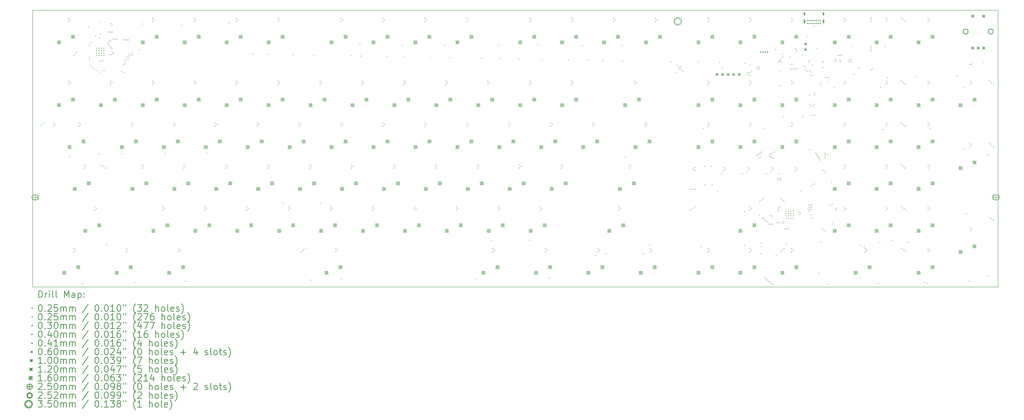
<source format=gbr>
%FSLAX45Y45*%
G04 Gerber Fmt 4.5, Leading zero omitted, Abs format (unit mm)*
G04 Created by KiCad (PCBNEW (5.1.8)-1) date 2021-04-20 19:09:21*
%MOMM*%
%LPD*%
G01*
G04 APERTURE LIST*
%TA.AperFunction,Profile*%
%ADD10C,0.200000*%
%TD*%
%ADD11C,0.200000*%
%ADD12C,0.300000*%
G04 APERTURE END LIST*
D10*
X0Y0D02*
X43862500Y0D01*
X43862500Y0D02*
X43862500Y-12582500D01*
X0Y-12582500D02*
X0Y0D01*
X0Y-12582500D02*
X43862500Y-12582500D01*
D11*
X2895900Y-1714800D02*
X2920900Y-1739800D01*
X2920900Y-1714800D02*
X2895900Y-1739800D01*
X2895900Y-1824800D02*
X2920900Y-1849800D01*
X2920900Y-1824800D02*
X2895900Y-1849800D01*
X2895900Y-1934800D02*
X2920900Y-1959800D01*
X2920900Y-1934800D02*
X2895900Y-1959800D01*
X2895900Y-2044800D02*
X2920900Y-2069800D01*
X2920900Y-2044800D02*
X2895900Y-2069800D01*
X3005900Y-1714800D02*
X3030900Y-1739800D01*
X3030900Y-1714800D02*
X3005900Y-1739800D01*
X3005900Y-1824800D02*
X3030900Y-1849800D01*
X3030900Y-1824800D02*
X3005900Y-1849800D01*
X3005900Y-1934800D02*
X3030900Y-1959800D01*
X3030900Y-1934800D02*
X3005900Y-1959800D01*
X3005900Y-2044800D02*
X3030900Y-2069800D01*
X3030900Y-2044800D02*
X3005900Y-2069800D01*
X3115900Y-1714800D02*
X3140900Y-1739800D01*
X3140900Y-1714800D02*
X3115900Y-1739800D01*
X3115900Y-1824800D02*
X3140900Y-1849800D01*
X3140900Y-1824800D02*
X3115900Y-1849800D01*
X3115900Y-1934800D02*
X3140900Y-1959800D01*
X3140900Y-1934800D02*
X3115900Y-1959800D01*
X3115900Y-2044800D02*
X3140900Y-2069800D01*
X3140900Y-2044800D02*
X3115900Y-2069800D01*
X3225900Y-1714800D02*
X3250900Y-1739800D01*
X3250900Y-1714800D02*
X3225900Y-1739800D01*
X3225900Y-1824800D02*
X3250900Y-1849800D01*
X3250900Y-1824800D02*
X3225900Y-1849800D01*
X3225900Y-1934800D02*
X3250900Y-1959800D01*
X3250900Y-1934800D02*
X3225900Y-1959800D01*
X3225900Y-2044800D02*
X3250900Y-2069800D01*
X3250900Y-2044800D02*
X3225900Y-2069800D01*
X34222700Y-9108740D02*
X34247700Y-9133740D01*
X34247700Y-9108740D02*
X34222700Y-9133740D01*
X34222700Y-9218740D02*
X34247700Y-9243740D01*
X34247700Y-9218740D02*
X34222700Y-9243740D01*
X34222700Y-9328740D02*
X34247700Y-9353740D01*
X34247700Y-9328740D02*
X34222700Y-9353740D01*
X34222700Y-9438740D02*
X34247700Y-9463740D01*
X34247700Y-9438740D02*
X34222700Y-9463740D01*
X34332700Y-9108740D02*
X34357700Y-9133740D01*
X34357700Y-9108740D02*
X34332700Y-9133740D01*
X34332700Y-9218740D02*
X34357700Y-9243740D01*
X34357700Y-9218740D02*
X34332700Y-9243740D01*
X34332700Y-9328740D02*
X34357700Y-9353740D01*
X34357700Y-9328740D02*
X34332700Y-9353740D01*
X34332700Y-9438740D02*
X34357700Y-9463740D01*
X34357700Y-9438740D02*
X34332700Y-9463740D01*
X34442700Y-9108740D02*
X34467700Y-9133740D01*
X34467700Y-9108740D02*
X34442700Y-9133740D01*
X34442700Y-9218740D02*
X34467700Y-9243740D01*
X34467700Y-9218740D02*
X34442700Y-9243740D01*
X34442700Y-9328740D02*
X34467700Y-9353740D01*
X34467700Y-9328740D02*
X34442700Y-9353740D01*
X34442700Y-9438740D02*
X34467700Y-9463740D01*
X34467700Y-9438740D02*
X34442700Y-9463740D01*
X34552700Y-9108740D02*
X34577700Y-9133740D01*
X34577700Y-9108740D02*
X34552700Y-9133740D01*
X34552700Y-9218740D02*
X34577700Y-9243740D01*
X34577700Y-9218740D02*
X34552700Y-9243740D01*
X34552700Y-9328740D02*
X34577700Y-9353740D01*
X34577700Y-9328740D02*
X34552700Y-9353740D01*
X34552700Y-9438740D02*
X34577700Y-9463740D01*
X34577700Y-9438740D02*
X34552700Y-9463740D01*
X1689100Y-6654800D02*
G75*
G03*
X1689100Y-6654800I-12700J0D01*
G01*
X2273300Y-12420600D02*
G75*
G03*
X2273300Y-12420600I-12700J0D01*
G01*
X2552700Y-762000D02*
G75*
G03*
X2552700Y-762000I-12700J0D01*
G01*
X2870200Y-1155700D02*
G75*
G03*
X2870200Y-1155700I-12700J0D01*
G01*
X3028950Y-6546850D02*
G75*
G03*
X3028950Y-6546850I-12700J0D01*
G01*
X3048000Y-1246500D02*
G75*
G03*
X3048000Y-1246500I-12700J0D01*
G01*
X3073400Y-2324100D02*
G75*
G03*
X3073400Y-2324100I-12700J0D01*
G01*
X3086100Y-558800D02*
G75*
G03*
X3086100Y-558800I-12700J0D01*
G01*
X3106100Y-1084900D02*
G75*
G03*
X3106100Y-1084900I-12700J0D01*
G01*
X3149600Y-2324100D02*
G75*
G03*
X3149600Y-2324100I-12700J0D01*
G01*
X3213100Y-2298700D02*
G75*
G03*
X3213100Y-2298700I-12700J0D01*
G01*
X3378200Y-10668000D02*
G75*
G03*
X3378200Y-10668000I-12700J0D01*
G01*
X3429000Y-1511300D02*
G75*
G03*
X3429000Y-1511300I-12700J0D01*
G01*
X3467100Y-1460500D02*
G75*
G03*
X3467100Y-1460500I-12700J0D01*
G01*
X3467100Y-1587500D02*
G75*
G03*
X3467100Y-1587500I-12700J0D01*
G01*
X3517900Y-1409700D02*
G75*
G03*
X3517900Y-1409700I-12700J0D01*
G01*
X3530600Y-1651000D02*
G75*
G03*
X3530600Y-1651000I-12700J0D01*
G01*
X3556000Y-1358900D02*
G75*
G03*
X3556000Y-1358900I-12700J0D01*
G01*
X3581400Y-609600D02*
G75*
G03*
X3581400Y-609600I-12700J0D01*
G01*
X3581400Y-1701800D02*
G75*
G03*
X3581400Y-1701800I-12700J0D01*
G01*
X3619500Y-685800D02*
G75*
G03*
X3619500Y-685800I-12700J0D01*
G01*
X3619500Y-1752600D02*
G75*
G03*
X3619500Y-1752600I-12700J0D01*
G01*
X4064000Y-2781300D02*
G75*
G03*
X4064000Y-2781300I-12700J0D01*
G01*
X4068700Y-6523100D02*
G75*
G03*
X4068700Y-6523100I-12700J0D01*
G01*
X4127500Y-2489200D02*
G75*
G03*
X4127500Y-2489200I-12700J0D01*
G01*
X4140200Y-2832100D02*
G75*
G03*
X4140200Y-2832100I-12700J0D01*
G01*
X4203700Y-2286000D02*
G75*
G03*
X4203700Y-2286000I-12700J0D01*
G01*
X4203700Y-2438400D02*
G75*
G03*
X4203700Y-2438400I-12700J0D01*
G01*
X4216400Y-2374900D02*
G75*
G03*
X4216400Y-2374900I-12700J0D01*
G01*
X4259580Y-2199640D02*
G75*
G03*
X4259580Y-2199640I-12700J0D01*
G01*
X4277817Y-2288083D02*
G75*
G03*
X4277817Y-2288083I-12700J0D01*
G01*
X4318000Y-2108200D02*
G75*
G03*
X4318000Y-2108200I-12700J0D01*
G01*
X4356100Y-2222500D02*
G75*
G03*
X4356100Y-2222500I-12700J0D01*
G01*
X4394200Y-2032000D02*
G75*
G03*
X4394200Y-2032000I-12700J0D01*
G01*
X4394200Y-2108200D02*
G75*
G03*
X4394200Y-2108200I-12700J0D01*
G01*
X4483100Y-2044700D02*
G75*
G03*
X4483100Y-2044700I-12700J0D01*
G01*
X4546600Y-1955800D02*
G75*
G03*
X4546600Y-1955800I-12700J0D01*
G01*
X4559300Y-2044700D02*
G75*
G03*
X4559300Y-2044700I-12700J0D01*
G01*
X4648200Y-12369800D02*
G75*
G03*
X4648200Y-12369800I-12700J0D01*
G01*
X4991100Y-558800D02*
G75*
G03*
X4991100Y-558800I-12700J0D01*
G01*
X4991100Y-685800D02*
G75*
G03*
X4991100Y-685800I-12700J0D01*
G01*
X6032500Y-6515100D02*
G75*
G03*
X6032500Y-6515100I-12700J0D01*
G01*
X6781900Y-685800D02*
G75*
G03*
X6781900Y-685800I-12700J0D01*
G01*
X6959600Y-12319000D02*
G75*
G03*
X6959600Y-12319000I-12700J0D01*
G01*
X7924800Y-6489700D02*
G75*
G03*
X7924800Y-6489700I-12700J0D01*
G01*
X8940800Y-584200D02*
G75*
G03*
X8940800Y-584200I-12700J0D01*
G01*
X10020300Y-1993900D02*
G75*
G03*
X10020300Y-1993900I-12700J0D01*
G01*
X10693400Y-2006600D02*
G75*
G03*
X10693400Y-2006600I-12700J0D01*
G01*
X11391900Y-8775700D02*
G75*
G03*
X11391900Y-8775700I-12700J0D01*
G01*
X11861800Y-2032000D02*
G75*
G03*
X11861800Y-2032000I-12700J0D01*
G01*
X12661900Y-12268200D02*
G75*
G03*
X12661900Y-12268200I-12700J0D01*
G01*
X12776200Y-2044700D02*
G75*
G03*
X12776200Y-2044700I-12700J0D01*
G01*
X13093700Y-8775700D02*
G75*
G03*
X13093700Y-8775700I-12700J0D01*
G01*
X14033500Y-12217400D02*
G75*
G03*
X14033500Y-12217400I-12700J0D01*
G01*
X14478000Y-2070100D02*
G75*
G03*
X14478000Y-2070100I-12700J0D01*
G01*
X14884400Y-1511300D02*
G75*
G03*
X14884400Y-1511300I-12700J0D01*
G01*
X14922500Y-2082800D02*
G75*
G03*
X14922500Y-2082800I-12700J0D01*
G01*
X16116300Y-2108200D02*
G75*
G03*
X16116300Y-2108200I-12700J0D01*
G01*
X16814800Y-1587500D02*
G75*
G03*
X16814800Y-1587500I-12700J0D01*
G01*
X16903700Y-2120900D02*
G75*
G03*
X16903700Y-2120900I-12700J0D01*
G01*
X18084800Y-2146300D02*
G75*
G03*
X18084800Y-2146300I-12700J0D01*
G01*
X18745200Y-1600200D02*
G75*
G03*
X18745200Y-1600200I-12700J0D01*
G01*
X18967450Y-2152650D02*
G75*
G03*
X18967450Y-2152650I-12700J0D01*
G01*
X20167600Y-12204700D02*
G75*
G03*
X20167600Y-12204700I-12700J0D01*
G01*
X20421600Y-2184400D02*
G75*
G03*
X20421600Y-2184400I-12700J0D01*
G01*
X20850100Y-10464800D02*
G75*
G03*
X20850100Y-10464800I-12700J0D01*
G01*
X21196300Y-1587500D02*
G75*
G03*
X21196300Y-1587500I-12700J0D01*
G01*
X21247100Y-2197100D02*
G75*
G03*
X21247100Y-2197100I-12700J0D01*
G01*
X22110700Y-2222500D02*
G75*
G03*
X22110700Y-2222500I-12700J0D01*
G01*
X22586950Y-10471150D02*
G75*
G03*
X22586950Y-10471150I-12700J0D01*
G01*
X22974300Y-1562100D02*
G75*
G03*
X22974300Y-1562100I-12700J0D01*
G01*
X23177500Y-2235200D02*
G75*
G03*
X23177500Y-2235200I-12700J0D01*
G01*
X23495000Y-12166600D02*
G75*
G03*
X23495000Y-12166600I-12700J0D01*
G01*
X24358600Y-2260600D02*
G75*
G03*
X24358600Y-2260600I-12700J0D01*
G01*
X24974550Y-1606550D02*
G75*
G03*
X24974550Y-1606550I-12700J0D01*
G01*
X25222200Y-2273300D02*
G75*
G03*
X25222200Y-2273300I-12700J0D01*
G01*
X25590500Y-11137900D02*
G75*
G03*
X25590500Y-11137900I-12700J0D01*
G01*
X25920700Y-2298700D02*
G75*
G03*
X25920700Y-2298700I-12700J0D01*
G01*
X26060400Y-11061700D02*
G75*
G03*
X26060400Y-11061700I-12700J0D01*
G01*
X26784300Y-1600200D02*
G75*
G03*
X26784300Y-1600200I-12700J0D01*
G01*
X26835100Y-2311400D02*
G75*
G03*
X26835100Y-2311400I-12700J0D01*
G01*
X26948575Y-6679375D02*
G75*
G03*
X26948575Y-6679375I-12700J0D01*
G01*
X27745375Y-11061700D02*
G75*
G03*
X27745375Y-11061700I-12700J0D01*
G01*
X28041600Y-10655300D02*
G75*
G03*
X28041600Y-10655300I-12700J0D01*
G01*
X29019500Y-2336800D02*
G75*
G03*
X29019500Y-2336800I-12700J0D01*
G01*
X29222700Y-2832100D02*
G75*
G03*
X29222700Y-2832100I-12700J0D01*
G01*
X29273500Y-2489200D02*
G75*
G03*
X29273500Y-2489200I-12700J0D01*
G01*
X29362400Y-2565400D02*
G75*
G03*
X29362400Y-2565400I-12700J0D01*
G01*
X29362400Y-2692400D02*
G75*
G03*
X29362400Y-2692400I-12700J0D01*
G01*
X29413200Y-2628900D02*
G75*
G03*
X29413200Y-2628900I-12700J0D01*
G01*
X29464000Y-2565400D02*
G75*
G03*
X29464000Y-2565400I-12700J0D01*
G01*
X29464000Y-2692400D02*
G75*
G03*
X29464000Y-2692400I-12700J0D01*
G01*
X29552900Y-2781300D02*
G75*
G03*
X29552900Y-2781300I-12700J0D01*
G01*
X30264100Y-2349500D02*
G75*
G03*
X30264100Y-2349500I-12700J0D01*
G01*
X30391100Y-10756900D02*
G75*
G03*
X30391100Y-10756900I-12700J0D01*
G01*
X30505400Y-5372100D02*
G75*
G03*
X30505400Y-5372100I-12700J0D01*
G01*
X30556200Y-7099300D02*
G75*
G03*
X30556200Y-7099300I-12700J0D01*
G01*
X30556200Y-7937500D02*
G75*
G03*
X30556200Y-7937500I-12700J0D01*
G01*
X30848300Y-7099300D02*
G75*
G03*
X30848300Y-7099300I-12700J0D01*
G01*
X30886400Y-7950200D02*
G75*
G03*
X30886400Y-7950200I-12700J0D01*
G01*
X31153100Y-8255000D02*
G75*
G03*
X31153100Y-8255000I-12700J0D01*
G01*
X31216600Y-2374900D02*
G75*
G03*
X31216600Y-2374900I-12700J0D01*
G01*
X31305500Y-7442200D02*
G75*
G03*
X31305500Y-7442200I-12700J0D01*
G01*
X31356300Y-2641600D02*
G75*
G03*
X31356300Y-2641600I-12700J0D01*
G01*
X32246170Y-7428630D02*
G75*
G03*
X32246170Y-7428630I-12700J0D01*
G01*
X32353950Y-9149650D02*
G75*
G03*
X32353950Y-9149650I-12700J0D01*
G01*
X32353950Y-10686350D02*
G75*
G03*
X32353950Y-10686350I-12700J0D01*
G01*
X32385000Y-2413000D02*
G75*
G03*
X32385000Y-2413000I-12700J0D01*
G01*
X32499300Y-2921000D02*
G75*
G03*
X32499300Y-2921000I-12700J0D01*
G01*
X32512000Y-2844800D02*
G75*
G03*
X32512000Y-2844800I-12700J0D01*
G01*
X32588200Y-2832100D02*
G75*
G03*
X32588200Y-2832100I-12700J0D01*
G01*
X32600900Y-2489200D02*
G75*
G03*
X32600900Y-2489200I-12700J0D01*
G01*
X32600900Y-2971800D02*
G75*
G03*
X32600900Y-2971800I-12700J0D01*
G01*
X32677100Y-2781300D02*
G75*
G03*
X32677100Y-2781300I-12700J0D01*
G01*
X32918400Y-6604000D02*
G75*
G03*
X32918400Y-6604000I-12700J0D01*
G01*
X32931100Y-2578100D02*
G75*
G03*
X32931100Y-2578100I-12700J0D01*
G01*
X32931100Y-2679700D02*
G75*
G03*
X32931100Y-2679700I-12700J0D01*
G01*
X32981900Y-2628900D02*
G75*
G03*
X32981900Y-2628900I-12700J0D01*
G01*
X32981900Y-6565900D02*
G75*
G03*
X32981900Y-6565900I-12700J0D01*
G01*
X33032700Y-2578100D02*
G75*
G03*
X33032700Y-2578100I-12700J0D01*
G01*
X33032700Y-2679700D02*
G75*
G03*
X33032700Y-2679700I-12700J0D01*
G01*
X33032700Y-6705600D02*
G75*
G03*
X33032700Y-6705600I-12700J0D01*
G01*
X33045400Y-6527800D02*
G75*
G03*
X33045400Y-6527800I-12700J0D01*
G01*
X33045400Y-8699500D02*
G75*
G03*
X33045400Y-8699500I-12700J0D01*
G01*
X33045400Y-9321800D02*
G75*
G03*
X33045400Y-9321800I-12700J0D01*
G01*
X33096200Y-6489700D02*
G75*
G03*
X33096200Y-6489700I-12700J0D01*
G01*
X33096200Y-11061700D02*
G75*
G03*
X33096200Y-11061700I-12700J0D01*
G01*
X33108900Y-6667500D02*
G75*
G03*
X33108900Y-6667500I-12700J0D01*
G01*
X33108900Y-8648700D02*
G75*
G03*
X33108900Y-8648700I-12700J0D01*
G01*
X33108900Y-10604500D02*
G75*
G03*
X33108900Y-10604500I-12700J0D01*
G01*
X33134300Y-10756900D02*
G75*
G03*
X33134300Y-10756900I-12700J0D01*
G01*
X33172400Y-8597900D02*
G75*
G03*
X33172400Y-8597900I-12700J0D01*
G01*
X33172400Y-9436100D02*
G75*
G03*
X33172400Y-9436100I-12700J0D01*
G01*
X33210500Y-5372100D02*
G75*
G03*
X33210500Y-5372100I-12700J0D01*
G01*
X33223200Y-8547100D02*
G75*
G03*
X33223200Y-8547100I-12700J0D01*
G01*
X33223200Y-9486900D02*
G75*
G03*
X33223200Y-9486900I-12700J0D01*
G01*
X33286700Y-9550400D02*
G75*
G03*
X33286700Y-9550400I-12700J0D01*
G01*
X33286700Y-12166600D02*
G75*
G03*
X33286700Y-12166600I-12700J0D01*
G01*
X33330685Y-7423615D02*
G75*
G03*
X33330685Y-7423615I-12700J0D01*
G01*
X33337500Y-9588500D02*
G75*
G03*
X33337500Y-9588500I-12700J0D01*
G01*
X33337500Y-12217400D02*
G75*
G03*
X33337500Y-12217400I-12700J0D01*
G01*
X33388300Y-9639300D02*
G75*
G03*
X33388300Y-9639300I-12700J0D01*
G01*
X33388300Y-12268200D02*
G75*
G03*
X33388300Y-12268200I-12700J0D01*
G01*
X33451800Y-9728200D02*
G75*
G03*
X33451800Y-9728200I-12700J0D01*
G01*
X33451800Y-12319000D02*
G75*
G03*
X33451800Y-12319000I-12700J0D01*
G01*
X33502600Y-6565900D02*
G75*
G03*
X33502600Y-6565900I-12700J0D01*
G01*
X33502600Y-6629400D02*
G75*
G03*
X33502600Y-6629400I-12700J0D01*
G01*
X33515300Y-9321800D02*
G75*
G03*
X33515300Y-9321800I-12700J0D01*
G01*
X33515300Y-9728200D02*
G75*
G03*
X33515300Y-9728200I-12700J0D01*
G01*
X33515300Y-12369800D02*
G75*
G03*
X33515300Y-12369800I-12700J0D01*
G01*
X33553400Y-6527800D02*
G75*
G03*
X33553400Y-6527800I-12700J0D01*
G01*
X33553400Y-6667500D02*
G75*
G03*
X33553400Y-6667500I-12700J0D01*
G01*
X33578800Y-9728200D02*
G75*
G03*
X33578800Y-9728200I-12700J0D01*
G01*
X33578800Y-12420600D02*
G75*
G03*
X33578800Y-12420600I-12700J0D01*
G01*
X33591500Y-9321800D02*
G75*
G03*
X33591500Y-9321800I-12700J0D01*
G01*
X33591500Y-9398000D02*
G75*
G03*
X33591500Y-9398000I-12700J0D01*
G01*
X33604200Y-6705600D02*
G75*
G03*
X33604200Y-6705600I-12700J0D01*
G01*
X33629600Y-6489700D02*
G75*
G03*
X33629600Y-6489700I-12700J0D01*
G01*
X33642300Y-9728200D02*
G75*
G03*
X33642300Y-9728200I-12700J0D01*
G01*
X33642300Y-12471400D02*
G75*
G03*
X33642300Y-12471400I-12700J0D01*
G01*
X33667700Y-6743700D02*
G75*
G03*
X33667700Y-6743700I-12700J0D01*
G01*
X33794700Y-11137900D02*
G75*
G03*
X33794700Y-11137900I-12700J0D01*
G01*
X33870900Y-7645400D02*
G75*
G03*
X33870900Y-7645400I-12700J0D01*
G01*
X33870900Y-7734300D02*
G75*
G03*
X33870900Y-7734300I-12700J0D01*
G01*
X33877250Y-9112250D02*
G75*
G03*
X33877250Y-9112250I-12700J0D01*
G01*
X33902650Y-9048750D02*
G75*
G03*
X33902650Y-9048750I-12700J0D01*
G01*
X33909000Y-8978900D02*
G75*
G03*
X33909000Y-8978900I-12700J0D01*
G01*
X33921700Y-7429500D02*
G75*
G03*
X33921700Y-7429500I-12700J0D01*
G01*
X33934400Y-7683500D02*
G75*
G03*
X33934400Y-7683500I-12700J0D01*
G01*
X33972500Y-2755900D02*
G75*
G03*
X33972500Y-2755900I-12700J0D01*
G01*
X33972500Y-3441700D02*
G75*
G03*
X33972500Y-3441700I-12700J0D01*
G01*
X33972500Y-8940800D02*
G75*
G03*
X33972500Y-8940800I-12700J0D01*
G01*
X33997900Y-7645400D02*
G75*
G03*
X33997900Y-7645400I-12700J0D01*
G01*
X33997900Y-7734300D02*
G75*
G03*
X33997900Y-7734300I-12700J0D01*
G01*
X33997900Y-8547100D02*
G75*
G03*
X33997900Y-8547100I-12700J0D01*
G01*
X34048700Y-8597900D02*
G75*
G03*
X34048700Y-8597900I-12700J0D01*
G01*
X34086800Y-2006600D02*
G75*
G03*
X34086800Y-2006600I-12700J0D01*
G01*
X34086800Y-2133600D02*
G75*
G03*
X34086800Y-2133600I-12700J0D01*
G01*
X34099500Y-8648700D02*
G75*
G03*
X34099500Y-8648700I-12700J0D01*
G01*
X34124900Y-4845000D02*
G75*
G03*
X34124900Y-4845000I-12700J0D01*
G01*
X34150300Y-8699500D02*
G75*
G03*
X34150300Y-8699500I-12700J0D01*
G01*
X34258950Y-10611550D02*
G75*
G03*
X34258950Y-10611550I-12700J0D01*
G01*
X34429700Y-2667000D02*
G75*
G03*
X34429700Y-2667000I-12700J0D01*
G01*
X34455100Y-2476500D02*
G75*
G03*
X34455100Y-2476500I-12700J0D01*
G01*
X34505900Y-2667000D02*
G75*
G03*
X34505900Y-2667000I-12700J0D01*
G01*
X34582100Y-2451100D02*
G75*
G03*
X34582100Y-2451100I-12700J0D01*
G01*
X34582100Y-2667000D02*
G75*
G03*
X34582100Y-2667000I-12700J0D01*
G01*
X34658300Y-2667000D02*
G75*
G03*
X34658300Y-2667000I-12700J0D01*
G01*
X34721800Y-1841500D02*
G75*
G03*
X34721800Y-1841500I-12700J0D01*
G01*
X34734500Y-2667000D02*
G75*
G03*
X34734500Y-2667000I-12700J0D01*
G01*
X34823400Y-9169400D02*
G75*
G03*
X34823400Y-9169400I-12700J0D01*
G01*
X34861500Y-9283700D02*
G75*
G03*
X34861500Y-9283700I-12700J0D01*
G01*
X34899600Y-9226240D02*
G75*
G03*
X34899600Y-9226240I-12700J0D01*
G01*
X34918650Y-8223250D02*
G75*
G03*
X34918650Y-8223250I-12700J0D01*
G01*
X35001200Y-2032000D02*
G75*
G03*
X35001200Y-2032000I-12700J0D01*
G01*
X35007600Y-4845000D02*
G75*
G03*
X35007600Y-4845000I-12700J0D01*
G01*
X35090100Y-2552700D02*
G75*
G03*
X35090100Y-2552700I-12700J0D01*
G01*
X35140900Y-2705100D02*
G75*
G03*
X35140900Y-2705100I-12700J0D01*
G01*
X35189160Y-1193800D02*
G75*
G03*
X35189160Y-1193800I-12700J0D01*
G01*
X35204400Y-2781300D02*
G75*
G03*
X35204400Y-2781300I-12700J0D01*
G01*
X35318700Y-2755900D02*
G75*
G03*
X35318700Y-2755900I-12700J0D01*
G01*
X35318700Y-3860800D02*
G75*
G03*
X35318700Y-3860800I-12700J0D01*
G01*
X35318700Y-4267200D02*
G75*
G03*
X35318700Y-4267200I-12700J0D01*
G01*
X35318700Y-6350000D02*
G75*
G03*
X35318700Y-6350000I-12700J0D01*
G01*
X35356800Y-2971800D02*
G75*
G03*
X35356800Y-2971800I-12700J0D01*
G01*
X35369500Y-4775200D02*
G75*
G03*
X35369500Y-4775200I-12700J0D01*
G01*
X35375850Y-4349750D02*
G75*
G03*
X35375850Y-4349750I-12700J0D01*
G01*
X35381200Y-8014700D02*
G75*
G03*
X35381200Y-8014700I-12700J0D01*
G01*
X35394900Y-2806700D02*
G75*
G03*
X35394900Y-2806700I-12700J0D01*
G01*
X35433000Y-2971800D02*
G75*
G03*
X35433000Y-2971800I-12700J0D01*
G01*
X35443467Y-2474267D02*
G75*
G03*
X35443467Y-2474267I-12700J0D01*
G01*
X35447950Y-7935250D02*
G75*
G03*
X35447950Y-7935250I-12700J0D01*
G01*
X35471100Y-4343400D02*
G75*
G03*
X35471100Y-4343400I-12700J0D01*
G01*
X35471100Y-4762500D02*
G75*
G03*
X35471100Y-4762500I-12700J0D01*
G01*
X35534600Y-3860800D02*
G75*
G03*
X35534600Y-3860800I-12700J0D01*
G01*
X35534600Y-4279900D02*
G75*
G03*
X35534600Y-4279900I-12700J0D01*
G01*
X35547300Y-4775200D02*
G75*
G03*
X35547300Y-4775200I-12700J0D01*
G01*
X35553650Y-7905750D02*
G75*
G03*
X35553650Y-7905750I-12700J0D01*
G01*
X35560000Y-3784600D02*
G75*
G03*
X35560000Y-3784600I-12700J0D01*
G01*
X35585400Y-6489700D02*
G75*
G03*
X35585400Y-6489700I-12700J0D01*
G01*
X35636200Y-6527800D02*
G75*
G03*
X35636200Y-6527800I-12700J0D01*
G01*
X35645318Y-1752600D02*
G75*
G03*
X35645318Y-1752600I-12700J0D01*
G01*
X35648900Y-6591300D02*
G75*
G03*
X35648900Y-6591300I-12700J0D01*
G01*
X35687000Y-6642100D02*
G75*
G03*
X35687000Y-6642100I-12700J0D01*
G01*
X35725100Y-6692900D02*
G75*
G03*
X35725100Y-6692900I-12700J0D01*
G01*
X35737800Y-11950700D02*
G75*
G03*
X35737800Y-11950700I-12700J0D01*
G01*
X35763200Y-6743700D02*
G75*
G03*
X35763200Y-6743700I-12700J0D01*
G01*
X35775900Y-6807200D02*
G75*
G03*
X35775900Y-6807200I-12700J0D01*
G01*
X35801300Y-3429000D02*
G75*
G03*
X35801300Y-3429000I-12700J0D01*
G01*
X35814000Y-10541000D02*
G75*
G03*
X35814000Y-10541000I-12700J0D01*
G01*
X35826700Y-3314700D02*
G75*
G03*
X35826700Y-3314700I-12700J0D01*
G01*
X35890200Y-7264400D02*
G75*
G03*
X35890200Y-7264400I-12700J0D01*
G01*
X35890200Y-9931400D02*
G75*
G03*
X35890200Y-9931400I-12700J0D01*
G01*
X35966400Y-7302500D02*
G75*
G03*
X35966400Y-7302500I-12700J0D01*
G01*
X35966400Y-9994900D02*
G75*
G03*
X35966400Y-9994900I-12700J0D01*
G01*
X36019945Y-3060700D02*
G75*
G03*
X36019945Y-3060700I-12700J0D01*
G01*
X36023550Y-7359650D02*
G75*
G03*
X36023550Y-7359650I-12700J0D01*
G01*
X36029900Y-10058400D02*
G75*
G03*
X36029900Y-10058400I-12700J0D01*
G01*
X36090860Y-3060700D02*
G75*
G03*
X36090860Y-3060700I-12700J0D01*
G01*
X36144200Y-6565900D02*
G75*
G03*
X36144200Y-6565900I-12700J0D01*
G01*
X36156900Y-12471400D02*
G75*
G03*
X36156900Y-12471400I-12700J0D01*
G01*
X36159133Y-3058467D02*
G75*
G03*
X36159133Y-3058467I-12700J0D01*
G01*
X36182300Y-3238500D02*
G75*
G03*
X36182300Y-3238500I-12700J0D01*
G01*
X36309300Y-7823200D02*
G75*
G03*
X36309300Y-7823200I-12700J0D01*
G01*
X36347400Y-9715500D02*
G75*
G03*
X36347400Y-9715500I-12700J0D01*
G01*
X36453700Y-3522600D02*
G75*
G03*
X36453700Y-3522600I-12700J0D01*
G01*
X37261800Y-1651000D02*
G75*
G03*
X37261800Y-1651000I-12700J0D01*
G01*
X37325300Y-2908300D02*
G75*
G03*
X37325300Y-2908300I-12700J0D01*
G01*
X37541200Y-2641600D02*
G75*
G03*
X37541200Y-2641600I-12700J0D01*
G01*
X37630100Y-12166600D02*
G75*
G03*
X37630100Y-12166600I-12700J0D01*
G01*
X37642800Y-10693400D02*
G75*
G03*
X37642800Y-10693400I-12700J0D01*
G01*
X37791940Y-10756900D02*
G75*
G03*
X37791940Y-10756900I-12700J0D01*
G01*
X38119050Y-2711450D02*
G75*
G03*
X38119050Y-2711450I-12700J0D01*
G01*
X38163500Y-2667000D02*
G75*
G03*
X38163500Y-2667000I-12700J0D01*
G01*
X38430200Y-12420600D02*
G75*
G03*
X38430200Y-12420600I-12700J0D01*
G01*
X38506400Y-10566400D02*
G75*
G03*
X38506400Y-10566400I-12700J0D01*
G01*
X38545200Y-3504500D02*
G75*
G03*
X38545200Y-3504500I-12700J0D01*
G01*
X38747700Y-1651000D02*
G75*
G03*
X38747700Y-1651000I-12700J0D01*
G01*
X38851840Y-3063240D02*
G75*
G03*
X38851840Y-3063240I-12700J0D01*
G01*
X39052500Y-10464800D02*
G75*
G03*
X39052500Y-10464800I-12700J0D01*
G01*
X39776400Y-10553700D02*
G75*
G03*
X39776400Y-10553700I-12700J0D01*
G01*
X40170100Y-3022600D02*
G75*
G03*
X40170100Y-3022600I-12700J0D01*
G01*
X40525700Y-12369800D02*
G75*
G03*
X40525700Y-12369800I-12700J0D01*
G01*
X40665400Y-12420600D02*
G75*
G03*
X40665400Y-12420600I-12700J0D01*
G01*
X40792400Y-5384800D02*
G75*
G03*
X40792400Y-5384800I-12700J0D01*
G01*
X42024300Y-2971800D02*
G75*
G03*
X42024300Y-2971800I-12700J0D01*
G01*
X42303700Y-3505200D02*
G75*
G03*
X42303700Y-3505200I-12700J0D01*
G01*
X42354500Y-6311900D02*
G75*
G03*
X42354500Y-6311900I-12700J0D01*
G01*
X42430700Y-9258300D02*
G75*
G03*
X42430700Y-9258300I-12700J0D01*
G01*
X42557700Y-12319000D02*
G75*
G03*
X42557700Y-12319000I-12700J0D01*
G01*
X42595800Y-2463800D02*
G75*
G03*
X42595800Y-2463800I-12700J0D01*
G01*
X42646600Y-2463800D02*
G75*
G03*
X42646600Y-2463800I-12700J0D01*
G01*
X42710100Y-2374900D02*
G75*
G03*
X42710100Y-2374900I-12700J0D01*
G01*
X43230800Y-2374900D02*
G75*
G03*
X43230800Y-2374900I-12700J0D01*
G01*
X43414950Y-6584950D02*
G75*
G03*
X43414950Y-6584950I-12700J0D01*
G01*
X43434000Y-12090400D02*
G75*
G03*
X43434000Y-12090400I-12700J0D01*
G01*
X342900Y-5255260D02*
X342900Y-5285740D01*
X327660Y-5270500D02*
X358140Y-5270500D01*
X410700Y-5174760D02*
X410700Y-5205240D01*
X395460Y-5190000D02*
X425940Y-5190000D01*
X518800Y-5104760D02*
X518800Y-5135240D01*
X503560Y-5120000D02*
X534040Y-5120000D01*
X950600Y-5104760D02*
X950600Y-5135240D01*
X935360Y-5120000D02*
X965840Y-5120000D01*
X956800Y-5250960D02*
X956800Y-5281440D01*
X941560Y-5266200D02*
X972040Y-5266200D01*
X1033000Y-5174760D02*
X1033000Y-5205240D01*
X1017760Y-5190000D02*
X1048240Y-5190000D01*
X1866900Y-2042160D02*
X1866900Y-2072640D01*
X1851660Y-2057400D02*
X1882140Y-2057400D01*
X1943100Y-1953260D02*
X1943100Y-1983740D01*
X1927860Y-1968500D02*
X1958340Y-1968500D01*
X1993900Y-1877060D02*
X1993900Y-1907540D01*
X1978660Y-1892300D02*
X2009140Y-1892300D01*
X2578100Y-1597660D02*
X2578100Y-1628140D01*
X2562860Y-1612900D02*
X2593340Y-1612900D01*
X2578100Y-2118360D02*
X2578100Y-2148840D01*
X2562860Y-2133600D02*
X2593340Y-2133600D01*
X2578100Y-2245360D02*
X2578100Y-2275840D01*
X2562860Y-2260600D02*
X2593340Y-2260600D01*
X2616200Y-2486660D02*
X2616200Y-2517140D01*
X2600960Y-2501900D02*
X2631440Y-2501900D01*
X2654300Y-1470660D02*
X2654300Y-1501140D01*
X2639060Y-1485900D02*
X2669540Y-1485900D01*
X2717800Y-2575560D02*
X2717800Y-2606040D01*
X2702560Y-2590800D02*
X2733040Y-2590800D01*
X2806700Y-2664460D02*
X2806700Y-2694940D01*
X2791460Y-2679700D02*
X2821940Y-2679700D01*
X2933700Y-2727960D02*
X2933700Y-2758440D01*
X2918460Y-2743200D02*
X2948940Y-2743200D01*
X3084200Y-7009760D02*
X3084200Y-7040240D01*
X3068960Y-7025000D02*
X3099440Y-7025000D01*
X3086100Y-2791460D02*
X3086100Y-2821940D01*
X3070860Y-2806700D02*
X3101340Y-2806700D01*
X3192000Y-7079760D02*
X3192000Y-7110240D01*
X3176760Y-7095000D02*
X3207240Y-7095000D01*
X3238500Y-2727960D02*
X3238500Y-2758440D01*
X3223260Y-2743200D02*
X3253740Y-2743200D01*
X3319000Y-7155960D02*
X3319000Y-7186440D01*
X3303760Y-7171200D02*
X3334240Y-7171200D01*
X3441700Y-975360D02*
X3441700Y-1005840D01*
X3426460Y-990600D02*
X3456940Y-990600D01*
X3492500Y-2004060D02*
X3492500Y-2034540D01*
X3477260Y-2019300D02*
X3507740Y-2019300D01*
X3505200Y-975360D02*
X3505200Y-1005840D01*
X3489960Y-990600D02*
X3520440Y-990600D01*
X3568700Y-975360D02*
X3568700Y-1005840D01*
X3553460Y-990600D02*
X3583940Y-990600D01*
X3581400Y-2004060D02*
X3581400Y-2034540D01*
X3566160Y-2019300D02*
X3596640Y-2019300D01*
X3632200Y-975360D02*
X3632200Y-1005840D01*
X3616960Y-990600D02*
X3647440Y-990600D01*
X3632200Y-1902460D02*
X3632200Y-1932940D01*
X3616960Y-1917700D02*
X3647440Y-1917700D01*
X3644900Y-1292860D02*
X3644900Y-1323340D01*
X3629660Y-1308100D02*
X3660140Y-1308100D01*
X3683000Y-1953260D02*
X3683000Y-1983740D01*
X3667760Y-1968500D02*
X3698240Y-1968500D01*
X3708400Y-1292860D02*
X3708400Y-1323340D01*
X3693160Y-1308100D02*
X3723640Y-1308100D01*
X3771900Y-1292860D02*
X3771900Y-1323340D01*
X3756660Y-1308100D02*
X3787140Y-1308100D01*
X3835400Y-1292860D02*
X3835400Y-1323340D01*
X3820160Y-1308100D02*
X3850640Y-1308100D01*
X4140200Y-1330960D02*
X4140200Y-1361440D01*
X4124960Y-1346200D02*
X4155440Y-1346200D01*
X4203700Y-1330960D02*
X4203700Y-1361440D01*
X4188460Y-1346200D02*
X4218940Y-1346200D01*
X4279900Y-1330960D02*
X4279900Y-1361440D01*
X4264660Y-1346200D02*
X4295140Y-1346200D01*
X4343400Y-1330960D02*
X4343400Y-1361440D01*
X4328160Y-1346200D02*
X4358640Y-1346200D01*
X4851400Y-1775460D02*
X4851400Y-1805940D01*
X4836160Y-1790700D02*
X4866640Y-1790700D01*
X12209000Y-10965960D02*
X12209000Y-10996440D01*
X12193760Y-10981200D02*
X12224240Y-10981200D01*
X12310600Y-10889760D02*
X12310600Y-10920240D01*
X12295360Y-10905000D02*
X12325840Y-10905000D01*
X12407900Y-10817860D02*
X12407900Y-10848340D01*
X12392660Y-10833100D02*
X12423140Y-10833100D01*
X29870400Y-8112760D02*
X29870400Y-8143240D01*
X29855160Y-8128000D02*
X29885640Y-8128000D01*
X29874700Y-9060960D02*
X29874700Y-9091440D01*
X29859460Y-9076200D02*
X29889940Y-9076200D01*
X29972000Y-8112760D02*
X29972000Y-8143240D01*
X29956760Y-8128000D02*
X29987240Y-8128000D01*
X29972000Y-8989060D02*
X29972000Y-9019540D01*
X29956760Y-9004300D02*
X29987240Y-9004300D01*
X30090000Y-8121760D02*
X30090000Y-8152240D01*
X30074760Y-8137000D02*
X30105240Y-8137000D01*
X30097100Y-8914760D02*
X30097100Y-8945240D01*
X30081860Y-8930000D02*
X30112340Y-8930000D01*
X33132600Y-6425360D02*
X33132600Y-6455840D01*
X33117360Y-6440600D02*
X33147840Y-6440600D01*
X33716800Y-6425360D02*
X33716800Y-6455840D01*
X33701560Y-6440600D02*
X33732040Y-6440600D01*
X33756600Y-1762760D02*
X33756600Y-1793240D01*
X33741360Y-1778000D02*
X33771840Y-1778000D01*
X33794700Y-9636760D02*
X33794700Y-9667240D01*
X33779460Y-9652000D02*
X33809940Y-9652000D01*
X33870900Y-2334260D02*
X33870900Y-2364740D01*
X33855660Y-2349500D02*
X33886140Y-2349500D01*
X33870900Y-9636760D02*
X33870900Y-9667240D01*
X33855660Y-9652000D02*
X33886140Y-9652000D01*
X33934400Y-2283460D02*
X33934400Y-2313940D01*
X33919160Y-2298700D02*
X33949640Y-2298700D01*
X33947100Y-9636760D02*
X33947100Y-9667240D01*
X33931860Y-9652000D02*
X33962340Y-9652000D01*
X33985200Y-2219960D02*
X33985200Y-2250440D01*
X33969960Y-2235200D02*
X34000440Y-2235200D01*
X33985200Y-2334260D02*
X33985200Y-2364740D01*
X33969960Y-2349500D02*
X34000440Y-2349500D01*
X33989500Y-10965960D02*
X33989500Y-10996440D01*
X33974260Y-10981200D02*
X34004740Y-10981200D01*
X34065700Y-10889760D02*
X34065700Y-10920240D01*
X34050460Y-10905000D02*
X34080940Y-10905000D01*
X34086800Y-9662160D02*
X34086800Y-9692640D01*
X34071560Y-9677400D02*
X34102040Y-9677400D01*
X34124900Y-9585960D02*
X34124900Y-9616440D01*
X34109660Y-9601200D02*
X34140140Y-9601200D01*
X34135700Y-10819760D02*
X34135700Y-10850240D01*
X34120460Y-10835000D02*
X34150940Y-10835000D01*
X34188400Y-9916160D02*
X34188400Y-9946640D01*
X34173160Y-9931400D02*
X34203640Y-9931400D01*
X34260200Y-9924460D02*
X34260200Y-9954940D01*
X34244960Y-9939700D02*
X34275440Y-9939700D01*
X34328100Y-9916160D02*
X34328100Y-9946640D01*
X34312860Y-9931400D02*
X34343340Y-9931400D01*
X34404300Y-2118360D02*
X34404300Y-2148840D01*
X34389060Y-2133600D02*
X34419540Y-2133600D01*
X34651950Y-1731010D02*
X34651950Y-1761490D01*
X34636710Y-1746250D02*
X34667190Y-1746250D01*
X35229800Y-9039860D02*
X35229800Y-9070340D01*
X35214560Y-9055100D02*
X35245040Y-9055100D01*
X35255200Y-2334260D02*
X35255200Y-2364740D01*
X35239960Y-2349500D02*
X35270440Y-2349500D01*
X35267900Y-8823960D02*
X35267900Y-8854440D01*
X35252660Y-8839200D02*
X35283140Y-8839200D01*
X35267900Y-8950960D02*
X35267900Y-8981440D01*
X35252660Y-8966200D02*
X35283140Y-8966200D01*
X35280600Y-9128760D02*
X35280600Y-9159240D01*
X35265360Y-9144000D02*
X35295840Y-9144000D01*
X35306000Y-2283460D02*
X35306000Y-2313940D01*
X35290760Y-2298700D02*
X35321240Y-2298700D01*
X35306000Y-9039860D02*
X35306000Y-9070340D01*
X35290760Y-9055100D02*
X35321240Y-9055100D01*
X35331400Y-8887460D02*
X35331400Y-8917940D01*
X35316160Y-8902700D02*
X35346640Y-8902700D01*
X35369500Y-9281160D02*
X35369500Y-9311640D01*
X35354260Y-9296400D02*
X35384740Y-9296400D01*
X35382200Y-9039860D02*
X35382200Y-9070340D01*
X35366960Y-9055100D02*
X35397440Y-9055100D01*
X35394900Y-8823960D02*
X35394900Y-8854440D01*
X35379660Y-8839200D02*
X35410140Y-8839200D01*
X35394900Y-8950960D02*
X35394900Y-8981440D01*
X35379660Y-8966200D02*
X35410140Y-8966200D01*
X35407600Y-9420860D02*
X35407600Y-9451340D01*
X35392360Y-9436100D02*
X35422840Y-9436100D01*
X35499040Y-708660D02*
X35499040Y-739140D01*
X35483800Y-723900D02*
X35514280Y-723900D01*
X35887660Y-2364740D02*
X35887660Y-2395220D01*
X35872420Y-2379980D02*
X35902900Y-2379980D01*
X35915600Y-2588260D02*
X35915600Y-2618740D01*
X35900360Y-2603500D02*
X35930840Y-2603500D01*
X35928300Y-2318304D02*
X35928300Y-2348784D01*
X35913060Y-2333544D02*
X35943540Y-2333544D01*
X36004500Y-6487160D02*
X36004500Y-6517640D01*
X35989260Y-6502400D02*
X36019740Y-6502400D01*
X36004500Y-6550660D02*
X36004500Y-6581140D01*
X35989260Y-6565900D02*
X36019740Y-6565900D01*
X36004500Y-6626860D02*
X36004500Y-6657340D01*
X35989260Y-6642100D02*
X36019740Y-6642100D01*
X36004500Y-6690360D02*
X36004500Y-6720840D01*
X35989260Y-6705600D02*
X36019740Y-6705600D01*
X36220400Y-8851360D02*
X36220400Y-8881840D01*
X36205160Y-8866600D02*
X36235640Y-8866600D01*
X36322000Y-8806760D02*
X36322000Y-8837240D01*
X36306760Y-8822000D02*
X36337240Y-8822000D01*
X36474400Y-2232660D02*
X36474400Y-2263140D01*
X36459160Y-2247900D02*
X36489640Y-2247900D01*
X36474400Y-2296160D02*
X36474400Y-2326640D01*
X36459160Y-2311400D02*
X36489640Y-2311400D01*
X36504100Y-9060960D02*
X36504100Y-9091440D01*
X36488860Y-9076200D02*
X36519340Y-9076200D01*
X36516800Y-8984760D02*
X36516800Y-9015240D01*
X36501560Y-9000000D02*
X36532040Y-9000000D01*
X36576000Y-2029460D02*
X36576000Y-2059940D01*
X36560760Y-2044700D02*
X36591240Y-2044700D01*
X36639500Y-2029460D02*
X36639500Y-2059940D01*
X36624260Y-2044700D02*
X36654740Y-2044700D01*
X36690300Y-2258060D02*
X36690300Y-2288540D01*
X36675060Y-2273300D02*
X36705540Y-2273300D01*
X36690300Y-2321560D02*
X36690300Y-2352040D01*
X36675060Y-2336800D02*
X36705540Y-2336800D01*
X36703000Y-2029460D02*
X36703000Y-2059940D01*
X36687760Y-2044700D02*
X36718240Y-2044700D01*
X36766500Y-2029460D02*
X36766500Y-2059940D01*
X36751260Y-2044700D02*
X36781740Y-2044700D01*
X37096700Y-2219960D02*
X37096700Y-2250440D01*
X37081460Y-2235200D02*
X37111940Y-2235200D01*
X37096700Y-2334260D02*
X37096700Y-2364740D01*
X37081460Y-2349500D02*
X37111940Y-2349500D01*
X37147500Y-2283460D02*
X37147500Y-2313940D01*
X37132260Y-2298700D02*
X37162740Y-2298700D01*
X37198300Y-2219960D02*
X37198300Y-2250440D01*
X37183060Y-2235200D02*
X37213540Y-2235200D01*
X37198300Y-2334260D02*
X37198300Y-2364740D01*
X37183060Y-2349500D02*
X37213540Y-2349500D01*
X38087540Y-1622820D02*
X38087540Y-1653300D01*
X38072300Y-1638060D02*
X38102780Y-1638060D01*
X38087540Y-1699020D02*
X38087540Y-1729500D01*
X38072300Y-1714260D02*
X38102780Y-1714260D01*
X38087540Y-1775220D02*
X38087540Y-1805700D01*
X38072300Y-1790460D02*
X38102780Y-1790460D01*
X38087540Y-1851420D02*
X38087540Y-1881900D01*
X38072300Y-1866660D02*
X38102780Y-1866660D01*
X38091600Y-412260D02*
X38091600Y-442740D01*
X38076360Y-427500D02*
X38106840Y-427500D01*
X38095700Y-488460D02*
X38095700Y-518940D01*
X38080460Y-503700D02*
X38110940Y-503700D01*
X38098100Y-342260D02*
X38098100Y-372740D01*
X38082860Y-357500D02*
X38113340Y-357500D01*
X38633400Y-5407660D02*
X38633400Y-5438140D01*
X38618160Y-5422900D02*
X38648640Y-5422900D01*
X39469700Y-342260D02*
X39469700Y-372740D01*
X39454460Y-357500D02*
X39484940Y-357500D01*
X39469700Y-3199760D02*
X39469700Y-3230240D01*
X39454460Y-3215000D02*
X39484940Y-3215000D01*
X39469700Y-5104760D02*
X39469700Y-5135240D01*
X39454460Y-5120000D02*
X39484940Y-5120000D01*
X39469700Y-7009760D02*
X39469700Y-7040240D01*
X39454460Y-7025000D02*
X39484940Y-7025000D01*
X39482400Y-8914760D02*
X39482400Y-8945240D01*
X39467160Y-8930000D02*
X39497640Y-8930000D01*
X39482400Y-10819760D02*
X39482400Y-10850240D01*
X39467160Y-10835000D02*
X39497640Y-10835000D01*
X39552100Y-412260D02*
X39552100Y-442740D01*
X39536860Y-427500D02*
X39567340Y-427500D01*
X39552100Y-3269760D02*
X39552100Y-3300240D01*
X39536860Y-3285000D02*
X39567340Y-3285000D01*
X39552100Y-5174760D02*
X39552100Y-5205240D01*
X39536860Y-5190000D02*
X39567340Y-5190000D01*
X39552100Y-7079760D02*
X39552100Y-7110240D01*
X39536860Y-7095000D02*
X39567340Y-7095000D01*
X39590200Y-8984760D02*
X39590200Y-9015240D01*
X39574960Y-9000000D02*
X39605440Y-9000000D01*
X39590200Y-10889760D02*
X39590200Y-10920240D01*
X39574960Y-10905000D02*
X39605440Y-10905000D01*
X39641000Y-488460D02*
X39641000Y-518940D01*
X39625760Y-503700D02*
X39656240Y-503700D01*
X39641000Y-3345960D02*
X39641000Y-3376440D01*
X39625760Y-3361200D02*
X39656240Y-3361200D01*
X39641000Y-5250960D02*
X39641000Y-5281440D01*
X39625760Y-5266200D02*
X39656240Y-5266200D01*
X39641000Y-7155960D02*
X39641000Y-7186440D01*
X39625760Y-7171200D02*
X39656240Y-7171200D01*
X39679100Y-9060960D02*
X39679100Y-9091440D01*
X39663860Y-9076200D02*
X39694340Y-9076200D01*
X39679100Y-10965960D02*
X39679100Y-10996440D01*
X39663860Y-10981200D02*
X39694340Y-10981200D01*
X43484800Y-3197860D02*
X43484800Y-3228340D01*
X43469560Y-3213100D02*
X43500040Y-3213100D01*
X43484800Y-6055360D02*
X43484800Y-6085840D01*
X43469560Y-6070600D02*
X43500040Y-6070600D01*
X43484800Y-9420860D02*
X43484800Y-9451340D01*
X43469560Y-9436100D02*
X43500040Y-9436100D01*
X43573700Y-6118860D02*
X43573700Y-6149340D01*
X43558460Y-6134100D02*
X43588940Y-6134100D01*
X43573700Y-9458960D02*
X43573700Y-9489440D01*
X43558460Y-9474200D02*
X43588940Y-9474200D01*
X43578000Y-3269760D02*
X43578000Y-3300240D01*
X43562760Y-3285000D02*
X43593240Y-3285000D01*
X43662600Y-3350260D02*
X43662600Y-3380740D01*
X43647360Y-3365500D02*
X43677840Y-3365500D01*
X43662600Y-6207760D02*
X43662600Y-6238240D01*
X43647360Y-6223000D02*
X43677840Y-6223000D01*
X43662600Y-9509760D02*
X43662600Y-9540240D01*
X43647360Y-9525000D02*
X43677840Y-9525000D01*
X17348750Y-8914760D02*
X17348750Y-8945240D01*
X17333510Y-8930000D02*
X17363990Y-8930000D01*
X17348750Y-9060960D02*
X17348750Y-9091440D01*
X17333510Y-9076200D02*
X17363990Y-9076200D01*
X17418750Y-8984760D02*
X17418750Y-9015240D01*
X17403510Y-9000000D02*
X17433990Y-9000000D01*
X6633125Y-10819760D02*
X6633125Y-10850240D01*
X6617885Y-10835000D02*
X6648365Y-10835000D01*
X6633125Y-10965960D02*
X6633125Y-10996440D01*
X6617885Y-10981200D02*
X6648365Y-10981200D01*
X6703125Y-10889760D02*
X6703125Y-10920240D01*
X6687885Y-10905000D02*
X6718365Y-10905000D01*
X9252500Y-342260D02*
X9252500Y-372740D01*
X9237260Y-357500D02*
X9267740Y-357500D01*
X9252500Y-488460D02*
X9252500Y-518940D01*
X9237260Y-503700D02*
X9267740Y-503700D01*
X9322500Y-412260D02*
X9322500Y-442740D01*
X9307260Y-427500D02*
X9337740Y-427500D01*
X38780000Y-7009760D02*
X38780000Y-7040240D01*
X38764760Y-7025000D02*
X38795240Y-7025000D01*
X38780000Y-7155960D02*
X38780000Y-7186440D01*
X38764760Y-7171200D02*
X38795240Y-7171200D01*
X38850000Y-7079760D02*
X38850000Y-7110240D01*
X38834760Y-7095000D02*
X38865240Y-7095000D01*
X37827500Y-10819760D02*
X37827500Y-10850240D01*
X37812260Y-10835000D02*
X37842740Y-10835000D01*
X37827500Y-10965960D02*
X37827500Y-10996440D01*
X37812260Y-10981200D02*
X37842740Y-10981200D01*
X37897500Y-10889760D02*
X37897500Y-10920240D01*
X37882260Y-10905000D02*
X37912740Y-10905000D01*
X12110000Y-5104760D02*
X12110000Y-5135240D01*
X12094760Y-5120000D02*
X12125240Y-5120000D01*
X12110000Y-5250960D02*
X12110000Y-5281440D01*
X12094760Y-5266200D02*
X12125240Y-5266200D01*
X12180000Y-5174760D02*
X12180000Y-5205240D01*
X12164760Y-5190000D02*
X12195240Y-5190000D01*
X32588750Y-3199760D02*
X32588750Y-3230240D01*
X32573510Y-3215000D02*
X32603990Y-3215000D01*
X32588750Y-3345960D02*
X32588750Y-3376440D01*
X32573510Y-3361200D02*
X32603990Y-3361200D01*
X32658750Y-3269760D02*
X32658750Y-3300240D01*
X32643510Y-3285000D02*
X32673990Y-3285000D01*
X2108750Y-5104760D02*
X2108750Y-5135240D01*
X2093510Y-5120000D02*
X2123990Y-5120000D01*
X2108750Y-5250960D02*
X2108750Y-5281440D01*
X2093510Y-5266200D02*
X2123990Y-5266200D01*
X2178750Y-5174760D02*
X2178750Y-5205240D01*
X2163510Y-5190000D02*
X2193990Y-5190000D01*
X30683750Y-10819760D02*
X30683750Y-10850240D01*
X30668510Y-10835000D02*
X30698990Y-10835000D01*
X30683750Y-10965960D02*
X30683750Y-10996440D01*
X30668510Y-10981200D02*
X30698990Y-10981200D01*
X30753750Y-10889760D02*
X30753750Y-10920240D01*
X30738510Y-10905000D02*
X30768990Y-10905000D01*
X10205000Y-5104760D02*
X10205000Y-5135240D01*
X10189760Y-5120000D02*
X10220240Y-5120000D01*
X10205000Y-5250960D02*
X10205000Y-5281440D01*
X10189760Y-5266200D02*
X10220240Y-5266200D01*
X10275000Y-5174760D02*
X10275000Y-5205240D01*
X10259760Y-5190000D02*
X10290240Y-5190000D01*
X42590000Y-3199760D02*
X42590000Y-3230240D01*
X42574760Y-3215000D02*
X42605240Y-3215000D01*
X42590000Y-3345960D02*
X42590000Y-3376440D01*
X42574760Y-3361200D02*
X42605240Y-3361200D01*
X42660000Y-3269760D02*
X42660000Y-3300240D01*
X42644760Y-3285000D02*
X42675240Y-3285000D01*
X28064375Y-10819760D02*
X28064375Y-10850240D01*
X28049135Y-10835000D02*
X28079615Y-10835000D01*
X28064375Y-10965960D02*
X28064375Y-10996440D01*
X28049135Y-10981200D02*
X28079615Y-10981200D01*
X28134375Y-10889760D02*
X28134375Y-10920240D01*
X28119135Y-10905000D02*
X28149615Y-10905000D01*
X19730000Y-342260D02*
X19730000Y-372740D01*
X19714760Y-357500D02*
X19745240Y-357500D01*
X19730000Y-488460D02*
X19730000Y-518940D01*
X19714760Y-503700D02*
X19745240Y-503700D01*
X19800000Y-412260D02*
X19800000Y-442740D01*
X19784760Y-427500D02*
X19815240Y-427500D01*
X23540000Y-5104760D02*
X23540000Y-5135240D01*
X23524760Y-5120000D02*
X23555240Y-5120000D01*
X23540000Y-5250960D02*
X23540000Y-5281440D01*
X23524760Y-5266200D02*
X23555240Y-5266200D01*
X23610000Y-5174760D02*
X23610000Y-5205240D01*
X23594760Y-5190000D02*
X23625240Y-5190000D01*
X18777500Y-3199760D02*
X18777500Y-3230240D01*
X18762260Y-3215000D02*
X18792740Y-3215000D01*
X18777500Y-3345960D02*
X18777500Y-3376440D01*
X18762260Y-3361200D02*
X18792740Y-3361200D01*
X18847500Y-3269760D02*
X18847500Y-3300240D01*
X18832260Y-3285000D02*
X18862740Y-3285000D01*
X17825000Y-342260D02*
X17825000Y-372740D01*
X17809760Y-357500D02*
X17840240Y-357500D01*
X17825000Y-488460D02*
X17825000Y-518940D01*
X17809760Y-503700D02*
X17840240Y-503700D01*
X17895000Y-412260D02*
X17895000Y-442740D01*
X17879760Y-427500D02*
X17910240Y-427500D01*
X15920000Y-5104760D02*
X15920000Y-5135240D01*
X15904760Y-5120000D02*
X15935240Y-5120000D01*
X15920000Y-5250960D02*
X15920000Y-5281440D01*
X15904760Y-5266200D02*
X15935240Y-5266200D01*
X15990000Y-5174760D02*
X15990000Y-5205240D01*
X15974760Y-5190000D02*
X16005240Y-5190000D01*
X13538750Y-8914760D02*
X13538750Y-8945240D01*
X13523510Y-8930000D02*
X13553990Y-8930000D01*
X13538750Y-9060960D02*
X13538750Y-9091440D01*
X13523510Y-9076200D02*
X13553990Y-9076200D01*
X13608750Y-8984760D02*
X13608750Y-9015240D01*
X13593510Y-9000000D02*
X13623990Y-9000000D01*
X38780000Y-8914760D02*
X38780000Y-8945240D01*
X38764760Y-8930000D02*
X38795240Y-8930000D01*
X38780000Y-9060960D02*
X38780000Y-9091440D01*
X38764760Y-9076200D02*
X38795240Y-9076200D01*
X38850000Y-8984760D02*
X38850000Y-9015240D01*
X38834760Y-9000000D02*
X38865240Y-9000000D01*
X11157500Y-342260D02*
X11157500Y-372740D01*
X11142260Y-357500D02*
X11172740Y-357500D01*
X11157500Y-488460D02*
X11157500Y-518940D01*
X11142260Y-503700D02*
X11172740Y-503700D01*
X11227500Y-412260D02*
X11227500Y-442740D01*
X11212260Y-427500D02*
X11242740Y-427500D01*
X42590000Y-9867260D02*
X42590000Y-9897740D01*
X42574760Y-9882500D02*
X42605240Y-9882500D01*
X42590000Y-10013460D02*
X42590000Y-10043940D01*
X42574760Y-10028700D02*
X42605240Y-10028700D01*
X42660000Y-9937260D02*
X42660000Y-9967740D01*
X42644760Y-9952500D02*
X42675240Y-9952500D01*
X25683125Y-10819760D02*
X25683125Y-10850240D01*
X25667885Y-10835000D02*
X25698365Y-10835000D01*
X25683125Y-10965960D02*
X25683125Y-10996440D01*
X25667885Y-10981200D02*
X25698365Y-10981200D01*
X25753125Y-10889760D02*
X25753125Y-10920240D01*
X25737885Y-10905000D02*
X25768365Y-10905000D01*
X8300000Y-5104760D02*
X8300000Y-5135240D01*
X8284760Y-5120000D02*
X8315240Y-5120000D01*
X8300000Y-5250960D02*
X8300000Y-5281440D01*
X8284760Y-5266200D02*
X8315240Y-5266200D01*
X8370000Y-5174760D02*
X8370000Y-5205240D01*
X8354760Y-5190000D02*
X8385240Y-5190000D01*
X42590000Y-6057260D02*
X42590000Y-6087740D01*
X42574760Y-6072500D02*
X42605240Y-6072500D01*
X42590000Y-6203460D02*
X42590000Y-6233940D01*
X42574760Y-6218700D02*
X42605240Y-6218700D01*
X42660000Y-6127260D02*
X42660000Y-6157740D01*
X42644760Y-6142500D02*
X42675240Y-6142500D01*
X7347500Y-3199760D02*
X7347500Y-3230240D01*
X7332260Y-3215000D02*
X7362740Y-3215000D01*
X7347500Y-3345960D02*
X7347500Y-3376440D01*
X7332260Y-3361200D02*
X7362740Y-3361200D01*
X7417500Y-3269760D02*
X7417500Y-3300240D01*
X7402260Y-3285000D02*
X7432740Y-3285000D01*
X32588750Y-8914760D02*
X32588750Y-8945240D01*
X32573510Y-8930000D02*
X32603990Y-8930000D01*
X32588750Y-9060960D02*
X32588750Y-9091440D01*
X32573510Y-9076200D02*
X32603990Y-9076200D01*
X32658750Y-8984760D02*
X32658750Y-9015240D01*
X32643510Y-9000000D02*
X32673990Y-9000000D01*
X40685000Y-342260D02*
X40685000Y-372740D01*
X40669760Y-357500D02*
X40700240Y-357500D01*
X40685000Y-488460D02*
X40685000Y-518940D01*
X40669760Y-503700D02*
X40700240Y-503700D01*
X40755000Y-412260D02*
X40755000Y-442740D01*
X40739760Y-427500D02*
X40770240Y-427500D01*
X33565485Y-7134760D02*
X33565485Y-7165240D01*
X33550245Y-7150000D02*
X33580725Y-7150000D01*
X33565485Y-7280960D02*
X33565485Y-7311440D01*
X33550245Y-7296200D02*
X33580725Y-7296200D01*
X33635485Y-7204760D02*
X33635485Y-7235240D01*
X33620245Y-7220000D02*
X33650725Y-7220000D01*
X16872500Y-3199760D02*
X16872500Y-3230240D01*
X16857260Y-3215000D02*
X16887740Y-3215000D01*
X16872500Y-3345960D02*
X16872500Y-3376440D01*
X16857260Y-3361200D02*
X16887740Y-3361200D01*
X16942500Y-3269760D02*
X16942500Y-3300240D01*
X16927260Y-3285000D02*
X16957740Y-3285000D01*
X25445000Y-5104760D02*
X25445000Y-5135240D01*
X25429760Y-5120000D02*
X25460240Y-5120000D01*
X25445000Y-5250960D02*
X25445000Y-5281440D01*
X25429760Y-5266200D02*
X25460240Y-5266200D01*
X25515000Y-5174760D02*
X25515000Y-5205240D01*
X25499760Y-5190000D02*
X25530240Y-5190000D01*
X28302500Y-342260D02*
X28302500Y-372740D01*
X28287260Y-357500D02*
X28317740Y-357500D01*
X28302500Y-488460D02*
X28302500Y-518940D01*
X28287260Y-503700D02*
X28317740Y-503700D01*
X28372500Y-412260D02*
X28372500Y-442740D01*
X28357260Y-427500D02*
X28387740Y-427500D01*
X27826250Y-5104760D02*
X27826250Y-5135240D01*
X27811010Y-5120000D02*
X27841490Y-5120000D01*
X27826250Y-5250960D02*
X27826250Y-5281440D01*
X27811010Y-5266200D02*
X27841490Y-5266200D01*
X27896250Y-5174760D02*
X27896250Y-5205240D01*
X27881010Y-5190000D02*
X27911490Y-5190000D01*
X16396250Y-7009760D02*
X16396250Y-7040240D01*
X16381010Y-7025000D02*
X16411490Y-7025000D01*
X16396250Y-7155960D02*
X16396250Y-7186440D01*
X16381010Y-7171200D02*
X16411490Y-7171200D01*
X16466250Y-7079760D02*
X16466250Y-7110240D01*
X16451010Y-7095000D02*
X16481490Y-7095000D01*
X19253750Y-8914760D02*
X19253750Y-8945240D01*
X19238510Y-8930000D02*
X19268990Y-8930000D01*
X19253750Y-9060960D02*
X19253750Y-9091440D01*
X19238510Y-9076200D02*
X19268990Y-9076200D01*
X19323750Y-8984760D02*
X19323750Y-9015240D01*
X19308510Y-9000000D02*
X19338990Y-9000000D01*
X40685000Y-3199760D02*
X40685000Y-3230240D01*
X40669760Y-3215000D02*
X40700240Y-3215000D01*
X40685000Y-3345960D02*
X40685000Y-3376440D01*
X40669760Y-3361200D02*
X40700240Y-3361200D01*
X40755000Y-3269760D02*
X40755000Y-3300240D01*
X40739760Y-3285000D02*
X40770240Y-3285000D01*
X9252500Y-3199760D02*
X9252500Y-3230240D01*
X9237260Y-3215000D02*
X9267740Y-3215000D01*
X9252500Y-3345960D02*
X9252500Y-3376440D01*
X9237260Y-3361200D02*
X9267740Y-3361200D01*
X9322500Y-3269760D02*
X9322500Y-3300240D01*
X9307260Y-3285000D02*
X9337740Y-3285000D01*
X40685000Y-5104760D02*
X40685000Y-5135240D01*
X40669760Y-5120000D02*
X40700240Y-5120000D01*
X40685000Y-5250960D02*
X40685000Y-5281440D01*
X40669760Y-5266200D02*
X40700240Y-5266200D01*
X40755000Y-5174760D02*
X40755000Y-5205240D01*
X40739760Y-5190000D02*
X40770240Y-5190000D01*
X38780000Y-3199760D02*
X38780000Y-3230240D01*
X38764760Y-3215000D02*
X38795240Y-3215000D01*
X38780000Y-3345960D02*
X38780000Y-3376440D01*
X38764760Y-3361200D02*
X38795240Y-3361200D01*
X38850000Y-3269760D02*
X38850000Y-3300240D01*
X38834760Y-3285000D02*
X38865240Y-3285000D01*
X11157500Y-3199760D02*
X11157500Y-3230240D01*
X11142260Y-3215000D02*
X11172740Y-3215000D01*
X11157500Y-3345960D02*
X11157500Y-3376440D01*
X11142260Y-3361200D02*
X11172740Y-3361200D01*
X11227500Y-3269760D02*
X11227500Y-3300240D01*
X11212260Y-3285000D02*
X11242740Y-3285000D01*
X34493750Y-5104760D02*
X34493750Y-5135240D01*
X34478510Y-5120000D02*
X34508990Y-5120000D01*
X34493750Y-5250960D02*
X34493750Y-5281440D01*
X34478510Y-5266200D02*
X34508990Y-5266200D01*
X34563750Y-5174760D02*
X34563750Y-5205240D01*
X34548510Y-5190000D02*
X34578990Y-5190000D01*
X1632500Y-3199760D02*
X1632500Y-3230240D01*
X1617260Y-3215000D02*
X1647740Y-3215000D01*
X1632500Y-3345960D02*
X1632500Y-3376440D01*
X1617260Y-3361200D02*
X1647740Y-3361200D01*
X1702500Y-3269760D02*
X1702500Y-3300240D01*
X1687260Y-3285000D02*
X1717740Y-3285000D01*
X36875000Y-3199760D02*
X36875000Y-3230240D01*
X36859760Y-3215000D02*
X36890240Y-3215000D01*
X36875000Y-3345960D02*
X36875000Y-3376440D01*
X36859760Y-3361200D02*
X36890240Y-3361200D01*
X36945000Y-3269760D02*
X36945000Y-3300240D01*
X36929760Y-3285000D02*
X36960240Y-3285000D01*
X7347500Y-342260D02*
X7347500Y-372740D01*
X7332260Y-357500D02*
X7362740Y-357500D01*
X7347500Y-488460D02*
X7347500Y-518940D01*
X7332260Y-503700D02*
X7362740Y-503700D01*
X7417500Y-412260D02*
X7417500Y-442740D01*
X7402260Y-427500D02*
X7432740Y-427500D01*
X36875000Y-342260D02*
X36875000Y-372740D01*
X36859760Y-357500D02*
X36890240Y-357500D01*
X36875000Y-488460D02*
X36875000Y-518940D01*
X36859760Y-503700D02*
X36890240Y-503700D01*
X36945000Y-412260D02*
X36945000Y-442740D01*
X36929760Y-427500D02*
X36960240Y-427500D01*
X17825000Y-5104760D02*
X17825000Y-5135240D01*
X17809760Y-5120000D02*
X17840240Y-5120000D01*
X17825000Y-5250960D02*
X17825000Y-5281440D01*
X17809760Y-5266200D02*
X17840240Y-5266200D01*
X17895000Y-5174760D02*
X17895000Y-5205240D01*
X17879760Y-5190000D02*
X17910240Y-5190000D01*
X12586250Y-7009760D02*
X12586250Y-7040240D01*
X12571010Y-7025000D02*
X12601490Y-7025000D01*
X12586250Y-7155960D02*
X12586250Y-7186440D01*
X12571010Y-7171200D02*
X12601490Y-7171200D01*
X12656250Y-7079760D02*
X12656250Y-7110240D01*
X12641010Y-7095000D02*
X12671490Y-7095000D01*
X30683750Y-5104760D02*
X30683750Y-5135240D01*
X30668510Y-5120000D02*
X30698990Y-5120000D01*
X30683750Y-5250960D02*
X30683750Y-5281440D01*
X30668510Y-5266200D02*
X30698990Y-5266200D01*
X30753750Y-5174760D02*
X30753750Y-5205240D01*
X30738510Y-5190000D02*
X30768990Y-5190000D01*
X30683750Y-3199760D02*
X30683750Y-3230240D01*
X30668510Y-3215000D02*
X30698990Y-3215000D01*
X30683750Y-3345960D02*
X30683750Y-3376440D01*
X30668510Y-3361200D02*
X30698990Y-3361200D01*
X30753750Y-3269760D02*
X30753750Y-3300240D01*
X30738510Y-3285000D02*
X30768990Y-3285000D01*
X22587500Y-342260D02*
X22587500Y-372740D01*
X22572260Y-357500D02*
X22602740Y-357500D01*
X22587500Y-488460D02*
X22587500Y-518940D01*
X22572260Y-503700D02*
X22602740Y-503700D01*
X22657500Y-412260D02*
X22657500Y-442740D01*
X22642260Y-427500D02*
X22672740Y-427500D01*
X11633750Y-8914760D02*
X11633750Y-8945240D01*
X11618510Y-8930000D02*
X11648990Y-8930000D01*
X11633750Y-9060960D02*
X11633750Y-9091440D01*
X11618510Y-9076200D02*
X11648990Y-9076200D01*
X11703750Y-8984760D02*
X11703750Y-9015240D01*
X11688510Y-9000000D02*
X11718990Y-9000000D01*
X20920625Y-10819760D02*
X20920625Y-10850240D01*
X20905385Y-10835000D02*
X20935865Y-10835000D01*
X20920625Y-10965960D02*
X20920625Y-10996440D01*
X20905385Y-10981200D02*
X20935865Y-10981200D01*
X20990625Y-10889760D02*
X20990625Y-10920240D01*
X20975385Y-10905000D02*
X21005865Y-10905000D01*
X4490000Y-5104760D02*
X4490000Y-5135240D01*
X4474760Y-5120000D02*
X4505240Y-5120000D01*
X4490000Y-5250960D02*
X4490000Y-5281440D01*
X4474760Y-5266200D02*
X4505240Y-5266200D01*
X4560000Y-5174760D02*
X4560000Y-5205240D01*
X4544760Y-5190000D02*
X4575240Y-5190000D01*
X9728750Y-8914760D02*
X9728750Y-8945240D01*
X9713510Y-8930000D02*
X9743990Y-8930000D01*
X9728750Y-9060960D02*
X9728750Y-9091440D01*
X9713510Y-9076200D02*
X9743990Y-9076200D01*
X9798750Y-8984760D02*
X9798750Y-9015240D01*
X9783510Y-9000000D02*
X9813990Y-9000000D01*
X40685000Y-8914760D02*
X40685000Y-8945240D01*
X40669760Y-8930000D02*
X40700240Y-8930000D01*
X40685000Y-9060960D02*
X40685000Y-9091440D01*
X40669760Y-9076200D02*
X40700240Y-9076200D01*
X40755000Y-8984760D02*
X40755000Y-9015240D01*
X40739760Y-9000000D02*
X40770240Y-9000000D01*
X5442500Y-342260D02*
X5442500Y-372740D01*
X5427260Y-357500D02*
X5457740Y-357500D01*
X5442500Y-488460D02*
X5442500Y-518940D01*
X5427260Y-503700D02*
X5457740Y-503700D01*
X5512500Y-412260D02*
X5512500Y-442740D01*
X5497260Y-427500D02*
X5527740Y-427500D01*
X34493750Y-342260D02*
X34493750Y-372740D01*
X34478510Y-357500D02*
X34508990Y-357500D01*
X34493750Y-488460D02*
X34493750Y-518940D01*
X34478510Y-503700D02*
X34508990Y-503700D01*
X34563750Y-412260D02*
X34563750Y-442740D01*
X34548510Y-427500D02*
X34578990Y-427500D01*
X2346875Y-7009760D02*
X2346875Y-7040240D01*
X2331635Y-7025000D02*
X2362115Y-7025000D01*
X2346875Y-7155960D02*
X2346875Y-7186440D01*
X2331635Y-7171200D02*
X2362115Y-7171200D01*
X2416875Y-7079760D02*
X2416875Y-7110240D01*
X2401635Y-7095000D02*
X2432115Y-7095000D01*
X34650000Y-7134760D02*
X34650000Y-7165240D01*
X34634760Y-7150000D02*
X34665240Y-7150000D01*
X34650000Y-7280960D02*
X34650000Y-7311440D01*
X34634760Y-7296200D02*
X34665240Y-7296200D01*
X34720000Y-7204760D02*
X34720000Y-7235240D01*
X34704760Y-7220000D02*
X34735240Y-7220000D01*
X31396455Y-7134760D02*
X31396455Y-7165240D01*
X31381215Y-7150000D02*
X31411695Y-7150000D01*
X31396455Y-7280960D02*
X31396455Y-7311440D01*
X31381215Y-7296200D02*
X31411695Y-7296200D01*
X31466455Y-7204760D02*
X31466455Y-7235240D01*
X31451215Y-7220000D02*
X31481695Y-7220000D01*
X24492500Y-3199760D02*
X24492500Y-3230240D01*
X24477260Y-3215000D02*
X24507740Y-3215000D01*
X24492500Y-3345960D02*
X24492500Y-3376440D01*
X24477260Y-3361200D02*
X24507740Y-3361200D01*
X24562500Y-3269760D02*
X24562500Y-3300240D01*
X24547260Y-3285000D02*
X24577740Y-3285000D01*
X15920000Y-342260D02*
X15920000Y-372740D01*
X15904760Y-357500D02*
X15935240Y-357500D01*
X15920000Y-488460D02*
X15920000Y-518940D01*
X15904760Y-503700D02*
X15935240Y-503700D01*
X15990000Y-412260D02*
X15990000Y-442740D01*
X15974760Y-427500D02*
X16005240Y-427500D01*
X18301250Y-7009760D02*
X18301250Y-7040240D01*
X18286010Y-7025000D02*
X18316490Y-7025000D01*
X18301250Y-7155960D02*
X18301250Y-7186440D01*
X18286010Y-7171200D02*
X18316490Y-7171200D01*
X18371250Y-7079760D02*
X18371250Y-7110240D01*
X18356010Y-7095000D02*
X18386490Y-7095000D01*
X21635000Y-5104760D02*
X21635000Y-5135240D01*
X21619760Y-5120000D02*
X21650240Y-5120000D01*
X21635000Y-5250960D02*
X21635000Y-5281440D01*
X21619760Y-5266200D02*
X21650240Y-5266200D01*
X21705000Y-5174760D02*
X21705000Y-5205240D01*
X21689760Y-5190000D02*
X21720240Y-5190000D01*
X24492500Y-342260D02*
X24492500Y-372740D01*
X24477260Y-357500D02*
X24507740Y-357500D01*
X24492500Y-488460D02*
X24492500Y-518940D01*
X24477260Y-503700D02*
X24507740Y-503700D01*
X24562500Y-412260D02*
X24562500Y-442740D01*
X24547260Y-427500D02*
X24577740Y-427500D01*
X15443750Y-8914760D02*
X15443750Y-8945240D01*
X15428510Y-8930000D02*
X15458990Y-8930000D01*
X15443750Y-9060960D02*
X15443750Y-9091440D01*
X15428510Y-9076200D02*
X15458990Y-9076200D01*
X15513750Y-8984760D02*
X15513750Y-9015240D01*
X15498510Y-9000000D02*
X15528990Y-9000000D01*
X40685000Y-10819760D02*
X40685000Y-10850240D01*
X40669760Y-10835000D02*
X40700240Y-10835000D01*
X40685000Y-10965960D02*
X40685000Y-10996440D01*
X40669760Y-10981200D02*
X40700240Y-10981200D01*
X40755000Y-10889760D02*
X40755000Y-10920240D01*
X40739760Y-10905000D02*
X40770240Y-10905000D01*
X40685000Y-7009760D02*
X40685000Y-7040240D01*
X40669760Y-7025000D02*
X40700240Y-7025000D01*
X40685000Y-7155960D02*
X40685000Y-7186440D01*
X40669760Y-7171200D02*
X40700240Y-7171200D01*
X40755000Y-7079760D02*
X40755000Y-7110240D01*
X40739760Y-7095000D02*
X40770240Y-7095000D01*
X3537500Y-3199760D02*
X3537500Y-3230240D01*
X3522260Y-3215000D02*
X3552740Y-3215000D01*
X3537500Y-3345960D02*
X3537500Y-3376440D01*
X3522260Y-3361200D02*
X3552740Y-3361200D01*
X3607500Y-3269760D02*
X3607500Y-3300240D01*
X3592260Y-3285000D02*
X3622740Y-3285000D01*
X23301875Y-10819760D02*
X23301875Y-10850240D01*
X23286635Y-10835000D02*
X23317115Y-10835000D01*
X23301875Y-10965960D02*
X23301875Y-10996440D01*
X23286635Y-10981200D02*
X23317115Y-10981200D01*
X23371875Y-10889760D02*
X23371875Y-10920240D01*
X23356635Y-10905000D02*
X23387115Y-10905000D01*
X14015000Y-342260D02*
X14015000Y-372740D01*
X13999760Y-357500D02*
X14030240Y-357500D01*
X14015000Y-488460D02*
X14015000Y-518940D01*
X13999760Y-503700D02*
X14030240Y-503700D01*
X14085000Y-412260D02*
X14085000Y-442740D01*
X14069760Y-427500D02*
X14100240Y-427500D01*
X34493750Y-3199760D02*
X34493750Y-3230240D01*
X34478510Y-3215000D02*
X34508990Y-3215000D01*
X34493750Y-3345960D02*
X34493750Y-3376440D01*
X34478510Y-3361200D02*
X34508990Y-3361200D01*
X34563750Y-3269760D02*
X34563750Y-3300240D01*
X34548510Y-3285000D02*
X34578990Y-3285000D01*
X5442500Y-3199760D02*
X5442500Y-3230240D01*
X5427260Y-3215000D02*
X5457740Y-3215000D01*
X5442500Y-3345960D02*
X5442500Y-3376440D01*
X5427260Y-3361200D02*
X5457740Y-3361200D01*
X5512500Y-3269760D02*
X5512500Y-3300240D01*
X5497260Y-3285000D02*
X5527740Y-3285000D01*
X30020000Y-7204760D02*
X30020000Y-7235240D01*
X30004760Y-7220000D02*
X30035240Y-7220000D01*
X30090000Y-7128560D02*
X30090000Y-7159040D01*
X30074760Y-7143800D02*
X30105240Y-7143800D01*
X30090000Y-7274760D02*
X30090000Y-7305240D01*
X30074760Y-7290000D02*
X30105240Y-7290000D01*
X23063750Y-8914760D02*
X23063750Y-8945240D01*
X23048510Y-8930000D02*
X23078990Y-8930000D01*
X23063750Y-9060960D02*
X23063750Y-9091440D01*
X23048510Y-9076200D02*
X23078990Y-9076200D01*
X23133750Y-8984760D02*
X23133750Y-9015240D01*
X23118510Y-9000000D02*
X23148990Y-9000000D01*
X32588750Y-342260D02*
X32588750Y-372740D01*
X32573510Y-357500D02*
X32603990Y-357500D01*
X32588750Y-488460D02*
X32588750Y-518940D01*
X32573510Y-503700D02*
X32603990Y-503700D01*
X32658750Y-412260D02*
X32658750Y-442740D01*
X32643510Y-427500D02*
X32673990Y-427500D01*
X20682500Y-3199760D02*
X20682500Y-3230240D01*
X20667260Y-3215000D02*
X20697740Y-3215000D01*
X20682500Y-3345960D02*
X20682500Y-3376440D01*
X20667260Y-3361200D02*
X20697740Y-3361200D01*
X20752500Y-3269760D02*
X20752500Y-3300240D01*
X20737260Y-3285000D02*
X20767740Y-3285000D01*
X10681250Y-7009760D02*
X10681250Y-7040240D01*
X10666010Y-7025000D02*
X10696490Y-7025000D01*
X10681250Y-7155960D02*
X10681250Y-7186440D01*
X10666010Y-7171200D02*
X10696490Y-7171200D01*
X10751250Y-7079760D02*
X10751250Y-7110240D01*
X10736010Y-7095000D02*
X10766490Y-7095000D01*
X22111250Y-7009760D02*
X22111250Y-7040240D01*
X22096010Y-7025000D02*
X22126490Y-7025000D01*
X22111250Y-7155960D02*
X22111250Y-7186440D01*
X22096010Y-7171200D02*
X22126490Y-7171200D01*
X22181250Y-7079760D02*
X22181250Y-7110240D01*
X22166010Y-7095000D02*
X22196490Y-7095000D01*
X30683750Y-342260D02*
X30683750Y-372740D01*
X30668510Y-357500D02*
X30698990Y-357500D01*
X30683750Y-488460D02*
X30683750Y-518940D01*
X30668510Y-503700D02*
X30698990Y-503700D01*
X30753750Y-412260D02*
X30753750Y-442740D01*
X30738510Y-427500D02*
X30768990Y-427500D01*
X27111875Y-7009760D02*
X27111875Y-7040240D01*
X27096635Y-7025000D02*
X27127115Y-7025000D01*
X27111875Y-7155960D02*
X27111875Y-7186440D01*
X27096635Y-7171200D02*
X27127115Y-7171200D01*
X27181875Y-7079760D02*
X27181875Y-7110240D01*
X27166635Y-7095000D02*
X27197115Y-7095000D01*
X21158750Y-8914760D02*
X21158750Y-8945240D01*
X21143510Y-8930000D02*
X21173990Y-8930000D01*
X21158750Y-9060960D02*
X21158750Y-9091440D01*
X21143510Y-9076200D02*
X21173990Y-9076200D01*
X21228750Y-8984760D02*
X21228750Y-9015240D01*
X21213510Y-9000000D02*
X21243990Y-9000000D01*
X1870625Y-10819760D02*
X1870625Y-10850240D01*
X1855385Y-10835000D02*
X1885865Y-10835000D01*
X1870625Y-10965960D02*
X1870625Y-10996440D01*
X1855385Y-10981200D02*
X1885865Y-10981200D01*
X1940625Y-10889760D02*
X1940625Y-10920240D01*
X1925385Y-10905000D02*
X1955865Y-10905000D01*
X13776875Y-10819760D02*
X13776875Y-10850240D01*
X13761635Y-10835000D02*
X13792115Y-10835000D01*
X13776875Y-10965960D02*
X13776875Y-10996440D01*
X13761635Y-10981200D02*
X13792115Y-10981200D01*
X13846875Y-10889760D02*
X13846875Y-10920240D01*
X13831635Y-10905000D02*
X13862115Y-10905000D01*
X36875000Y-7009760D02*
X36875000Y-7040240D01*
X36859760Y-7025000D02*
X36890240Y-7025000D01*
X36875000Y-7155960D02*
X36875000Y-7186440D01*
X36859760Y-7171200D02*
X36890240Y-7171200D01*
X36945000Y-7079760D02*
X36945000Y-7110240D01*
X36929760Y-7095000D02*
X36960240Y-7095000D01*
X32588750Y-10819760D02*
X32588750Y-10850240D01*
X32573510Y-10835000D02*
X32603990Y-10835000D01*
X32588750Y-10965960D02*
X32588750Y-10996440D01*
X32573510Y-10981200D02*
X32603990Y-10981200D01*
X32658750Y-10889760D02*
X32658750Y-10920240D01*
X32643510Y-10905000D02*
X32673990Y-10905000D01*
X5918750Y-8914760D02*
X5918750Y-8945240D01*
X5903510Y-8930000D02*
X5933990Y-8930000D01*
X5918750Y-9060960D02*
X5918750Y-9091440D01*
X5903510Y-9076200D02*
X5933990Y-9076200D01*
X5988750Y-8984760D02*
X5988750Y-9015240D01*
X5973510Y-9000000D02*
X6003990Y-9000000D01*
X6395000Y-5104760D02*
X6395000Y-5135240D01*
X6379760Y-5120000D02*
X6410240Y-5120000D01*
X6395000Y-5250960D02*
X6395000Y-5281440D01*
X6379760Y-5266200D02*
X6410240Y-5266200D01*
X6465000Y-5174760D02*
X6465000Y-5205240D01*
X6449760Y-5190000D02*
X6480240Y-5190000D01*
X32480970Y-7134760D02*
X32480970Y-7165240D01*
X32465730Y-7150000D02*
X32496210Y-7150000D01*
X32480970Y-7280960D02*
X32480970Y-7311440D01*
X32465730Y-7296200D02*
X32496210Y-7296200D01*
X32550970Y-7204760D02*
X32550970Y-7235240D01*
X32535730Y-7220000D02*
X32566210Y-7220000D01*
X2823125Y-8914760D02*
X2823125Y-8945240D01*
X2807885Y-8930000D02*
X2838365Y-8930000D01*
X2823125Y-9060960D02*
X2823125Y-9091440D01*
X2807885Y-9076200D02*
X2838365Y-9076200D01*
X2893125Y-8984760D02*
X2893125Y-9015240D01*
X2877885Y-9000000D02*
X2908365Y-9000000D01*
X38780000Y-342260D02*
X38780000Y-372740D01*
X38764760Y-357500D02*
X38795240Y-357500D01*
X38780000Y-488460D02*
X38780000Y-518940D01*
X38764760Y-503700D02*
X38795240Y-503700D01*
X38850000Y-412260D02*
X38850000Y-442740D01*
X38834760Y-427500D02*
X38865240Y-427500D01*
X14967500Y-3199760D02*
X14967500Y-3230240D01*
X14952260Y-3215000D02*
X14982740Y-3215000D01*
X14967500Y-3345960D02*
X14967500Y-3376440D01*
X14952260Y-3361200D02*
X14982740Y-3361200D01*
X15037500Y-3269760D02*
X15037500Y-3300240D01*
X15022260Y-3285000D02*
X15052740Y-3285000D01*
X20206250Y-7009760D02*
X20206250Y-7040240D01*
X20191010Y-7025000D02*
X20221490Y-7025000D01*
X20206250Y-7155960D02*
X20206250Y-7186440D01*
X20191010Y-7171200D02*
X20221490Y-7171200D01*
X20276250Y-7079760D02*
X20276250Y-7110240D01*
X20261010Y-7095000D02*
X20291490Y-7095000D01*
X14015000Y-5104760D02*
X14015000Y-5135240D01*
X13999760Y-5120000D02*
X14030240Y-5120000D01*
X14015000Y-5250960D02*
X14015000Y-5281440D01*
X13999760Y-5266200D02*
X14030240Y-5266200D01*
X14085000Y-5174760D02*
X14085000Y-5205240D01*
X14069760Y-5190000D02*
X14100240Y-5190000D01*
X27350000Y-3199760D02*
X27350000Y-3230240D01*
X27334760Y-3215000D02*
X27365240Y-3215000D01*
X27350000Y-3345960D02*
X27350000Y-3376440D01*
X27334760Y-3361200D02*
X27365240Y-3361200D01*
X27420000Y-3269760D02*
X27420000Y-3300240D01*
X27404760Y-3285000D02*
X27435240Y-3285000D01*
X13062500Y-3199760D02*
X13062500Y-3230240D01*
X13047260Y-3215000D02*
X13077740Y-3215000D01*
X13062500Y-3345960D02*
X13062500Y-3376440D01*
X13047260Y-3361200D02*
X13077740Y-3361200D01*
X13132500Y-3269760D02*
X13132500Y-3300240D01*
X13117260Y-3285000D02*
X13147740Y-3285000D01*
X7823750Y-8914760D02*
X7823750Y-8945240D01*
X7808510Y-8930000D02*
X7838990Y-8930000D01*
X7823750Y-9060960D02*
X7823750Y-9091440D01*
X7808510Y-9076200D02*
X7838990Y-9076200D01*
X7893750Y-8984760D02*
X7893750Y-9015240D01*
X7878510Y-9000000D02*
X7908990Y-9000000D01*
X32588750Y-5104760D02*
X32588750Y-5135240D01*
X32573510Y-5120000D02*
X32603990Y-5120000D01*
X32588750Y-5250960D02*
X32588750Y-5281440D01*
X32573510Y-5266200D02*
X32603990Y-5266200D01*
X32658750Y-5174760D02*
X32658750Y-5205240D01*
X32643510Y-5190000D02*
X32673990Y-5190000D01*
X4251875Y-10819760D02*
X4251875Y-10850240D01*
X4236635Y-10835000D02*
X4267115Y-10835000D01*
X4251875Y-10965960D02*
X4251875Y-10996440D01*
X4236635Y-10981200D02*
X4267115Y-10981200D01*
X4321875Y-10889760D02*
X4321875Y-10920240D01*
X4306635Y-10905000D02*
X4337115Y-10905000D01*
X38780000Y-5104760D02*
X38780000Y-5135240D01*
X38764760Y-5120000D02*
X38795240Y-5120000D01*
X38780000Y-5250960D02*
X38780000Y-5281440D01*
X38764760Y-5266200D02*
X38795240Y-5266200D01*
X38850000Y-5174760D02*
X38850000Y-5205240D01*
X38834760Y-5190000D02*
X38865240Y-5190000D01*
X1632500Y-342260D02*
X1632500Y-372740D01*
X1617260Y-357500D02*
X1647740Y-357500D01*
X1632500Y-488460D02*
X1632500Y-518940D01*
X1617260Y-503700D02*
X1647740Y-503700D01*
X1702500Y-412260D02*
X1702500Y-442740D01*
X1687260Y-427500D02*
X1717740Y-427500D01*
X36875000Y-5104760D02*
X36875000Y-5135240D01*
X36859760Y-5120000D02*
X36890240Y-5120000D01*
X36875000Y-5250960D02*
X36875000Y-5281440D01*
X36859760Y-5266200D02*
X36890240Y-5266200D01*
X36945000Y-5174760D02*
X36945000Y-5205240D01*
X36929760Y-5190000D02*
X36960240Y-5190000D01*
X4966250Y-7009760D02*
X4966250Y-7040240D01*
X4951010Y-7025000D02*
X4981490Y-7025000D01*
X4966250Y-7155960D02*
X4966250Y-7186440D01*
X4951010Y-7171200D02*
X4981490Y-7171200D01*
X5036250Y-7079760D02*
X5036250Y-7110240D01*
X5021010Y-7095000D02*
X5051490Y-7095000D01*
X6871250Y-7009760D02*
X6871250Y-7040240D01*
X6856010Y-7025000D02*
X6886490Y-7025000D01*
X6871250Y-7155960D02*
X6871250Y-7186440D01*
X6856010Y-7171200D02*
X6886490Y-7171200D01*
X6941250Y-7079760D02*
X6941250Y-7110240D01*
X6926010Y-7095000D02*
X6956490Y-7095000D01*
X36875000Y-8914760D02*
X36875000Y-8945240D01*
X36859760Y-8930000D02*
X36890240Y-8930000D01*
X36875000Y-9060960D02*
X36875000Y-9091440D01*
X36859760Y-9076200D02*
X36890240Y-9076200D01*
X36945000Y-8984760D02*
X36945000Y-9015240D01*
X36929760Y-9000000D02*
X36960240Y-9000000D01*
X8776250Y-7009760D02*
X8776250Y-7040240D01*
X8761010Y-7025000D02*
X8791490Y-7025000D01*
X8776250Y-7155960D02*
X8776250Y-7186440D01*
X8761010Y-7171200D02*
X8791490Y-7171200D01*
X8846250Y-7079760D02*
X8846250Y-7110240D01*
X8831010Y-7095000D02*
X8861490Y-7095000D01*
X34493750Y-10819760D02*
X34493750Y-10850240D01*
X34478510Y-10835000D02*
X34508990Y-10835000D01*
X34493750Y-10965960D02*
X34493750Y-10996440D01*
X34478510Y-10981200D02*
X34508990Y-10981200D01*
X34563750Y-10889760D02*
X34563750Y-10920240D01*
X34548510Y-10905000D02*
X34578990Y-10905000D01*
X26635625Y-8914760D02*
X26635625Y-8945240D01*
X26620385Y-8930000D02*
X26650865Y-8930000D01*
X26635625Y-9060960D02*
X26635625Y-9091440D01*
X26620385Y-9076200D02*
X26650865Y-9076200D01*
X26705625Y-8984760D02*
X26705625Y-9015240D01*
X26690385Y-9000000D02*
X26720865Y-9000000D01*
X14491250Y-7009760D02*
X14491250Y-7040240D01*
X14476010Y-7025000D02*
X14506490Y-7025000D01*
X14491250Y-7155960D02*
X14491250Y-7186440D01*
X14476010Y-7171200D02*
X14506490Y-7171200D01*
X14561250Y-7079760D02*
X14561250Y-7110240D01*
X14546010Y-7095000D02*
X14576490Y-7095000D01*
X19730000Y-5104760D02*
X19730000Y-5135240D01*
X19714760Y-5120000D02*
X19745240Y-5120000D01*
X19730000Y-5250960D02*
X19730000Y-5281440D01*
X19714760Y-5266200D02*
X19745240Y-5266200D01*
X19800000Y-5174760D02*
X19800000Y-5205240D01*
X19784760Y-5190000D02*
X19815240Y-5190000D01*
X24016250Y-7009760D02*
X24016250Y-7040240D01*
X24001010Y-7025000D02*
X24031490Y-7025000D01*
X24016250Y-7155960D02*
X24016250Y-7186440D01*
X24001010Y-7171200D02*
X24031490Y-7171200D01*
X24086250Y-7079760D02*
X24086250Y-7110240D01*
X24071010Y-7095000D02*
X24101490Y-7095000D01*
X26397500Y-342260D02*
X26397500Y-372740D01*
X26382260Y-357500D02*
X26412740Y-357500D01*
X26397500Y-488460D02*
X26397500Y-518940D01*
X26382260Y-503700D02*
X26412740Y-503700D01*
X26467500Y-412260D02*
X26467500Y-442740D01*
X26452260Y-427500D02*
X26482740Y-427500D01*
X22587500Y-3199760D02*
X22587500Y-3230240D01*
X22572260Y-3215000D02*
X22602740Y-3215000D01*
X22587500Y-3345960D02*
X22587500Y-3376440D01*
X22572260Y-3361200D02*
X22602740Y-3361200D01*
X22657500Y-3269760D02*
X22657500Y-3300240D01*
X22642260Y-3285000D02*
X22672740Y-3285000D01*
X35216642Y-481642D02*
X35216642Y-453358D01*
X35188358Y-453358D01*
X35188358Y-481642D01*
X35216642Y-481642D01*
X35216642Y-616642D02*
X35216642Y-588358D01*
X35188358Y-588358D01*
X35188358Y-616642D01*
X35216642Y-616642D01*
X35301642Y-481642D02*
X35301642Y-453358D01*
X35273358Y-453358D01*
X35273358Y-481642D01*
X35301642Y-481642D01*
X35301642Y-616642D02*
X35301642Y-588358D01*
X35273358Y-588358D01*
X35273358Y-616642D01*
X35301642Y-616642D01*
X35386642Y-481642D02*
X35386642Y-453358D01*
X35358358Y-453358D01*
X35358358Y-481642D01*
X35386642Y-481642D01*
X35386642Y-616642D02*
X35386642Y-588358D01*
X35358358Y-588358D01*
X35358358Y-616642D01*
X35386642Y-616642D01*
X35471642Y-481642D02*
X35471642Y-453358D01*
X35443358Y-453358D01*
X35443358Y-481642D01*
X35471642Y-481642D01*
X35471642Y-616642D02*
X35471642Y-588358D01*
X35443358Y-588358D01*
X35443358Y-616642D01*
X35471642Y-616642D01*
X35556642Y-481642D02*
X35556642Y-453358D01*
X35528358Y-453358D01*
X35528358Y-481642D01*
X35556642Y-481642D01*
X35556642Y-616642D02*
X35556642Y-588358D01*
X35528358Y-588358D01*
X35528358Y-616642D01*
X35556642Y-616642D01*
X35641642Y-481642D02*
X35641642Y-453358D01*
X35613358Y-453358D01*
X35613358Y-481642D01*
X35641642Y-481642D01*
X35641642Y-616642D02*
X35641642Y-588358D01*
X35613358Y-588358D01*
X35613358Y-616642D01*
X35641642Y-616642D01*
X35726642Y-481642D02*
X35726642Y-453358D01*
X35698358Y-453358D01*
X35698358Y-481642D01*
X35726642Y-481642D01*
X35726642Y-616642D02*
X35726642Y-588358D01*
X35698358Y-588358D01*
X35698358Y-616642D01*
X35726642Y-616642D01*
X35811642Y-481642D02*
X35811642Y-453358D01*
X35783358Y-453358D01*
X35783358Y-481642D01*
X35811642Y-481642D01*
X35811642Y-616642D02*
X35811642Y-588358D01*
X35783358Y-588358D01*
X35783358Y-616642D01*
X35811642Y-616642D01*
X33083500Y-1925320D02*
X33103820Y-1905000D01*
X33083500Y-1884680D01*
X33063180Y-1905000D01*
X33083500Y-1925320D01*
X33185100Y-1925320D02*
X33205420Y-1905000D01*
X33185100Y-1884680D01*
X33164780Y-1905000D01*
X33185100Y-1925320D01*
X33286700Y-1925320D02*
X33307020Y-1905000D01*
X33286700Y-1884680D01*
X33266380Y-1905000D01*
X33286700Y-1925320D01*
X33388300Y-1925320D02*
X33408620Y-1905000D01*
X33388300Y-1884680D01*
X33367980Y-1905000D01*
X33388300Y-1925320D01*
X35037500Y-136500D02*
X35097500Y-196500D01*
X35097500Y-136500D02*
X35037500Y-196500D01*
X35097500Y-166500D02*
G75*
G03*
X35097500Y-166500I-30000J0D01*
G01*
X35047500Y-126500D02*
X35047500Y-206500D01*
X35087500Y-126500D02*
X35087500Y-206500D01*
X35047500Y-206500D02*
G75*
G03*
X35087500Y-206500I20000J0D01*
G01*
X35087500Y-126500D02*
G75*
G03*
X35047500Y-126500I-20000J0D01*
G01*
X35037500Y-474500D02*
X35097500Y-534500D01*
X35097500Y-474500D02*
X35037500Y-534500D01*
X35097500Y-504500D02*
G75*
G03*
X35097500Y-504500I-30000J0D01*
G01*
X35047500Y-429500D02*
X35047500Y-579500D01*
X35087500Y-429500D02*
X35087500Y-579500D01*
X35047500Y-579500D02*
G75*
G03*
X35087500Y-579500I20000J0D01*
G01*
X35087500Y-429500D02*
G75*
G03*
X35047500Y-429500I-20000J0D01*
G01*
X35902500Y-136500D02*
X35962500Y-196500D01*
X35962500Y-136500D02*
X35902500Y-196500D01*
X35962500Y-166500D02*
G75*
G03*
X35962500Y-166500I-30000J0D01*
G01*
X35912500Y-126500D02*
X35912500Y-206500D01*
X35952500Y-126500D02*
X35952500Y-206500D01*
X35912500Y-206500D02*
G75*
G03*
X35952500Y-206500I20000J0D01*
G01*
X35952500Y-126500D02*
G75*
G03*
X35912500Y-126500I-20000J0D01*
G01*
X35902500Y-474500D02*
X35962500Y-534500D01*
X35962500Y-474500D02*
X35902500Y-534500D01*
X35962500Y-504500D02*
G75*
G03*
X35962500Y-504500I-30000J0D01*
G01*
X35912500Y-429500D02*
X35912500Y-579500D01*
X35952500Y-429500D02*
X35952500Y-579500D01*
X35912500Y-579500D02*
G75*
G03*
X35952500Y-579500I20000J0D01*
G01*
X35952500Y-429500D02*
G75*
G03*
X35912500Y-429500I-20000J0D01*
G01*
X35065500Y-1486700D02*
X35165500Y-1586700D01*
X35165500Y-1486700D02*
X35065500Y-1586700D01*
X35115500Y-1486700D02*
X35115500Y-1586700D01*
X35065500Y-1536700D02*
X35165500Y-1536700D01*
X35065500Y-1740700D02*
X35165500Y-1840700D01*
X35165500Y-1740700D02*
X35065500Y-1840700D01*
X35115500Y-1740700D02*
X35115500Y-1840700D01*
X35065500Y-1790700D02*
X35165500Y-1790700D01*
X31039600Y-2871000D02*
X31139600Y-2971000D01*
X31139600Y-2871000D02*
X31039600Y-2971000D01*
X31089600Y-2871000D02*
X31089600Y-2971000D01*
X31039600Y-2921000D02*
X31139600Y-2921000D01*
X31293600Y-2871000D02*
X31393600Y-2971000D01*
X31393600Y-2871000D02*
X31293600Y-2971000D01*
X31343600Y-2871000D02*
X31343600Y-2971000D01*
X31293600Y-2921000D02*
X31393600Y-2921000D01*
X31547600Y-2871000D02*
X31647600Y-2971000D01*
X31647600Y-2871000D02*
X31547600Y-2971000D01*
X31597600Y-2871000D02*
X31597600Y-2971000D01*
X31547600Y-2921000D02*
X31647600Y-2921000D01*
X31801600Y-2871000D02*
X31901600Y-2971000D01*
X31901600Y-2871000D02*
X31801600Y-2971000D01*
X31851600Y-2871000D02*
X31851600Y-2971000D01*
X31801600Y-2921000D02*
X31901600Y-2921000D01*
X32055600Y-2871000D02*
X32155600Y-2971000D01*
X32155600Y-2871000D02*
X32055600Y-2971000D01*
X32105600Y-2871000D02*
X32105600Y-2971000D01*
X32055600Y-2921000D02*
X32155600Y-2921000D01*
X42650560Y-212460D02*
X42770560Y-332460D01*
X42770560Y-212460D02*
X42650560Y-332460D01*
X42752987Y-314887D02*
X42752987Y-230033D01*
X42668133Y-230033D01*
X42668133Y-314887D01*
X42752987Y-314887D01*
X42650560Y-1662460D02*
X42770560Y-1782460D01*
X42770560Y-1662460D02*
X42650560Y-1782460D01*
X42752987Y-1764887D02*
X42752987Y-1680033D01*
X42668133Y-1680033D01*
X42668133Y-1764887D01*
X42752987Y-1764887D01*
X42900560Y-1662460D02*
X43020560Y-1782460D01*
X43020560Y-1662460D02*
X42900560Y-1782460D01*
X43002987Y-1764887D02*
X43002987Y-1680033D01*
X42918133Y-1680033D01*
X42918133Y-1764887D01*
X43002987Y-1764887D01*
X43150560Y-212460D02*
X43270560Y-332460D01*
X43270560Y-212460D02*
X43150560Y-332460D01*
X43252987Y-314887D02*
X43252987Y-230033D01*
X43168133Y-230033D01*
X43168133Y-314887D01*
X43252987Y-314887D01*
X43150560Y-1662460D02*
X43270560Y-1782460D01*
X43270560Y-1662460D02*
X43150560Y-1782460D01*
X43252987Y-1764887D02*
X43252987Y-1680033D01*
X43168133Y-1680033D01*
X43168133Y-1764887D01*
X43252987Y-1764887D01*
X4928500Y-4238000D02*
X5088500Y-4398000D01*
X5088500Y-4238000D02*
X4928500Y-4398000D01*
X5008500Y-4398000D02*
X5088500Y-4318000D01*
X5008500Y-4238000D01*
X4928500Y-4318000D01*
X5008500Y-4398000D01*
X5563500Y-3984000D02*
X5723500Y-4144000D01*
X5723500Y-3984000D02*
X5563500Y-4144000D01*
X5643500Y-4144000D02*
X5723500Y-4064000D01*
X5643500Y-3984000D01*
X5563500Y-4064000D01*
X5643500Y-4144000D01*
X5881000Y-6143000D02*
X6041000Y-6303000D01*
X6041000Y-6143000D02*
X5881000Y-6303000D01*
X5961000Y-6303000D02*
X6041000Y-6223000D01*
X5961000Y-6143000D01*
X5881000Y-6223000D01*
X5961000Y-6303000D01*
X6516000Y-5889000D02*
X6676000Y-6049000D01*
X6676000Y-5889000D02*
X6516000Y-6049000D01*
X6596000Y-6049000D02*
X6676000Y-5969000D01*
X6596000Y-5889000D01*
X6516000Y-5969000D01*
X6596000Y-6049000D01*
X13501000Y-1380500D02*
X13661000Y-1540500D01*
X13661000Y-1380500D02*
X13501000Y-1540500D01*
X13581000Y-1540500D02*
X13661000Y-1460500D01*
X13581000Y-1380500D01*
X13501000Y-1460500D01*
X13581000Y-1540500D01*
X14136000Y-1126500D02*
X14296000Y-1286500D01*
X14296000Y-1126500D02*
X14136000Y-1286500D01*
X14216000Y-1286500D02*
X14296000Y-1206500D01*
X14216000Y-1126500D01*
X14136000Y-1206500D01*
X14216000Y-1286500D01*
X12072250Y-8048000D02*
X12232250Y-8208000D01*
X12232250Y-8048000D02*
X12072250Y-8208000D01*
X12152250Y-8208000D02*
X12232250Y-8128000D01*
X12152250Y-8048000D01*
X12072250Y-8128000D01*
X12152250Y-8208000D01*
X12707250Y-7794000D02*
X12867250Y-7954000D01*
X12867250Y-7794000D02*
X12707250Y-7954000D01*
X12787250Y-7954000D02*
X12867250Y-7874000D01*
X12787250Y-7794000D01*
X12707250Y-7874000D01*
X12787250Y-7954000D01*
X14929750Y-9953000D02*
X15089750Y-10113000D01*
X15089750Y-9953000D02*
X14929750Y-10113000D01*
X15009750Y-10113000D02*
X15089750Y-10033000D01*
X15009750Y-9953000D01*
X14929750Y-10033000D01*
X15009750Y-10113000D01*
X15564750Y-9699000D02*
X15724750Y-9859000D01*
X15724750Y-9699000D02*
X15564750Y-9859000D01*
X15644750Y-9859000D02*
X15724750Y-9779000D01*
X15644750Y-9699000D01*
X15564750Y-9779000D01*
X15644750Y-9859000D01*
X40171000Y-1380500D02*
X40331000Y-1540500D01*
X40331000Y-1380500D02*
X40171000Y-1540500D01*
X40251000Y-1540500D02*
X40331000Y-1460500D01*
X40251000Y-1380500D01*
X40171000Y-1460500D01*
X40251000Y-1540500D01*
X40806000Y-1126500D02*
X40966000Y-1286500D01*
X40966000Y-1126500D02*
X40806000Y-1286500D01*
X40886000Y-1286500D02*
X40966000Y-1206500D01*
X40886000Y-1126500D01*
X40806000Y-1206500D01*
X40886000Y-1286500D01*
X13501000Y-6143000D02*
X13661000Y-6303000D01*
X13661000Y-6143000D02*
X13501000Y-6303000D01*
X13581000Y-6303000D02*
X13661000Y-6223000D01*
X13581000Y-6143000D01*
X13501000Y-6223000D01*
X13581000Y-6303000D01*
X14136000Y-5889000D02*
X14296000Y-6049000D01*
X14296000Y-5889000D02*
X14136000Y-6049000D01*
X14216000Y-6049000D02*
X14296000Y-5969000D01*
X14216000Y-5889000D01*
X14136000Y-5969000D01*
X14216000Y-6049000D01*
X30169750Y-4238000D02*
X30329750Y-4398000D01*
X30329750Y-4238000D02*
X30169750Y-4398000D01*
X30249750Y-4398000D02*
X30329750Y-4318000D01*
X30249750Y-4238000D01*
X30169750Y-4318000D01*
X30249750Y-4398000D01*
X30804750Y-3984000D02*
X30964750Y-4144000D01*
X30964750Y-3984000D02*
X30804750Y-4144000D01*
X30884750Y-4144000D02*
X30964750Y-4064000D01*
X30884750Y-3984000D01*
X30804750Y-4064000D01*
X30884750Y-4144000D01*
X12548500Y-4238000D02*
X12708500Y-4398000D01*
X12708500Y-4238000D02*
X12548500Y-4398000D01*
X12628500Y-4398000D02*
X12708500Y-4318000D01*
X12628500Y-4238000D01*
X12548500Y-4318000D01*
X12628500Y-4398000D01*
X13183500Y-3984000D02*
X13343500Y-4144000D01*
X13343500Y-3984000D02*
X13183500Y-4144000D01*
X13263500Y-4144000D02*
X13343500Y-4064000D01*
X13263500Y-3984000D01*
X13183500Y-4064000D01*
X13263500Y-4144000D01*
X16358500Y-4238000D02*
X16518500Y-4398000D01*
X16518500Y-4238000D02*
X16358500Y-4398000D01*
X16438500Y-4398000D02*
X16518500Y-4318000D01*
X16438500Y-4238000D01*
X16358500Y-4318000D01*
X16438500Y-4398000D01*
X16993500Y-3984000D02*
X17153500Y-4144000D01*
X17153500Y-3984000D02*
X16993500Y-4144000D01*
X17073500Y-4144000D02*
X17153500Y-4064000D01*
X17073500Y-3984000D01*
X16993500Y-4064000D01*
X17073500Y-4144000D01*
X13977250Y-8048000D02*
X14137250Y-8208000D01*
X14137250Y-8048000D02*
X13977250Y-8208000D01*
X14057250Y-8208000D02*
X14137250Y-8128000D01*
X14057250Y-8048000D01*
X13977250Y-8128000D01*
X14057250Y-8208000D01*
X14612250Y-7794000D02*
X14772250Y-7954000D01*
X14772250Y-7794000D02*
X14612250Y-7954000D01*
X14692250Y-7954000D02*
X14772250Y-7874000D01*
X14692250Y-7794000D01*
X14612250Y-7874000D01*
X14692250Y-7954000D01*
X30169750Y-6143000D02*
X30329750Y-6303000D01*
X30329750Y-6143000D02*
X30169750Y-6303000D01*
X30249750Y-6303000D02*
X30329750Y-6223000D01*
X30249750Y-6143000D01*
X30169750Y-6223000D01*
X30249750Y-6303000D01*
X30804750Y-5889000D02*
X30964750Y-6049000D01*
X30964750Y-5889000D02*
X30804750Y-6049000D01*
X30884750Y-6049000D02*
X30964750Y-5969000D01*
X30884750Y-5889000D01*
X30804750Y-5969000D01*
X30884750Y-6049000D01*
X32074750Y-11858000D02*
X32234750Y-12018000D01*
X32234750Y-11858000D02*
X32074750Y-12018000D01*
X32154750Y-12018000D02*
X32234750Y-11938000D01*
X32154750Y-11858000D01*
X32074750Y-11938000D01*
X32154750Y-12018000D01*
X32709750Y-11604000D02*
X32869750Y-11764000D01*
X32869750Y-11604000D02*
X32709750Y-11764000D01*
X32789750Y-11764000D02*
X32869750Y-11684000D01*
X32789750Y-11604000D01*
X32709750Y-11684000D01*
X32789750Y-11764000D01*
X16834750Y-9953000D02*
X16994750Y-10113000D01*
X16994750Y-9953000D02*
X16834750Y-10113000D01*
X16914750Y-10113000D02*
X16994750Y-10033000D01*
X16914750Y-9953000D01*
X16834750Y-10033000D01*
X16914750Y-10113000D01*
X17469750Y-9699000D02*
X17629750Y-9859000D01*
X17629750Y-9699000D02*
X17469750Y-9859000D01*
X17549750Y-9859000D02*
X17629750Y-9779000D01*
X17549750Y-9699000D01*
X17469750Y-9779000D01*
X17549750Y-9859000D01*
X37313500Y-11858000D02*
X37473500Y-12018000D01*
X37473500Y-11858000D02*
X37313500Y-12018000D01*
X37393500Y-12018000D02*
X37473500Y-11938000D01*
X37393500Y-11858000D01*
X37313500Y-11938000D01*
X37393500Y-12018000D01*
X37948500Y-11604000D02*
X38108500Y-11764000D01*
X38108500Y-11604000D02*
X37948500Y-11764000D01*
X38028500Y-11764000D02*
X38108500Y-11684000D01*
X38028500Y-11604000D01*
X37948500Y-11684000D01*
X38028500Y-11764000D01*
X6119125Y-11858000D02*
X6279125Y-12018000D01*
X6279125Y-11858000D02*
X6119125Y-12018000D01*
X6199125Y-12018000D02*
X6279125Y-11938000D01*
X6199125Y-11858000D01*
X6119125Y-11938000D01*
X6199125Y-12018000D01*
X6754125Y-11604000D02*
X6914125Y-11764000D01*
X6914125Y-11604000D02*
X6754125Y-11764000D01*
X6834125Y-11764000D02*
X6914125Y-11684000D01*
X6834125Y-11604000D01*
X6754125Y-11684000D01*
X6834125Y-11764000D01*
X1118500Y-1380500D02*
X1278500Y-1540500D01*
X1278500Y-1380500D02*
X1118500Y-1540500D01*
X1198500Y-1540500D02*
X1278500Y-1460500D01*
X1198500Y-1380500D01*
X1118500Y-1460500D01*
X1198500Y-1540500D01*
X1753500Y-1126500D02*
X1913500Y-1286500D01*
X1913500Y-1126500D02*
X1753500Y-1286500D01*
X1833500Y-1286500D02*
X1913500Y-1206500D01*
X1833500Y-1126500D01*
X1753500Y-1206500D01*
X1833500Y-1286500D01*
X3976000Y-6143000D02*
X4136000Y-6303000D01*
X4136000Y-6143000D02*
X3976000Y-6303000D01*
X4056000Y-6303000D02*
X4136000Y-6223000D01*
X4056000Y-6143000D01*
X3976000Y-6223000D01*
X4056000Y-6303000D01*
X4611000Y-5889000D02*
X4771000Y-6049000D01*
X4771000Y-5889000D02*
X4611000Y-6049000D01*
X4691000Y-6049000D02*
X4771000Y-5969000D01*
X4691000Y-5889000D01*
X4611000Y-5969000D01*
X4691000Y-6049000D01*
X7309750Y-9953000D02*
X7469750Y-10113000D01*
X7469750Y-9953000D02*
X7309750Y-10113000D01*
X7389750Y-10113000D02*
X7469750Y-10033000D01*
X7389750Y-9953000D01*
X7309750Y-10033000D01*
X7389750Y-10113000D01*
X7944750Y-9699000D02*
X8104750Y-9859000D01*
X8104750Y-9699000D02*
X7944750Y-9859000D01*
X8024750Y-9859000D02*
X8104750Y-9779000D01*
X8024750Y-9699000D01*
X7944750Y-9779000D01*
X8024750Y-9859000D01*
X23026000Y-6143000D02*
X23186000Y-6303000D01*
X23186000Y-6143000D02*
X23026000Y-6303000D01*
X23106000Y-6303000D02*
X23186000Y-6223000D01*
X23106000Y-6143000D01*
X23026000Y-6223000D01*
X23106000Y-6303000D01*
X23661000Y-5889000D02*
X23821000Y-6049000D01*
X23821000Y-5889000D02*
X23661000Y-6049000D01*
X23741000Y-6049000D02*
X23821000Y-5969000D01*
X23741000Y-5889000D01*
X23661000Y-5969000D01*
X23741000Y-6049000D01*
X13024750Y-9953000D02*
X13184750Y-10113000D01*
X13184750Y-9953000D02*
X13024750Y-10113000D01*
X13104750Y-10113000D02*
X13184750Y-10033000D01*
X13104750Y-9953000D01*
X13024750Y-10033000D01*
X13104750Y-10113000D01*
X13659750Y-9699000D02*
X13819750Y-9859000D01*
X13819750Y-9699000D02*
X13659750Y-9859000D01*
X13739750Y-9859000D02*
X13819750Y-9779000D01*
X13739750Y-9699000D01*
X13659750Y-9779000D01*
X13739750Y-9859000D01*
X17787250Y-8048000D02*
X17947250Y-8208000D01*
X17947250Y-8048000D02*
X17787250Y-8208000D01*
X17867250Y-8208000D02*
X17947250Y-8128000D01*
X17867250Y-8048000D01*
X17787250Y-8128000D01*
X17867250Y-8208000D01*
X18422250Y-7794000D02*
X18582250Y-7954000D01*
X18582250Y-7794000D02*
X18422250Y-7954000D01*
X18502250Y-7954000D02*
X18582250Y-7874000D01*
X18502250Y-7794000D01*
X18422250Y-7874000D01*
X18502250Y-7954000D01*
X36361000Y-1380500D02*
X36521000Y-1540500D01*
X36521000Y-1380500D02*
X36361000Y-1540500D01*
X36441000Y-1540500D02*
X36521000Y-1460500D01*
X36441000Y-1380500D01*
X36361000Y-1460500D01*
X36441000Y-1540500D01*
X36996000Y-1126500D02*
X37156000Y-1286500D01*
X37156000Y-1126500D02*
X36996000Y-1286500D01*
X37076000Y-1286500D02*
X37156000Y-1206500D01*
X37076000Y-1126500D01*
X36996000Y-1206500D01*
X37076000Y-1286500D01*
X18739750Y-9953000D02*
X18899750Y-10113000D01*
X18899750Y-9953000D02*
X18739750Y-10113000D01*
X18819750Y-10113000D02*
X18899750Y-10033000D01*
X18819750Y-9953000D01*
X18739750Y-10033000D01*
X18819750Y-10113000D01*
X19374750Y-9699000D02*
X19534750Y-9859000D01*
X19534750Y-9699000D02*
X19374750Y-9859000D01*
X19454750Y-9859000D02*
X19534750Y-9779000D01*
X19454750Y-9699000D01*
X19374750Y-9779000D01*
X19454750Y-9859000D01*
X32074750Y-4238000D02*
X32234750Y-4398000D01*
X32234750Y-4238000D02*
X32074750Y-4398000D01*
X32154750Y-4398000D02*
X32234750Y-4318000D01*
X32154750Y-4238000D01*
X32074750Y-4318000D01*
X32154750Y-4398000D01*
X32709750Y-3984000D02*
X32869750Y-4144000D01*
X32869750Y-3984000D02*
X32709750Y-4144000D01*
X32789750Y-4144000D02*
X32869750Y-4064000D01*
X32789750Y-3984000D01*
X32709750Y-4064000D01*
X32789750Y-4144000D01*
X23978500Y-4238000D02*
X24138500Y-4398000D01*
X24138500Y-4238000D02*
X23978500Y-4398000D01*
X24058500Y-4398000D02*
X24138500Y-4318000D01*
X24058500Y-4238000D01*
X23978500Y-4318000D01*
X24058500Y-4398000D01*
X24613500Y-3984000D02*
X24773500Y-4144000D01*
X24773500Y-3984000D02*
X24613500Y-4144000D01*
X24693500Y-4144000D02*
X24773500Y-4064000D01*
X24693500Y-3984000D01*
X24613500Y-4064000D01*
X24693500Y-4144000D01*
X40171000Y-11858000D02*
X40331000Y-12018000D01*
X40331000Y-11858000D02*
X40171000Y-12018000D01*
X40251000Y-12018000D02*
X40331000Y-11938000D01*
X40251000Y-11858000D01*
X40171000Y-11938000D01*
X40251000Y-12018000D01*
X40806000Y-11604000D02*
X40966000Y-11764000D01*
X40966000Y-11604000D02*
X40806000Y-11764000D01*
X40886000Y-11764000D02*
X40966000Y-11684000D01*
X40886000Y-11604000D01*
X40806000Y-11684000D01*
X40886000Y-11764000D01*
X25883500Y-1380500D02*
X26043500Y-1540500D01*
X26043500Y-1380500D02*
X25883500Y-1540500D01*
X25963500Y-1540500D02*
X26043500Y-1460500D01*
X25963500Y-1380500D01*
X25883500Y-1460500D01*
X25963500Y-1540500D01*
X26518500Y-1126500D02*
X26678500Y-1286500D01*
X26678500Y-1126500D02*
X26518500Y-1286500D01*
X26598500Y-1286500D02*
X26678500Y-1206500D01*
X26598500Y-1126500D01*
X26518500Y-1206500D01*
X26598500Y-1286500D01*
X33979750Y-11858000D02*
X34139750Y-12018000D01*
X34139750Y-11858000D02*
X33979750Y-12018000D01*
X34059750Y-12018000D02*
X34139750Y-11938000D01*
X34059750Y-11858000D01*
X33979750Y-11938000D01*
X34059750Y-12018000D01*
X34614750Y-11604000D02*
X34774750Y-11764000D01*
X34774750Y-11604000D02*
X34614750Y-11764000D01*
X34694750Y-11764000D02*
X34774750Y-11684000D01*
X34694750Y-11604000D01*
X34614750Y-11684000D01*
X34694750Y-11764000D01*
X42076000Y-7095500D02*
X42236000Y-7255500D01*
X42236000Y-7095500D02*
X42076000Y-7255500D01*
X42156000Y-7255500D02*
X42236000Y-7175500D01*
X42156000Y-7095500D01*
X42076000Y-7175500D01*
X42156000Y-7255500D01*
X42711000Y-6841500D02*
X42871000Y-7001500D01*
X42871000Y-6841500D02*
X42711000Y-7001500D01*
X42791000Y-7001500D02*
X42871000Y-6921500D01*
X42791000Y-6841500D01*
X42711000Y-6921500D01*
X42791000Y-7001500D01*
X3737875Y-11858000D02*
X3897875Y-12018000D01*
X3897875Y-11858000D02*
X3737875Y-12018000D01*
X3817875Y-12018000D02*
X3897875Y-11938000D01*
X3817875Y-11858000D01*
X3737875Y-11938000D01*
X3817875Y-12018000D01*
X4372875Y-11604000D02*
X4532875Y-11764000D01*
X4532875Y-11604000D02*
X4372875Y-11764000D01*
X4452875Y-11764000D02*
X4532875Y-11684000D01*
X4452875Y-11604000D01*
X4372875Y-11684000D01*
X4452875Y-11764000D01*
X1118500Y-4238000D02*
X1278500Y-4398000D01*
X1278500Y-4238000D02*
X1118500Y-4398000D01*
X1198500Y-4398000D02*
X1278500Y-4318000D01*
X1198500Y-4238000D01*
X1118500Y-4318000D01*
X1198500Y-4398000D01*
X1753500Y-3984000D02*
X1913500Y-4144000D01*
X1913500Y-3984000D02*
X1753500Y-4144000D01*
X1833500Y-4144000D02*
X1913500Y-4064000D01*
X1833500Y-3984000D01*
X1753500Y-4064000D01*
X1833500Y-4144000D01*
X8738500Y-4238000D02*
X8898500Y-4398000D01*
X8898500Y-4238000D02*
X8738500Y-4398000D01*
X8818500Y-4398000D02*
X8898500Y-4318000D01*
X8818500Y-4238000D01*
X8738500Y-4318000D01*
X8818500Y-4398000D01*
X9373500Y-3984000D02*
X9533500Y-4144000D01*
X9533500Y-3984000D02*
X9373500Y-4144000D01*
X9453500Y-4144000D02*
X9533500Y-4064000D01*
X9453500Y-3984000D01*
X9373500Y-4064000D01*
X9453500Y-4144000D01*
X8738500Y-1380500D02*
X8898500Y-1540500D01*
X8898500Y-1380500D02*
X8738500Y-1540500D01*
X8818500Y-1540500D02*
X8898500Y-1460500D01*
X8818500Y-1380500D01*
X8738500Y-1460500D01*
X8818500Y-1540500D01*
X9373500Y-1126500D02*
X9533500Y-1286500D01*
X9533500Y-1126500D02*
X9373500Y-1286500D01*
X9453500Y-1286500D02*
X9533500Y-1206500D01*
X9453500Y-1126500D01*
X9373500Y-1206500D01*
X9453500Y-1286500D01*
X9691000Y-6143000D02*
X9851000Y-6303000D01*
X9851000Y-6143000D02*
X9691000Y-6303000D01*
X9771000Y-6303000D02*
X9851000Y-6223000D01*
X9771000Y-6143000D01*
X9691000Y-6223000D01*
X9771000Y-6303000D01*
X10326000Y-5889000D02*
X10486000Y-6049000D01*
X10486000Y-5889000D02*
X10326000Y-6049000D01*
X10406000Y-6049000D02*
X10486000Y-5969000D01*
X10406000Y-5889000D01*
X10326000Y-5969000D01*
X10406000Y-6049000D01*
X19216000Y-6143000D02*
X19376000Y-6303000D01*
X19376000Y-6143000D02*
X19216000Y-6303000D01*
X19296000Y-6303000D02*
X19376000Y-6223000D01*
X19296000Y-6143000D01*
X19216000Y-6223000D01*
X19296000Y-6303000D01*
X19851000Y-5889000D02*
X20011000Y-6049000D01*
X20011000Y-5889000D02*
X19851000Y-6049000D01*
X19931000Y-6049000D02*
X20011000Y-5969000D01*
X19931000Y-5889000D01*
X19851000Y-5969000D01*
X19931000Y-6049000D01*
X30169750Y-1380500D02*
X30329750Y-1540500D01*
X30329750Y-1380500D02*
X30169750Y-1540500D01*
X30249750Y-1540500D02*
X30329750Y-1460500D01*
X30249750Y-1380500D01*
X30169750Y-1460500D01*
X30249750Y-1540500D01*
X30804750Y-1126500D02*
X30964750Y-1286500D01*
X30964750Y-1126500D02*
X30804750Y-1286500D01*
X30884750Y-1286500D02*
X30964750Y-1206500D01*
X30884750Y-1126500D01*
X30804750Y-1206500D01*
X30884750Y-1286500D01*
X18263500Y-4238000D02*
X18423500Y-4398000D01*
X18423500Y-4238000D02*
X18263500Y-4398000D01*
X18343500Y-4398000D02*
X18423500Y-4318000D01*
X18343500Y-4238000D01*
X18263500Y-4318000D01*
X18343500Y-4398000D01*
X18898500Y-3984000D02*
X19058500Y-4144000D01*
X19058500Y-3984000D02*
X18898500Y-4144000D01*
X18978500Y-4144000D02*
X19058500Y-4064000D01*
X18978500Y-3984000D01*
X18898500Y-4064000D01*
X18978500Y-4144000D01*
X26121625Y-9953000D02*
X26281625Y-10113000D01*
X26281625Y-9953000D02*
X26121625Y-10113000D01*
X26201625Y-10113000D02*
X26281625Y-10033000D01*
X26201625Y-9953000D01*
X26121625Y-10033000D01*
X26201625Y-10113000D01*
X26756625Y-9699000D02*
X26916625Y-9859000D01*
X26916625Y-9699000D02*
X26756625Y-9859000D01*
X26836625Y-9859000D02*
X26916625Y-9779000D01*
X26836625Y-9699000D01*
X26756625Y-9779000D01*
X26836625Y-9859000D01*
X20168500Y-4238000D02*
X20328500Y-4398000D01*
X20328500Y-4238000D02*
X20168500Y-4398000D01*
X20248500Y-4398000D02*
X20328500Y-4318000D01*
X20248500Y-4238000D01*
X20168500Y-4318000D01*
X20248500Y-4398000D01*
X20803500Y-3984000D02*
X20963500Y-4144000D01*
X20963500Y-3984000D02*
X20803500Y-4144000D01*
X20883500Y-4144000D02*
X20963500Y-4064000D01*
X20883500Y-3984000D01*
X20803500Y-4064000D01*
X20883500Y-4144000D01*
X33979750Y-1380500D02*
X34139750Y-1540500D01*
X34139750Y-1380500D02*
X33979750Y-1540500D01*
X34059750Y-1540500D02*
X34139750Y-1460500D01*
X34059750Y-1380500D01*
X33979750Y-1460500D01*
X34059750Y-1540500D01*
X34614750Y-1126500D02*
X34774750Y-1286500D01*
X34774750Y-1126500D02*
X34614750Y-1286500D01*
X34694750Y-1286500D02*
X34774750Y-1206500D01*
X34694750Y-1126500D01*
X34614750Y-1206500D01*
X34694750Y-1286500D01*
X21597250Y-8048000D02*
X21757250Y-8208000D01*
X21757250Y-8048000D02*
X21597250Y-8208000D01*
X21677250Y-8208000D02*
X21757250Y-8128000D01*
X21677250Y-8048000D01*
X21597250Y-8128000D01*
X21677250Y-8208000D01*
X22232250Y-7794000D02*
X22392250Y-7954000D01*
X22392250Y-7794000D02*
X22232250Y-7954000D01*
X22312250Y-7954000D02*
X22392250Y-7874000D01*
X22312250Y-7794000D01*
X22232250Y-7874000D01*
X22312250Y-7954000D01*
X32074750Y-6143000D02*
X32234750Y-6303000D01*
X32234750Y-6143000D02*
X32074750Y-6303000D01*
X32154750Y-6303000D02*
X32234750Y-6223000D01*
X32154750Y-6143000D01*
X32074750Y-6223000D01*
X32154750Y-6303000D01*
X32709750Y-5889000D02*
X32869750Y-6049000D01*
X32869750Y-5889000D02*
X32709750Y-6049000D01*
X32789750Y-6049000D02*
X32869750Y-5969000D01*
X32789750Y-5889000D01*
X32709750Y-5969000D01*
X32789750Y-6049000D01*
X40171000Y-4238000D02*
X40331000Y-4398000D01*
X40331000Y-4238000D02*
X40171000Y-4398000D01*
X40251000Y-4398000D02*
X40331000Y-4318000D01*
X40251000Y-4238000D01*
X40171000Y-4318000D01*
X40251000Y-4398000D01*
X40806000Y-3984000D02*
X40966000Y-4144000D01*
X40966000Y-3984000D02*
X40806000Y-4144000D01*
X40886000Y-4144000D02*
X40966000Y-4064000D01*
X40886000Y-3984000D01*
X40806000Y-4064000D01*
X40886000Y-4144000D01*
X32074750Y-1380500D02*
X32234750Y-1540500D01*
X32234750Y-1380500D02*
X32074750Y-1540500D01*
X32154750Y-1540500D02*
X32234750Y-1460500D01*
X32154750Y-1380500D01*
X32074750Y-1460500D01*
X32154750Y-1540500D01*
X32709750Y-1126500D02*
X32869750Y-1286500D01*
X32869750Y-1126500D02*
X32709750Y-1286500D01*
X32789750Y-1286500D02*
X32869750Y-1206500D01*
X32789750Y-1126500D01*
X32709750Y-1206500D01*
X32789750Y-1286500D01*
X7786000Y-6143000D02*
X7946000Y-6303000D01*
X7946000Y-6143000D02*
X7786000Y-6303000D01*
X7866000Y-6303000D02*
X7946000Y-6223000D01*
X7866000Y-6143000D01*
X7786000Y-6223000D01*
X7866000Y-6303000D01*
X8421000Y-5889000D02*
X8581000Y-6049000D01*
X8581000Y-5889000D02*
X8421000Y-6049000D01*
X8501000Y-6049000D02*
X8581000Y-5969000D01*
X8501000Y-5889000D01*
X8421000Y-5969000D01*
X8501000Y-6049000D01*
X1594750Y-6143000D02*
X1754750Y-6303000D01*
X1754750Y-6143000D02*
X1594750Y-6303000D01*
X1674750Y-6303000D02*
X1754750Y-6223000D01*
X1674750Y-6143000D01*
X1594750Y-6223000D01*
X1674750Y-6303000D01*
X2229750Y-5889000D02*
X2389750Y-6049000D01*
X2389750Y-5889000D02*
X2229750Y-6049000D01*
X2309750Y-6049000D02*
X2389750Y-5969000D01*
X2309750Y-5889000D01*
X2229750Y-5969000D01*
X2309750Y-6049000D01*
X4452250Y-8048000D02*
X4612250Y-8208000D01*
X4612250Y-8048000D02*
X4452250Y-8208000D01*
X4532250Y-8208000D02*
X4612250Y-8128000D01*
X4532250Y-8048000D01*
X4452250Y-8128000D01*
X4532250Y-8208000D01*
X5087250Y-7794000D02*
X5247250Y-7954000D01*
X5247250Y-7794000D02*
X5087250Y-7954000D01*
X5167250Y-7954000D02*
X5247250Y-7874000D01*
X5167250Y-7794000D01*
X5087250Y-7874000D01*
X5167250Y-7954000D01*
X9214750Y-9953000D02*
X9374750Y-10113000D01*
X9374750Y-9953000D02*
X9214750Y-10113000D01*
X9294750Y-10113000D02*
X9374750Y-10033000D01*
X9294750Y-9953000D01*
X9214750Y-10033000D01*
X9294750Y-10113000D01*
X9849750Y-9699000D02*
X10009750Y-9859000D01*
X10009750Y-9699000D02*
X9849750Y-9859000D01*
X9929750Y-9859000D02*
X10009750Y-9779000D01*
X9929750Y-9699000D01*
X9849750Y-9779000D01*
X9929750Y-9859000D01*
X22787875Y-11858000D02*
X22947875Y-12018000D01*
X22947875Y-11858000D02*
X22787875Y-12018000D01*
X22867875Y-12018000D02*
X22947875Y-11938000D01*
X22867875Y-11858000D01*
X22787875Y-11938000D01*
X22867875Y-12018000D01*
X23422875Y-11604000D02*
X23582875Y-11764000D01*
X23582875Y-11604000D02*
X23422875Y-11764000D01*
X23502875Y-11764000D02*
X23582875Y-11684000D01*
X23502875Y-11604000D01*
X23422875Y-11684000D01*
X23502875Y-11764000D01*
X20644750Y-9953000D02*
X20804750Y-10113000D01*
X20804750Y-9953000D02*
X20644750Y-10113000D01*
X20724750Y-10113000D02*
X20804750Y-10033000D01*
X20724750Y-9953000D01*
X20644750Y-10033000D01*
X20724750Y-10113000D01*
X21279750Y-9699000D02*
X21439750Y-9859000D01*
X21439750Y-9699000D02*
X21279750Y-9859000D01*
X21359750Y-9859000D02*
X21439750Y-9779000D01*
X21359750Y-9699000D01*
X21279750Y-9779000D01*
X21359750Y-9859000D01*
X38266000Y-8048000D02*
X38426000Y-8208000D01*
X38426000Y-8048000D02*
X38266000Y-8208000D01*
X38346000Y-8208000D02*
X38426000Y-8128000D01*
X38346000Y-8048000D01*
X38266000Y-8128000D01*
X38346000Y-8208000D01*
X38901000Y-7794000D02*
X39061000Y-7954000D01*
X39061000Y-7794000D02*
X38901000Y-7954000D01*
X38981000Y-7954000D02*
X39061000Y-7874000D01*
X38981000Y-7794000D01*
X38901000Y-7874000D01*
X38981000Y-7954000D01*
X23978500Y-1380500D02*
X24138500Y-1540500D01*
X24138500Y-1380500D02*
X23978500Y-1540500D01*
X24058500Y-1540500D02*
X24138500Y-1460500D01*
X24058500Y-1380500D01*
X23978500Y-1460500D01*
X24058500Y-1540500D01*
X24613500Y-1126500D02*
X24773500Y-1286500D01*
X24773500Y-1126500D02*
X24613500Y-1286500D01*
X24693500Y-1286500D02*
X24773500Y-1206500D01*
X24693500Y-1126500D01*
X24613500Y-1206500D01*
X24693500Y-1286500D01*
X25169125Y-11858000D02*
X25329125Y-12018000D01*
X25329125Y-11858000D02*
X25169125Y-12018000D01*
X25249125Y-12018000D02*
X25329125Y-11938000D01*
X25249125Y-11858000D01*
X25169125Y-11938000D01*
X25249125Y-12018000D01*
X25804125Y-11604000D02*
X25964125Y-11764000D01*
X25964125Y-11604000D02*
X25804125Y-11764000D01*
X25884125Y-11764000D02*
X25964125Y-11684000D01*
X25884125Y-11604000D01*
X25804125Y-11684000D01*
X25884125Y-11764000D01*
X22073500Y-1380500D02*
X22233500Y-1540500D01*
X22233500Y-1380500D02*
X22073500Y-1540500D01*
X22153500Y-1540500D02*
X22233500Y-1460500D01*
X22153500Y-1380500D01*
X22073500Y-1460500D01*
X22153500Y-1540500D01*
X22708500Y-1126500D02*
X22868500Y-1286500D01*
X22868500Y-1126500D02*
X22708500Y-1286500D01*
X22788500Y-1286500D02*
X22868500Y-1206500D01*
X22788500Y-1126500D01*
X22708500Y-1206500D01*
X22788500Y-1286500D01*
X33979750Y-6143000D02*
X34139750Y-6303000D01*
X34139750Y-6143000D02*
X33979750Y-6303000D01*
X34059750Y-6303000D02*
X34139750Y-6223000D01*
X34059750Y-6143000D01*
X33979750Y-6223000D01*
X34059750Y-6303000D01*
X34614750Y-5889000D02*
X34774750Y-6049000D01*
X34774750Y-5889000D02*
X34614750Y-6049000D01*
X34694750Y-6049000D02*
X34774750Y-5969000D01*
X34694750Y-5889000D01*
X34614750Y-5969000D01*
X34694750Y-6049000D01*
X8262250Y-8048000D02*
X8422250Y-8208000D01*
X8422250Y-8048000D02*
X8262250Y-8208000D01*
X8342250Y-8208000D02*
X8422250Y-8128000D01*
X8342250Y-8048000D01*
X8262250Y-8128000D01*
X8342250Y-8208000D01*
X8897250Y-7794000D02*
X9057250Y-7954000D01*
X9057250Y-7794000D02*
X8897250Y-7954000D01*
X8977250Y-7954000D02*
X9057250Y-7874000D01*
X8977250Y-7794000D01*
X8897250Y-7874000D01*
X8977250Y-7954000D01*
X38266000Y-1380500D02*
X38426000Y-1540500D01*
X38426000Y-1380500D02*
X38266000Y-1540500D01*
X38346000Y-1540500D02*
X38426000Y-1460500D01*
X38346000Y-1380500D01*
X38266000Y-1460500D01*
X38346000Y-1540500D01*
X38901000Y-1126500D02*
X39061000Y-1286500D01*
X39061000Y-1126500D02*
X38901000Y-1286500D01*
X38981000Y-1286500D02*
X39061000Y-1206500D01*
X38981000Y-1126500D01*
X38901000Y-1206500D01*
X38981000Y-1286500D01*
X40171000Y-6143000D02*
X40331000Y-6303000D01*
X40331000Y-6143000D02*
X40171000Y-6303000D01*
X40251000Y-6303000D02*
X40331000Y-6223000D01*
X40251000Y-6143000D01*
X40171000Y-6223000D01*
X40251000Y-6303000D01*
X40806000Y-5889000D02*
X40966000Y-6049000D01*
X40966000Y-5889000D02*
X40806000Y-6049000D01*
X40886000Y-6049000D02*
X40966000Y-5969000D01*
X40886000Y-5889000D01*
X40806000Y-5969000D01*
X40886000Y-6049000D01*
X4928500Y-1380500D02*
X5088500Y-1540500D01*
X5088500Y-1380500D02*
X4928500Y-1540500D01*
X5008500Y-1540500D02*
X5088500Y-1460500D01*
X5008500Y-1380500D01*
X4928500Y-1460500D01*
X5008500Y-1540500D01*
X5563500Y-1126500D02*
X5723500Y-1286500D01*
X5723500Y-1126500D02*
X5563500Y-1286500D01*
X5643500Y-1286500D02*
X5723500Y-1206500D01*
X5643500Y-1126500D01*
X5563500Y-1206500D01*
X5643500Y-1286500D01*
X1356625Y-11858000D02*
X1516625Y-12018000D01*
X1516625Y-11858000D02*
X1356625Y-12018000D01*
X1436625Y-12018000D02*
X1516625Y-11938000D01*
X1436625Y-11858000D01*
X1356625Y-11938000D01*
X1436625Y-12018000D01*
X1991625Y-11604000D02*
X2151625Y-11764000D01*
X2151625Y-11604000D02*
X1991625Y-11764000D01*
X2071625Y-11764000D02*
X2151625Y-11684000D01*
X2071625Y-11604000D01*
X1991625Y-11684000D01*
X2071625Y-11764000D01*
X1832875Y-8048000D02*
X1992875Y-8208000D01*
X1992875Y-8048000D02*
X1832875Y-8208000D01*
X1912875Y-8208000D02*
X1992875Y-8128000D01*
X1912875Y-8048000D01*
X1832875Y-8128000D01*
X1912875Y-8208000D01*
X2467875Y-7794000D02*
X2627875Y-7954000D01*
X2627875Y-7794000D02*
X2467875Y-7954000D01*
X2547875Y-7954000D02*
X2627875Y-7874000D01*
X2547875Y-7794000D01*
X2467875Y-7874000D01*
X2547875Y-7954000D01*
X5404750Y-9953000D02*
X5564750Y-10113000D01*
X5564750Y-9953000D02*
X5404750Y-10113000D01*
X5484750Y-10113000D02*
X5564750Y-10033000D01*
X5484750Y-9953000D01*
X5404750Y-10033000D01*
X5484750Y-10113000D01*
X6039750Y-9699000D02*
X6199750Y-9859000D01*
X6199750Y-9699000D02*
X6039750Y-9859000D01*
X6119750Y-9859000D02*
X6199750Y-9779000D01*
X6119750Y-9699000D01*
X6039750Y-9779000D01*
X6119750Y-9859000D01*
X10643500Y-1380500D02*
X10803500Y-1540500D01*
X10803500Y-1380500D02*
X10643500Y-1540500D01*
X10723500Y-1540500D02*
X10803500Y-1460500D01*
X10723500Y-1380500D01*
X10643500Y-1460500D01*
X10723500Y-1540500D01*
X11278500Y-1126500D02*
X11438500Y-1286500D01*
X11438500Y-1126500D02*
X11278500Y-1286500D01*
X11358500Y-1286500D02*
X11438500Y-1206500D01*
X11358500Y-1126500D01*
X11278500Y-1206500D01*
X11358500Y-1286500D01*
X10167250Y-8048000D02*
X10327250Y-8208000D01*
X10327250Y-8048000D02*
X10167250Y-8208000D01*
X10247250Y-8208000D02*
X10327250Y-8128000D01*
X10247250Y-8048000D01*
X10167250Y-8128000D01*
X10247250Y-8208000D01*
X10802250Y-7794000D02*
X10962250Y-7954000D01*
X10962250Y-7794000D02*
X10802250Y-7954000D01*
X10882250Y-7954000D02*
X10962250Y-7874000D01*
X10882250Y-7794000D01*
X10802250Y-7874000D01*
X10882250Y-7954000D01*
X22549750Y-9953000D02*
X22709750Y-10113000D01*
X22709750Y-9953000D02*
X22549750Y-10113000D01*
X22629750Y-10113000D02*
X22709750Y-10033000D01*
X22629750Y-9953000D01*
X22549750Y-10033000D01*
X22629750Y-10113000D01*
X23184750Y-9699000D02*
X23344750Y-9859000D01*
X23344750Y-9699000D02*
X23184750Y-9859000D01*
X23264750Y-9859000D02*
X23344750Y-9779000D01*
X23264750Y-9699000D01*
X23184750Y-9779000D01*
X23264750Y-9859000D01*
X36361000Y-8048000D02*
X36521000Y-8208000D01*
X36521000Y-8048000D02*
X36361000Y-8208000D01*
X36441000Y-8208000D02*
X36521000Y-8128000D01*
X36441000Y-8048000D01*
X36361000Y-8128000D01*
X36441000Y-8208000D01*
X36996000Y-7794000D02*
X37156000Y-7954000D01*
X37156000Y-7794000D02*
X36996000Y-7954000D01*
X37076000Y-7954000D02*
X37156000Y-7874000D01*
X37076000Y-7794000D01*
X36996000Y-7874000D01*
X37076000Y-7954000D01*
X23502250Y-8048000D02*
X23662250Y-8208000D01*
X23662250Y-8048000D02*
X23502250Y-8208000D01*
X23582250Y-8208000D02*
X23662250Y-8128000D01*
X23582250Y-8048000D01*
X23502250Y-8128000D01*
X23582250Y-8208000D01*
X24137250Y-7794000D02*
X24297250Y-7954000D01*
X24297250Y-7794000D02*
X24137250Y-7954000D01*
X24217250Y-7954000D02*
X24297250Y-7874000D01*
X24217250Y-7794000D01*
X24137250Y-7874000D01*
X24217250Y-7954000D01*
X27788500Y-1380500D02*
X27948500Y-1540500D01*
X27948500Y-1380500D02*
X27788500Y-1540500D01*
X27868500Y-1540500D02*
X27948500Y-1460500D01*
X27868500Y-1380500D01*
X27788500Y-1460500D01*
X27868500Y-1540500D01*
X28423500Y-1126500D02*
X28583500Y-1286500D01*
X28583500Y-1126500D02*
X28423500Y-1286500D01*
X28503500Y-1286500D02*
X28583500Y-1206500D01*
X28503500Y-1126500D01*
X28423500Y-1206500D01*
X28503500Y-1286500D01*
X24931000Y-6143000D02*
X25091000Y-6303000D01*
X25091000Y-6143000D02*
X24931000Y-6303000D01*
X25011000Y-6303000D02*
X25091000Y-6223000D01*
X25011000Y-6143000D01*
X24931000Y-6223000D01*
X25011000Y-6303000D01*
X25566000Y-5889000D02*
X25726000Y-6049000D01*
X25726000Y-5889000D02*
X25566000Y-6049000D01*
X25646000Y-6049000D02*
X25726000Y-5969000D01*
X25646000Y-5889000D01*
X25566000Y-5969000D01*
X25646000Y-6049000D01*
X36361000Y-6143000D02*
X36521000Y-6303000D01*
X36521000Y-6143000D02*
X36361000Y-6303000D01*
X36441000Y-6303000D02*
X36521000Y-6223000D01*
X36441000Y-6143000D01*
X36361000Y-6223000D01*
X36441000Y-6303000D01*
X36996000Y-5889000D02*
X37156000Y-6049000D01*
X37156000Y-5889000D02*
X36996000Y-6049000D01*
X37076000Y-6049000D02*
X37156000Y-5969000D01*
X37076000Y-5889000D01*
X36996000Y-5969000D01*
X37076000Y-6049000D01*
X17311000Y-6143000D02*
X17471000Y-6303000D01*
X17471000Y-6143000D02*
X17311000Y-6303000D01*
X17391000Y-6303000D02*
X17471000Y-6223000D01*
X17391000Y-6143000D01*
X17311000Y-6223000D01*
X17391000Y-6303000D01*
X17946000Y-5889000D02*
X18106000Y-6049000D01*
X18106000Y-5889000D02*
X17946000Y-6049000D01*
X18026000Y-6049000D02*
X18106000Y-5969000D01*
X18026000Y-5889000D01*
X17946000Y-5969000D01*
X18026000Y-6049000D01*
X36361000Y-4238000D02*
X36521000Y-4398000D01*
X36521000Y-4238000D02*
X36361000Y-4398000D01*
X36441000Y-4398000D02*
X36521000Y-4318000D01*
X36441000Y-4238000D01*
X36361000Y-4318000D01*
X36441000Y-4398000D01*
X36996000Y-3984000D02*
X37156000Y-4144000D01*
X37156000Y-3984000D02*
X36996000Y-4144000D01*
X37076000Y-4144000D02*
X37156000Y-4064000D01*
X37076000Y-3984000D01*
X36996000Y-4064000D01*
X37076000Y-4144000D01*
X42076000Y-4238000D02*
X42236000Y-4398000D01*
X42236000Y-4238000D02*
X42076000Y-4398000D01*
X42156000Y-4398000D02*
X42236000Y-4318000D01*
X42156000Y-4238000D01*
X42076000Y-4318000D01*
X42156000Y-4398000D01*
X42711000Y-3984000D02*
X42871000Y-4144000D01*
X42871000Y-3984000D02*
X42711000Y-4144000D01*
X42791000Y-4144000D02*
X42871000Y-4064000D01*
X42791000Y-3984000D01*
X42711000Y-4064000D01*
X42791000Y-4144000D01*
X32074750Y-9953000D02*
X32234750Y-10113000D01*
X32234750Y-9953000D02*
X32074750Y-10113000D01*
X32154750Y-10113000D02*
X32234750Y-10033000D01*
X32154750Y-9953000D01*
X32074750Y-10033000D01*
X32154750Y-10113000D01*
X32709750Y-9699000D02*
X32869750Y-9859000D01*
X32869750Y-9699000D02*
X32709750Y-9859000D01*
X32789750Y-9859000D02*
X32869750Y-9779000D01*
X32789750Y-9699000D01*
X32709750Y-9779000D01*
X32789750Y-9859000D01*
X36361000Y-9953000D02*
X36521000Y-10113000D01*
X36521000Y-9953000D02*
X36361000Y-10113000D01*
X36441000Y-10113000D02*
X36521000Y-10033000D01*
X36441000Y-9953000D01*
X36361000Y-10033000D01*
X36441000Y-10113000D01*
X36996000Y-9699000D02*
X37156000Y-9859000D01*
X37156000Y-9699000D02*
X36996000Y-9859000D01*
X37076000Y-9859000D02*
X37156000Y-9779000D01*
X37076000Y-9699000D01*
X36996000Y-9779000D01*
X37076000Y-9859000D01*
X6357250Y-8048000D02*
X6517250Y-8208000D01*
X6517250Y-8048000D02*
X6357250Y-8208000D01*
X6437250Y-8208000D02*
X6517250Y-8128000D01*
X6437250Y-8048000D01*
X6357250Y-8128000D01*
X6437250Y-8208000D01*
X6992250Y-7794000D02*
X7152250Y-7954000D01*
X7152250Y-7794000D02*
X6992250Y-7954000D01*
X7072250Y-7954000D02*
X7152250Y-7874000D01*
X7072250Y-7794000D01*
X6992250Y-7874000D01*
X7072250Y-7954000D01*
X3023500Y-4238000D02*
X3183500Y-4398000D01*
X3183500Y-4238000D02*
X3023500Y-4398000D01*
X3103500Y-4398000D02*
X3183500Y-4318000D01*
X3103500Y-4238000D01*
X3023500Y-4318000D01*
X3103500Y-4398000D01*
X3658500Y-3984000D02*
X3818500Y-4144000D01*
X3818500Y-3984000D02*
X3658500Y-4144000D01*
X3738500Y-4144000D02*
X3818500Y-4064000D01*
X3738500Y-3984000D01*
X3658500Y-4064000D01*
X3738500Y-4144000D01*
X6833500Y-1380500D02*
X6993500Y-1540500D01*
X6993500Y-1380500D02*
X6833500Y-1540500D01*
X6913500Y-1540500D02*
X6993500Y-1460500D01*
X6913500Y-1380500D01*
X6833500Y-1460500D01*
X6913500Y-1540500D01*
X7468500Y-1126500D02*
X7628500Y-1286500D01*
X7628500Y-1126500D02*
X7468500Y-1286500D01*
X7548500Y-1286500D02*
X7628500Y-1206500D01*
X7548500Y-1126500D01*
X7468500Y-1206500D01*
X7548500Y-1286500D01*
X10643500Y-4238000D02*
X10803500Y-4398000D01*
X10803500Y-4238000D02*
X10643500Y-4398000D01*
X10723500Y-4398000D02*
X10803500Y-4318000D01*
X10723500Y-4238000D01*
X10643500Y-4318000D01*
X10723500Y-4398000D01*
X11278500Y-3984000D02*
X11438500Y-4144000D01*
X11438500Y-3984000D02*
X11278500Y-4144000D01*
X11358500Y-4144000D02*
X11438500Y-4064000D01*
X11358500Y-3984000D01*
X11278500Y-4064000D01*
X11358500Y-4144000D01*
X11119750Y-9953000D02*
X11279750Y-10113000D01*
X11279750Y-9953000D02*
X11119750Y-10113000D01*
X11199750Y-10113000D02*
X11279750Y-10033000D01*
X11199750Y-9953000D01*
X11119750Y-10033000D01*
X11199750Y-10113000D01*
X11754750Y-9699000D02*
X11914750Y-9859000D01*
X11914750Y-9699000D02*
X11754750Y-9859000D01*
X11834750Y-9859000D02*
X11914750Y-9779000D01*
X11834750Y-9699000D01*
X11754750Y-9779000D01*
X11834750Y-9859000D01*
X17311000Y-1380500D02*
X17471000Y-1540500D01*
X17471000Y-1380500D02*
X17311000Y-1540500D01*
X17391000Y-1540500D02*
X17471000Y-1460500D01*
X17391000Y-1380500D01*
X17311000Y-1460500D01*
X17391000Y-1540500D01*
X17946000Y-1126500D02*
X18106000Y-1286500D01*
X18106000Y-1126500D02*
X17946000Y-1286500D01*
X18026000Y-1286500D02*
X18106000Y-1206500D01*
X18026000Y-1126500D01*
X17946000Y-1206500D01*
X18026000Y-1286500D01*
X38266000Y-6143000D02*
X38426000Y-6303000D01*
X38426000Y-6143000D02*
X38266000Y-6303000D01*
X38346000Y-6303000D02*
X38426000Y-6223000D01*
X38346000Y-6143000D01*
X38266000Y-6223000D01*
X38346000Y-6303000D01*
X38901000Y-5889000D02*
X39061000Y-6049000D01*
X39061000Y-5889000D02*
X38901000Y-6049000D01*
X38981000Y-6049000D02*
X39061000Y-5969000D01*
X38981000Y-5889000D01*
X38901000Y-5969000D01*
X38981000Y-6049000D01*
X20406625Y-11858000D02*
X20566625Y-12018000D01*
X20566625Y-11858000D02*
X20406625Y-12018000D01*
X20486625Y-12018000D02*
X20566625Y-11938000D01*
X20486625Y-11858000D01*
X20406625Y-11938000D01*
X20486625Y-12018000D01*
X21041625Y-11604000D02*
X21201625Y-11764000D01*
X21201625Y-11604000D02*
X21041625Y-11764000D01*
X21121625Y-11764000D02*
X21201625Y-11684000D01*
X21121625Y-11604000D01*
X21041625Y-11684000D01*
X21121625Y-11764000D01*
X26836000Y-4238000D02*
X26996000Y-4398000D01*
X26996000Y-4238000D02*
X26836000Y-4398000D01*
X26916000Y-4398000D02*
X26996000Y-4318000D01*
X26916000Y-4238000D01*
X26836000Y-4318000D01*
X26916000Y-4398000D01*
X27471000Y-3984000D02*
X27631000Y-4144000D01*
X27631000Y-3984000D02*
X27471000Y-4144000D01*
X27551000Y-4144000D02*
X27631000Y-4064000D01*
X27551000Y-3984000D01*
X27471000Y-4064000D01*
X27551000Y-4144000D01*
X22073500Y-4238000D02*
X22233500Y-4398000D01*
X22233500Y-4238000D02*
X22073500Y-4398000D01*
X22153500Y-4398000D02*
X22233500Y-4318000D01*
X22153500Y-4238000D01*
X22073500Y-4318000D01*
X22153500Y-4398000D01*
X22708500Y-3984000D02*
X22868500Y-4144000D01*
X22868500Y-3984000D02*
X22708500Y-4144000D01*
X22788500Y-4144000D02*
X22868500Y-4064000D01*
X22788500Y-3984000D01*
X22708500Y-4064000D01*
X22788500Y-4144000D01*
X38266000Y-9953000D02*
X38426000Y-10113000D01*
X38426000Y-9953000D02*
X38266000Y-10113000D01*
X38346000Y-10113000D02*
X38426000Y-10033000D01*
X38346000Y-9953000D01*
X38266000Y-10033000D01*
X38346000Y-10113000D01*
X38901000Y-9699000D02*
X39061000Y-9859000D01*
X39061000Y-9699000D02*
X38901000Y-9859000D01*
X38981000Y-9859000D02*
X39061000Y-9779000D01*
X38981000Y-9699000D01*
X38901000Y-9779000D01*
X38981000Y-9859000D01*
X19216000Y-1380500D02*
X19376000Y-1540500D01*
X19376000Y-1380500D02*
X19216000Y-1540500D01*
X19296000Y-1540500D02*
X19376000Y-1460500D01*
X19296000Y-1380500D01*
X19216000Y-1460500D01*
X19296000Y-1540500D01*
X19851000Y-1126500D02*
X20011000Y-1286500D01*
X20011000Y-1126500D02*
X19851000Y-1286500D01*
X19931000Y-1286500D02*
X20011000Y-1206500D01*
X19931000Y-1126500D01*
X19851000Y-1206500D01*
X19931000Y-1286500D01*
X42076000Y-10905500D02*
X42236000Y-11065500D01*
X42236000Y-10905500D02*
X42076000Y-11065500D01*
X42156000Y-11065500D02*
X42236000Y-10985500D01*
X42156000Y-10905500D01*
X42076000Y-10985500D01*
X42156000Y-11065500D01*
X42711000Y-10651500D02*
X42871000Y-10811500D01*
X42871000Y-10651500D02*
X42711000Y-10811500D01*
X42791000Y-10811500D02*
X42871000Y-10731500D01*
X42791000Y-10651500D01*
X42711000Y-10731500D01*
X42791000Y-10811500D01*
X15406000Y-6143000D02*
X15566000Y-6303000D01*
X15566000Y-6143000D02*
X15406000Y-6303000D01*
X15486000Y-6303000D02*
X15566000Y-6223000D01*
X15486000Y-6143000D01*
X15406000Y-6223000D01*
X15486000Y-6303000D01*
X16041000Y-5889000D02*
X16201000Y-6049000D01*
X16201000Y-5889000D02*
X16041000Y-6049000D01*
X16121000Y-6049000D02*
X16201000Y-5969000D01*
X16121000Y-5889000D01*
X16041000Y-5969000D01*
X16121000Y-6049000D01*
X40171000Y-9953000D02*
X40331000Y-10113000D01*
X40331000Y-9953000D02*
X40171000Y-10113000D01*
X40251000Y-10113000D02*
X40331000Y-10033000D01*
X40251000Y-9953000D01*
X40171000Y-10033000D01*
X40251000Y-10113000D01*
X40806000Y-9699000D02*
X40966000Y-9859000D01*
X40966000Y-9699000D02*
X40806000Y-9859000D01*
X40886000Y-9859000D02*
X40966000Y-9779000D01*
X40886000Y-9699000D01*
X40806000Y-9779000D01*
X40886000Y-9859000D01*
X38266000Y-4238000D02*
X38426000Y-4398000D01*
X38426000Y-4238000D02*
X38266000Y-4398000D01*
X38346000Y-4398000D02*
X38426000Y-4318000D01*
X38346000Y-4238000D01*
X38266000Y-4318000D01*
X38346000Y-4398000D01*
X38901000Y-3984000D02*
X39061000Y-4144000D01*
X39061000Y-3984000D02*
X38901000Y-4144000D01*
X38981000Y-4144000D02*
X39061000Y-4064000D01*
X38981000Y-3984000D01*
X38901000Y-4064000D01*
X38981000Y-4144000D01*
X2309125Y-9953000D02*
X2469125Y-10113000D01*
X2469125Y-9953000D02*
X2309125Y-10113000D01*
X2389125Y-10113000D02*
X2469125Y-10033000D01*
X2389125Y-9953000D01*
X2309125Y-10033000D01*
X2389125Y-10113000D01*
X2944125Y-9699000D02*
X3104125Y-9859000D01*
X3104125Y-9699000D02*
X2944125Y-9859000D01*
X3024125Y-9859000D02*
X3104125Y-9779000D01*
X3024125Y-9699000D01*
X2944125Y-9779000D01*
X3024125Y-9859000D01*
X6833500Y-4238000D02*
X6993500Y-4398000D01*
X6993500Y-4238000D02*
X6833500Y-4398000D01*
X6913500Y-4398000D02*
X6993500Y-4318000D01*
X6913500Y-4238000D01*
X6833500Y-4318000D01*
X6913500Y-4398000D01*
X7468500Y-3984000D02*
X7628500Y-4144000D01*
X7628500Y-3984000D02*
X7468500Y-4144000D01*
X7548500Y-4144000D02*
X7628500Y-4064000D01*
X7548500Y-3984000D01*
X7468500Y-4064000D01*
X7548500Y-4144000D01*
X13262875Y-11858000D02*
X13422875Y-12018000D01*
X13422875Y-11858000D02*
X13262875Y-12018000D01*
X13342875Y-12018000D02*
X13422875Y-11938000D01*
X13342875Y-11858000D01*
X13262875Y-11938000D01*
X13342875Y-12018000D01*
X13897875Y-11604000D02*
X14057875Y-11764000D01*
X14057875Y-11604000D02*
X13897875Y-11764000D01*
X13977875Y-11764000D02*
X14057875Y-11684000D01*
X13977875Y-11604000D01*
X13897875Y-11684000D01*
X13977875Y-11764000D01*
X11596000Y-6143000D02*
X11756000Y-6303000D01*
X11756000Y-6143000D02*
X11596000Y-6303000D01*
X11676000Y-6303000D02*
X11756000Y-6223000D01*
X11676000Y-6143000D01*
X11596000Y-6223000D01*
X11676000Y-6303000D01*
X12231000Y-5889000D02*
X12391000Y-6049000D01*
X12391000Y-5889000D02*
X12231000Y-6049000D01*
X12311000Y-6049000D02*
X12391000Y-5969000D01*
X12311000Y-5889000D01*
X12231000Y-5969000D01*
X12311000Y-6049000D01*
X19692250Y-8048000D02*
X19852250Y-8208000D01*
X19852250Y-8048000D02*
X19692250Y-8208000D01*
X19772250Y-8208000D02*
X19852250Y-8128000D01*
X19772250Y-8048000D01*
X19692250Y-8128000D01*
X19772250Y-8208000D01*
X20327250Y-7794000D02*
X20487250Y-7954000D01*
X20487250Y-7794000D02*
X20327250Y-7954000D01*
X20407250Y-7954000D02*
X20487250Y-7874000D01*
X20407250Y-7794000D01*
X20327250Y-7874000D01*
X20407250Y-7954000D01*
X30169750Y-11858000D02*
X30329750Y-12018000D01*
X30329750Y-11858000D02*
X30169750Y-12018000D01*
X30249750Y-12018000D02*
X30329750Y-11938000D01*
X30249750Y-11858000D01*
X30169750Y-11938000D01*
X30249750Y-12018000D01*
X30804750Y-11604000D02*
X30964750Y-11764000D01*
X30964750Y-11604000D02*
X30804750Y-11764000D01*
X30884750Y-11764000D02*
X30964750Y-11684000D01*
X30884750Y-11604000D01*
X30804750Y-11684000D01*
X30884750Y-11764000D01*
X26597875Y-8048000D02*
X26757875Y-8208000D01*
X26757875Y-8048000D02*
X26597875Y-8208000D01*
X26677875Y-8208000D02*
X26757875Y-8128000D01*
X26677875Y-8048000D01*
X26597875Y-8128000D01*
X26677875Y-8208000D01*
X27232875Y-7794000D02*
X27392875Y-7954000D01*
X27392875Y-7794000D02*
X27232875Y-7954000D01*
X27312875Y-7954000D02*
X27392875Y-7874000D01*
X27312875Y-7794000D01*
X27232875Y-7874000D01*
X27312875Y-7954000D01*
X27312250Y-6143000D02*
X27472250Y-6303000D01*
X27472250Y-6143000D02*
X27312250Y-6303000D01*
X27392250Y-6303000D02*
X27472250Y-6223000D01*
X27392250Y-6143000D01*
X27312250Y-6223000D01*
X27392250Y-6303000D01*
X27947250Y-5889000D02*
X28107250Y-6049000D01*
X28107250Y-5889000D02*
X27947250Y-6049000D01*
X28027250Y-6049000D02*
X28107250Y-5969000D01*
X28027250Y-5889000D01*
X27947250Y-5969000D01*
X28027250Y-6049000D01*
X14453500Y-4238000D02*
X14613500Y-4398000D01*
X14613500Y-4238000D02*
X14453500Y-4398000D01*
X14533500Y-4398000D02*
X14613500Y-4318000D01*
X14533500Y-4238000D01*
X14453500Y-4318000D01*
X14533500Y-4398000D01*
X15088500Y-3984000D02*
X15248500Y-4144000D01*
X15248500Y-3984000D02*
X15088500Y-4144000D01*
X15168500Y-4144000D02*
X15248500Y-4064000D01*
X15168500Y-3984000D01*
X15088500Y-4064000D01*
X15168500Y-4144000D01*
X15406000Y-1380500D02*
X15566000Y-1540500D01*
X15566000Y-1380500D02*
X15406000Y-1540500D01*
X15486000Y-1540500D02*
X15566000Y-1460500D01*
X15486000Y-1380500D01*
X15406000Y-1460500D01*
X15486000Y-1540500D01*
X16041000Y-1126500D02*
X16201000Y-1286500D01*
X16201000Y-1126500D02*
X16041000Y-1286500D01*
X16121000Y-1286500D02*
X16201000Y-1206500D01*
X16121000Y-1126500D01*
X16041000Y-1206500D01*
X16121000Y-1286500D01*
X21121000Y-6143000D02*
X21281000Y-6303000D01*
X21281000Y-6143000D02*
X21121000Y-6303000D01*
X21201000Y-6303000D02*
X21281000Y-6223000D01*
X21201000Y-6143000D01*
X21121000Y-6223000D01*
X21201000Y-6303000D01*
X21756000Y-5889000D02*
X21916000Y-6049000D01*
X21916000Y-5889000D02*
X21756000Y-6049000D01*
X21836000Y-6049000D02*
X21916000Y-5969000D01*
X21836000Y-5889000D01*
X21756000Y-5969000D01*
X21836000Y-6049000D01*
X40171000Y-8048000D02*
X40331000Y-8208000D01*
X40331000Y-8048000D02*
X40171000Y-8208000D01*
X40251000Y-8208000D02*
X40331000Y-8128000D01*
X40251000Y-8048000D01*
X40171000Y-8128000D01*
X40251000Y-8208000D01*
X40806000Y-7794000D02*
X40966000Y-7954000D01*
X40966000Y-7794000D02*
X40806000Y-7954000D01*
X40886000Y-7954000D02*
X40966000Y-7874000D01*
X40886000Y-7794000D01*
X40806000Y-7874000D01*
X40886000Y-7954000D01*
X15882250Y-8048000D02*
X16042250Y-8208000D01*
X16042250Y-8048000D02*
X15882250Y-8208000D01*
X15962250Y-8208000D02*
X16042250Y-8128000D01*
X15962250Y-8048000D01*
X15882250Y-8128000D01*
X15962250Y-8208000D01*
X16517250Y-7794000D02*
X16677250Y-7954000D01*
X16677250Y-7794000D02*
X16517250Y-7954000D01*
X16597250Y-7954000D02*
X16677250Y-7874000D01*
X16597250Y-7794000D01*
X16517250Y-7874000D01*
X16597250Y-7954000D01*
X27550375Y-11858000D02*
X27710375Y-12018000D01*
X27710375Y-11858000D02*
X27550375Y-12018000D01*
X27630375Y-12018000D02*
X27710375Y-11938000D01*
X27630375Y-11858000D01*
X27550375Y-11938000D01*
X27630375Y-12018000D01*
X28185375Y-11604000D02*
X28345375Y-11764000D01*
X28345375Y-11604000D02*
X28185375Y-11764000D01*
X28265375Y-11764000D02*
X28345375Y-11684000D01*
X28265375Y-11604000D01*
X28185375Y-11684000D01*
X28265375Y-11764000D01*
X33979750Y-4238000D02*
X34139750Y-4398000D01*
X34139750Y-4238000D02*
X33979750Y-4398000D01*
X34059750Y-4398000D02*
X34139750Y-4318000D01*
X34059750Y-4238000D01*
X33979750Y-4318000D01*
X34059750Y-4398000D01*
X34614750Y-3984000D02*
X34774750Y-4144000D01*
X34774750Y-3984000D02*
X34614750Y-4144000D01*
X34694750Y-4144000D02*
X34774750Y-4064000D01*
X34694750Y-3984000D01*
X34614750Y-4064000D01*
X34694750Y-4144000D01*
X43763000Y-8384000D02*
X43763000Y-8634000D01*
X43638000Y-8509000D02*
X43888000Y-8509000D01*
X43888000Y-8509000D02*
G75*
G03*
X43888000Y-8509000I-125000J0D01*
G01*
X43813000Y-8394000D02*
X43713000Y-8394000D01*
X43813000Y-8624000D02*
X43713000Y-8624000D01*
X43713000Y-8394000D02*
G75*
G03*
X43713000Y-8624000I0J-115000D01*
G01*
X43813000Y-8624000D02*
G75*
G03*
X43813000Y-8394000I0J115000D01*
G01*
X115500Y-8384000D02*
X115500Y-8634000D01*
X-9500Y-8509000D02*
X240500Y-8509000D01*
X240500Y-8509000D02*
G75*
G03*
X240500Y-8509000I-125000J0D01*
G01*
X65500Y-8624000D02*
X165500Y-8624000D01*
X65500Y-8394000D02*
X165500Y-8394000D01*
X165500Y-8624000D02*
G75*
G03*
X165500Y-8394000I0J115000D01*
G01*
X65500Y-8394000D02*
G75*
G03*
X65500Y-8624000I0J-115000D01*
G01*
X42479794Y-1061694D02*
X42479794Y-883226D01*
X42301326Y-883226D01*
X42301326Y-1061694D01*
X42479794Y-1061694D01*
X42516755Y-972460D02*
G75*
G03*
X42516755Y-972460I-126195J0D01*
G01*
X43619794Y-1061694D02*
X43619794Y-883226D01*
X43441326Y-883226D01*
X43441326Y-1061694D01*
X43619794Y-1061694D01*
X43656755Y-972460D02*
G75*
G03*
X43656755Y-972460I-126195J0D01*
G01*
X29311600Y-683000D02*
X29486600Y-508000D01*
X29311600Y-333000D01*
X29136600Y-508000D01*
X29311600Y-683000D01*
X29486600Y-508000D02*
G75*
G03*
X29486600Y-508000I-175000J0D01*
G01*
D12*
X276428Y-13058214D02*
X276428Y-12758214D01*
X347857Y-12758214D01*
X390714Y-12772500D01*
X419286Y-12801071D01*
X433571Y-12829643D01*
X447857Y-12886786D01*
X447857Y-12929643D01*
X433571Y-12986786D01*
X419286Y-13015357D01*
X390714Y-13043929D01*
X347857Y-13058214D01*
X276428Y-13058214D01*
X576428Y-13058214D02*
X576428Y-12858214D01*
X576428Y-12915357D02*
X590714Y-12886786D01*
X605000Y-12872500D01*
X633571Y-12858214D01*
X662143Y-12858214D01*
X762143Y-13058214D02*
X762143Y-12858214D01*
X762143Y-12758214D02*
X747857Y-12772500D01*
X762143Y-12786786D01*
X776428Y-12772500D01*
X762143Y-12758214D01*
X762143Y-12786786D01*
X947857Y-13058214D02*
X919286Y-13043929D01*
X905000Y-13015357D01*
X905000Y-12758214D01*
X1105000Y-13058214D02*
X1076428Y-13043929D01*
X1062143Y-13015357D01*
X1062143Y-12758214D01*
X1447857Y-13058214D02*
X1447857Y-12758214D01*
X1547857Y-12972500D01*
X1647857Y-12758214D01*
X1647857Y-13058214D01*
X1919286Y-13058214D02*
X1919286Y-12901071D01*
X1905000Y-12872500D01*
X1876428Y-12858214D01*
X1819286Y-12858214D01*
X1790714Y-12872500D01*
X1919286Y-13043929D02*
X1890714Y-13058214D01*
X1819286Y-13058214D01*
X1790714Y-13043929D01*
X1776428Y-13015357D01*
X1776428Y-12986786D01*
X1790714Y-12958214D01*
X1819286Y-12943929D01*
X1890714Y-12943929D01*
X1919286Y-12929643D01*
X2062143Y-12858214D02*
X2062143Y-13158214D01*
X2062143Y-12872500D02*
X2090714Y-12858214D01*
X2147857Y-12858214D01*
X2176428Y-12872500D01*
X2190714Y-12886786D01*
X2205000Y-12915357D01*
X2205000Y-13001071D01*
X2190714Y-13029643D01*
X2176428Y-13043929D01*
X2147857Y-13058214D01*
X2090714Y-13058214D01*
X2062143Y-13043929D01*
X2333571Y-13029643D02*
X2347857Y-13043929D01*
X2333571Y-13058214D01*
X2319286Y-13043929D01*
X2333571Y-13029643D01*
X2333571Y-13058214D01*
X2333571Y-12872500D02*
X2347857Y-12886786D01*
X2333571Y-12901071D01*
X2319286Y-12886786D01*
X2333571Y-12872500D01*
X2333571Y-12901071D01*
X-35000Y-13540000D02*
X-10000Y-13565000D01*
X-10000Y-13540000D02*
X-35000Y-13565000D01*
X333571Y-13388214D02*
X362143Y-13388214D01*
X390714Y-13402500D01*
X405000Y-13416786D01*
X419286Y-13445357D01*
X433571Y-13502500D01*
X433571Y-13573929D01*
X419286Y-13631071D01*
X405000Y-13659643D01*
X390714Y-13673929D01*
X362143Y-13688214D01*
X333571Y-13688214D01*
X305000Y-13673929D01*
X290714Y-13659643D01*
X276428Y-13631071D01*
X262143Y-13573929D01*
X262143Y-13502500D01*
X276428Y-13445357D01*
X290714Y-13416786D01*
X305000Y-13402500D01*
X333571Y-13388214D01*
X562143Y-13659643D02*
X576428Y-13673929D01*
X562143Y-13688214D01*
X547857Y-13673929D01*
X562143Y-13659643D01*
X562143Y-13688214D01*
X690714Y-13416786D02*
X705000Y-13402500D01*
X733571Y-13388214D01*
X805000Y-13388214D01*
X833571Y-13402500D01*
X847857Y-13416786D01*
X862143Y-13445357D01*
X862143Y-13473929D01*
X847857Y-13516786D01*
X676428Y-13688214D01*
X862143Y-13688214D01*
X1133571Y-13388214D02*
X990714Y-13388214D01*
X976428Y-13531071D01*
X990714Y-13516786D01*
X1019286Y-13502500D01*
X1090714Y-13502500D01*
X1119286Y-13516786D01*
X1133571Y-13531071D01*
X1147857Y-13559643D01*
X1147857Y-13631071D01*
X1133571Y-13659643D01*
X1119286Y-13673929D01*
X1090714Y-13688214D01*
X1019286Y-13688214D01*
X990714Y-13673929D01*
X976428Y-13659643D01*
X1276428Y-13688214D02*
X1276428Y-13488214D01*
X1276428Y-13516786D02*
X1290714Y-13502500D01*
X1319286Y-13488214D01*
X1362143Y-13488214D01*
X1390714Y-13502500D01*
X1405000Y-13531071D01*
X1405000Y-13688214D01*
X1405000Y-13531071D02*
X1419286Y-13502500D01*
X1447857Y-13488214D01*
X1490714Y-13488214D01*
X1519286Y-13502500D01*
X1533571Y-13531071D01*
X1533571Y-13688214D01*
X1676428Y-13688214D02*
X1676428Y-13488214D01*
X1676428Y-13516786D02*
X1690714Y-13502500D01*
X1719286Y-13488214D01*
X1762143Y-13488214D01*
X1790714Y-13502500D01*
X1805000Y-13531071D01*
X1805000Y-13688214D01*
X1805000Y-13531071D02*
X1819286Y-13502500D01*
X1847857Y-13488214D01*
X1890714Y-13488214D01*
X1919286Y-13502500D01*
X1933571Y-13531071D01*
X1933571Y-13688214D01*
X2519286Y-13373929D02*
X2262143Y-13759643D01*
X2905000Y-13388214D02*
X2933571Y-13388214D01*
X2962143Y-13402500D01*
X2976428Y-13416786D01*
X2990714Y-13445357D01*
X3005000Y-13502500D01*
X3005000Y-13573929D01*
X2990714Y-13631071D01*
X2976428Y-13659643D01*
X2962143Y-13673929D01*
X2933571Y-13688214D01*
X2905000Y-13688214D01*
X2876428Y-13673929D01*
X2862143Y-13659643D01*
X2847857Y-13631071D01*
X2833571Y-13573929D01*
X2833571Y-13502500D01*
X2847857Y-13445357D01*
X2862143Y-13416786D01*
X2876428Y-13402500D01*
X2905000Y-13388214D01*
X3133571Y-13659643D02*
X3147857Y-13673929D01*
X3133571Y-13688214D01*
X3119286Y-13673929D01*
X3133571Y-13659643D01*
X3133571Y-13688214D01*
X3333571Y-13388214D02*
X3362143Y-13388214D01*
X3390714Y-13402500D01*
X3405000Y-13416786D01*
X3419286Y-13445357D01*
X3433571Y-13502500D01*
X3433571Y-13573929D01*
X3419286Y-13631071D01*
X3405000Y-13659643D01*
X3390714Y-13673929D01*
X3362143Y-13688214D01*
X3333571Y-13688214D01*
X3305000Y-13673929D01*
X3290714Y-13659643D01*
X3276428Y-13631071D01*
X3262143Y-13573929D01*
X3262143Y-13502500D01*
X3276428Y-13445357D01*
X3290714Y-13416786D01*
X3305000Y-13402500D01*
X3333571Y-13388214D01*
X3719286Y-13688214D02*
X3547857Y-13688214D01*
X3633571Y-13688214D02*
X3633571Y-13388214D01*
X3605000Y-13431071D01*
X3576428Y-13459643D01*
X3547857Y-13473929D01*
X3905000Y-13388214D02*
X3933571Y-13388214D01*
X3962143Y-13402500D01*
X3976428Y-13416786D01*
X3990714Y-13445357D01*
X4005000Y-13502500D01*
X4005000Y-13573929D01*
X3990714Y-13631071D01*
X3976428Y-13659643D01*
X3962143Y-13673929D01*
X3933571Y-13688214D01*
X3905000Y-13688214D01*
X3876428Y-13673929D01*
X3862143Y-13659643D01*
X3847857Y-13631071D01*
X3833571Y-13573929D01*
X3833571Y-13502500D01*
X3847857Y-13445357D01*
X3862143Y-13416786D01*
X3876428Y-13402500D01*
X3905000Y-13388214D01*
X4119286Y-13388214D02*
X4119286Y-13445357D01*
X4233571Y-13388214D02*
X4233571Y-13445357D01*
X4676428Y-13802500D02*
X4662143Y-13788214D01*
X4633571Y-13745357D01*
X4619286Y-13716786D01*
X4605000Y-13673929D01*
X4590714Y-13602500D01*
X4590714Y-13545357D01*
X4605000Y-13473929D01*
X4619286Y-13431071D01*
X4633571Y-13402500D01*
X4662143Y-13359643D01*
X4676428Y-13345357D01*
X4762143Y-13388214D02*
X4947857Y-13388214D01*
X4847857Y-13502500D01*
X4890714Y-13502500D01*
X4919286Y-13516786D01*
X4933571Y-13531071D01*
X4947857Y-13559643D01*
X4947857Y-13631071D01*
X4933571Y-13659643D01*
X4919286Y-13673929D01*
X4890714Y-13688214D01*
X4805000Y-13688214D01*
X4776428Y-13673929D01*
X4762143Y-13659643D01*
X5062143Y-13416786D02*
X5076428Y-13402500D01*
X5105000Y-13388214D01*
X5176428Y-13388214D01*
X5205000Y-13402500D01*
X5219286Y-13416786D01*
X5233571Y-13445357D01*
X5233571Y-13473929D01*
X5219286Y-13516786D01*
X5047857Y-13688214D01*
X5233571Y-13688214D01*
X5590714Y-13688214D02*
X5590714Y-13388214D01*
X5719286Y-13688214D02*
X5719286Y-13531071D01*
X5705000Y-13502500D01*
X5676428Y-13488214D01*
X5633571Y-13488214D01*
X5605000Y-13502500D01*
X5590714Y-13516786D01*
X5905000Y-13688214D02*
X5876428Y-13673929D01*
X5862143Y-13659643D01*
X5847857Y-13631071D01*
X5847857Y-13545357D01*
X5862143Y-13516786D01*
X5876428Y-13502500D01*
X5905000Y-13488214D01*
X5947857Y-13488214D01*
X5976428Y-13502500D01*
X5990714Y-13516786D01*
X6005000Y-13545357D01*
X6005000Y-13631071D01*
X5990714Y-13659643D01*
X5976428Y-13673929D01*
X5947857Y-13688214D01*
X5905000Y-13688214D01*
X6176428Y-13688214D02*
X6147857Y-13673929D01*
X6133571Y-13645357D01*
X6133571Y-13388214D01*
X6405000Y-13673929D02*
X6376428Y-13688214D01*
X6319286Y-13688214D01*
X6290714Y-13673929D01*
X6276428Y-13645357D01*
X6276428Y-13531071D01*
X6290714Y-13502500D01*
X6319286Y-13488214D01*
X6376428Y-13488214D01*
X6405000Y-13502500D01*
X6419286Y-13531071D01*
X6419286Y-13559643D01*
X6276428Y-13588214D01*
X6533571Y-13673929D02*
X6562143Y-13688214D01*
X6619286Y-13688214D01*
X6647857Y-13673929D01*
X6662143Y-13645357D01*
X6662143Y-13631071D01*
X6647857Y-13602500D01*
X6619286Y-13588214D01*
X6576428Y-13588214D01*
X6547857Y-13573929D01*
X6533571Y-13545357D01*
X6533571Y-13531071D01*
X6547857Y-13502500D01*
X6576428Y-13488214D01*
X6619286Y-13488214D01*
X6647857Y-13502500D01*
X6762143Y-13802500D02*
X6776428Y-13788214D01*
X6805000Y-13745357D01*
X6819286Y-13716786D01*
X6833571Y-13673929D01*
X6847857Y-13602500D01*
X6847857Y-13545357D01*
X6833571Y-13473929D01*
X6819286Y-13431071D01*
X6805000Y-13402500D01*
X6776428Y-13359643D01*
X6762143Y-13345357D01*
X-10000Y-13948500D02*
G75*
G03*
X-10000Y-13948500I-12700J0D01*
G01*
X333571Y-13784214D02*
X362143Y-13784214D01*
X390714Y-13798500D01*
X405000Y-13812786D01*
X419286Y-13841357D01*
X433571Y-13898500D01*
X433571Y-13969929D01*
X419286Y-14027071D01*
X405000Y-14055643D01*
X390714Y-14069929D01*
X362143Y-14084214D01*
X333571Y-14084214D01*
X305000Y-14069929D01*
X290714Y-14055643D01*
X276428Y-14027071D01*
X262143Y-13969929D01*
X262143Y-13898500D01*
X276428Y-13841357D01*
X290714Y-13812786D01*
X305000Y-13798500D01*
X333571Y-13784214D01*
X562143Y-14055643D02*
X576428Y-14069929D01*
X562143Y-14084214D01*
X547857Y-14069929D01*
X562143Y-14055643D01*
X562143Y-14084214D01*
X690714Y-13812786D02*
X705000Y-13798500D01*
X733571Y-13784214D01*
X805000Y-13784214D01*
X833571Y-13798500D01*
X847857Y-13812786D01*
X862143Y-13841357D01*
X862143Y-13869929D01*
X847857Y-13912786D01*
X676428Y-14084214D01*
X862143Y-14084214D01*
X1133571Y-13784214D02*
X990714Y-13784214D01*
X976428Y-13927071D01*
X990714Y-13912786D01*
X1019286Y-13898500D01*
X1090714Y-13898500D01*
X1119286Y-13912786D01*
X1133571Y-13927071D01*
X1147857Y-13955643D01*
X1147857Y-14027071D01*
X1133571Y-14055643D01*
X1119286Y-14069929D01*
X1090714Y-14084214D01*
X1019286Y-14084214D01*
X990714Y-14069929D01*
X976428Y-14055643D01*
X1276428Y-14084214D02*
X1276428Y-13884214D01*
X1276428Y-13912786D02*
X1290714Y-13898500D01*
X1319286Y-13884214D01*
X1362143Y-13884214D01*
X1390714Y-13898500D01*
X1405000Y-13927071D01*
X1405000Y-14084214D01*
X1405000Y-13927071D02*
X1419286Y-13898500D01*
X1447857Y-13884214D01*
X1490714Y-13884214D01*
X1519286Y-13898500D01*
X1533571Y-13927071D01*
X1533571Y-14084214D01*
X1676428Y-14084214D02*
X1676428Y-13884214D01*
X1676428Y-13912786D02*
X1690714Y-13898500D01*
X1719286Y-13884214D01*
X1762143Y-13884214D01*
X1790714Y-13898500D01*
X1805000Y-13927071D01*
X1805000Y-14084214D01*
X1805000Y-13927071D02*
X1819286Y-13898500D01*
X1847857Y-13884214D01*
X1890714Y-13884214D01*
X1919286Y-13898500D01*
X1933571Y-13927071D01*
X1933571Y-14084214D01*
X2519286Y-13769929D02*
X2262143Y-14155643D01*
X2905000Y-13784214D02*
X2933571Y-13784214D01*
X2962143Y-13798500D01*
X2976428Y-13812786D01*
X2990714Y-13841357D01*
X3005000Y-13898500D01*
X3005000Y-13969929D01*
X2990714Y-14027071D01*
X2976428Y-14055643D01*
X2962143Y-14069929D01*
X2933571Y-14084214D01*
X2905000Y-14084214D01*
X2876428Y-14069929D01*
X2862143Y-14055643D01*
X2847857Y-14027071D01*
X2833571Y-13969929D01*
X2833571Y-13898500D01*
X2847857Y-13841357D01*
X2862143Y-13812786D01*
X2876428Y-13798500D01*
X2905000Y-13784214D01*
X3133571Y-14055643D02*
X3147857Y-14069929D01*
X3133571Y-14084214D01*
X3119286Y-14069929D01*
X3133571Y-14055643D01*
X3133571Y-14084214D01*
X3333571Y-13784214D02*
X3362143Y-13784214D01*
X3390714Y-13798500D01*
X3405000Y-13812786D01*
X3419286Y-13841357D01*
X3433571Y-13898500D01*
X3433571Y-13969929D01*
X3419286Y-14027071D01*
X3405000Y-14055643D01*
X3390714Y-14069929D01*
X3362143Y-14084214D01*
X3333571Y-14084214D01*
X3305000Y-14069929D01*
X3290714Y-14055643D01*
X3276428Y-14027071D01*
X3262143Y-13969929D01*
X3262143Y-13898500D01*
X3276428Y-13841357D01*
X3290714Y-13812786D01*
X3305000Y-13798500D01*
X3333571Y-13784214D01*
X3719286Y-14084214D02*
X3547857Y-14084214D01*
X3633571Y-14084214D02*
X3633571Y-13784214D01*
X3605000Y-13827071D01*
X3576428Y-13855643D01*
X3547857Y-13869929D01*
X3905000Y-13784214D02*
X3933571Y-13784214D01*
X3962143Y-13798500D01*
X3976428Y-13812786D01*
X3990714Y-13841357D01*
X4005000Y-13898500D01*
X4005000Y-13969929D01*
X3990714Y-14027071D01*
X3976428Y-14055643D01*
X3962143Y-14069929D01*
X3933571Y-14084214D01*
X3905000Y-14084214D01*
X3876428Y-14069929D01*
X3862143Y-14055643D01*
X3847857Y-14027071D01*
X3833571Y-13969929D01*
X3833571Y-13898500D01*
X3847857Y-13841357D01*
X3862143Y-13812786D01*
X3876428Y-13798500D01*
X3905000Y-13784214D01*
X4119286Y-13784214D02*
X4119286Y-13841357D01*
X4233571Y-13784214D02*
X4233571Y-13841357D01*
X4676428Y-14198500D02*
X4662143Y-14184214D01*
X4633571Y-14141357D01*
X4619286Y-14112786D01*
X4605000Y-14069929D01*
X4590714Y-13998500D01*
X4590714Y-13941357D01*
X4605000Y-13869929D01*
X4619286Y-13827071D01*
X4633571Y-13798500D01*
X4662143Y-13755643D01*
X4676428Y-13741357D01*
X4776428Y-13812786D02*
X4790714Y-13798500D01*
X4819286Y-13784214D01*
X4890714Y-13784214D01*
X4919286Y-13798500D01*
X4933571Y-13812786D01*
X4947857Y-13841357D01*
X4947857Y-13869929D01*
X4933571Y-13912786D01*
X4762143Y-14084214D01*
X4947857Y-14084214D01*
X5047857Y-13784214D02*
X5247857Y-13784214D01*
X5119286Y-14084214D01*
X5490714Y-13784214D02*
X5433571Y-13784214D01*
X5405000Y-13798500D01*
X5390714Y-13812786D01*
X5362143Y-13855643D01*
X5347857Y-13912786D01*
X5347857Y-14027071D01*
X5362143Y-14055643D01*
X5376428Y-14069929D01*
X5405000Y-14084214D01*
X5462143Y-14084214D01*
X5490714Y-14069929D01*
X5505000Y-14055643D01*
X5519286Y-14027071D01*
X5519286Y-13955643D01*
X5505000Y-13927071D01*
X5490714Y-13912786D01*
X5462143Y-13898500D01*
X5405000Y-13898500D01*
X5376428Y-13912786D01*
X5362143Y-13927071D01*
X5347857Y-13955643D01*
X5876428Y-14084214D02*
X5876428Y-13784214D01*
X6005000Y-14084214D02*
X6005000Y-13927071D01*
X5990714Y-13898500D01*
X5962143Y-13884214D01*
X5919286Y-13884214D01*
X5890714Y-13898500D01*
X5876428Y-13912786D01*
X6190714Y-14084214D02*
X6162143Y-14069929D01*
X6147857Y-14055643D01*
X6133571Y-14027071D01*
X6133571Y-13941357D01*
X6147857Y-13912786D01*
X6162143Y-13898500D01*
X6190714Y-13884214D01*
X6233571Y-13884214D01*
X6262143Y-13898500D01*
X6276428Y-13912786D01*
X6290714Y-13941357D01*
X6290714Y-14027071D01*
X6276428Y-14055643D01*
X6262143Y-14069929D01*
X6233571Y-14084214D01*
X6190714Y-14084214D01*
X6462143Y-14084214D02*
X6433571Y-14069929D01*
X6419286Y-14041357D01*
X6419286Y-13784214D01*
X6690714Y-14069929D02*
X6662143Y-14084214D01*
X6605000Y-14084214D01*
X6576428Y-14069929D01*
X6562143Y-14041357D01*
X6562143Y-13927071D01*
X6576428Y-13898500D01*
X6605000Y-13884214D01*
X6662143Y-13884214D01*
X6690714Y-13898500D01*
X6705000Y-13927071D01*
X6705000Y-13955643D01*
X6562143Y-13984214D01*
X6819286Y-14069929D02*
X6847857Y-14084214D01*
X6905000Y-14084214D01*
X6933571Y-14069929D01*
X6947857Y-14041357D01*
X6947857Y-14027071D01*
X6933571Y-13998500D01*
X6905000Y-13984214D01*
X6862143Y-13984214D01*
X6833571Y-13969929D01*
X6819286Y-13941357D01*
X6819286Y-13927071D01*
X6833571Y-13898500D01*
X6862143Y-13884214D01*
X6905000Y-13884214D01*
X6933571Y-13898500D01*
X7047857Y-14198500D02*
X7062143Y-14184214D01*
X7090714Y-14141357D01*
X7105000Y-14112786D01*
X7119286Y-14069929D01*
X7133571Y-13998500D01*
X7133571Y-13941357D01*
X7119286Y-13869929D01*
X7105000Y-13827071D01*
X7090714Y-13798500D01*
X7062143Y-13755643D01*
X7047857Y-13741357D01*
X-25240Y-14329260D02*
X-25240Y-14359740D01*
X-40480Y-14344500D02*
X-10000Y-14344500D01*
X333571Y-14180214D02*
X362143Y-14180214D01*
X390714Y-14194500D01*
X405000Y-14208786D01*
X419286Y-14237357D01*
X433571Y-14294500D01*
X433571Y-14365929D01*
X419286Y-14423071D01*
X405000Y-14451643D01*
X390714Y-14465929D01*
X362143Y-14480214D01*
X333571Y-14480214D01*
X305000Y-14465929D01*
X290714Y-14451643D01*
X276428Y-14423071D01*
X262143Y-14365929D01*
X262143Y-14294500D01*
X276428Y-14237357D01*
X290714Y-14208786D01*
X305000Y-14194500D01*
X333571Y-14180214D01*
X562143Y-14451643D02*
X576428Y-14465929D01*
X562143Y-14480214D01*
X547857Y-14465929D01*
X562143Y-14451643D01*
X562143Y-14480214D01*
X676428Y-14180214D02*
X862143Y-14180214D01*
X762143Y-14294500D01*
X805000Y-14294500D01*
X833571Y-14308786D01*
X847857Y-14323071D01*
X862143Y-14351643D01*
X862143Y-14423071D01*
X847857Y-14451643D01*
X833571Y-14465929D01*
X805000Y-14480214D01*
X719286Y-14480214D01*
X690714Y-14465929D01*
X676428Y-14451643D01*
X1047857Y-14180214D02*
X1076428Y-14180214D01*
X1105000Y-14194500D01*
X1119286Y-14208786D01*
X1133571Y-14237357D01*
X1147857Y-14294500D01*
X1147857Y-14365929D01*
X1133571Y-14423071D01*
X1119286Y-14451643D01*
X1105000Y-14465929D01*
X1076428Y-14480214D01*
X1047857Y-14480214D01*
X1019286Y-14465929D01*
X1005000Y-14451643D01*
X990714Y-14423071D01*
X976428Y-14365929D01*
X976428Y-14294500D01*
X990714Y-14237357D01*
X1005000Y-14208786D01*
X1019286Y-14194500D01*
X1047857Y-14180214D01*
X1276428Y-14480214D02*
X1276428Y-14280214D01*
X1276428Y-14308786D02*
X1290714Y-14294500D01*
X1319286Y-14280214D01*
X1362143Y-14280214D01*
X1390714Y-14294500D01*
X1405000Y-14323071D01*
X1405000Y-14480214D01*
X1405000Y-14323071D02*
X1419286Y-14294500D01*
X1447857Y-14280214D01*
X1490714Y-14280214D01*
X1519286Y-14294500D01*
X1533571Y-14323071D01*
X1533571Y-14480214D01*
X1676428Y-14480214D02*
X1676428Y-14280214D01*
X1676428Y-14308786D02*
X1690714Y-14294500D01*
X1719286Y-14280214D01*
X1762143Y-14280214D01*
X1790714Y-14294500D01*
X1805000Y-14323071D01*
X1805000Y-14480214D01*
X1805000Y-14323071D02*
X1819286Y-14294500D01*
X1847857Y-14280214D01*
X1890714Y-14280214D01*
X1919286Y-14294500D01*
X1933571Y-14323071D01*
X1933571Y-14480214D01*
X2519286Y-14165929D02*
X2262143Y-14551643D01*
X2905000Y-14180214D02*
X2933571Y-14180214D01*
X2962143Y-14194500D01*
X2976428Y-14208786D01*
X2990714Y-14237357D01*
X3005000Y-14294500D01*
X3005000Y-14365929D01*
X2990714Y-14423071D01*
X2976428Y-14451643D01*
X2962143Y-14465929D01*
X2933571Y-14480214D01*
X2905000Y-14480214D01*
X2876428Y-14465929D01*
X2862143Y-14451643D01*
X2847857Y-14423071D01*
X2833571Y-14365929D01*
X2833571Y-14294500D01*
X2847857Y-14237357D01*
X2862143Y-14208786D01*
X2876428Y-14194500D01*
X2905000Y-14180214D01*
X3133571Y-14451643D02*
X3147857Y-14465929D01*
X3133571Y-14480214D01*
X3119286Y-14465929D01*
X3133571Y-14451643D01*
X3133571Y-14480214D01*
X3333571Y-14180214D02*
X3362143Y-14180214D01*
X3390714Y-14194500D01*
X3405000Y-14208786D01*
X3419286Y-14237357D01*
X3433571Y-14294500D01*
X3433571Y-14365929D01*
X3419286Y-14423071D01*
X3405000Y-14451643D01*
X3390714Y-14465929D01*
X3362143Y-14480214D01*
X3333571Y-14480214D01*
X3305000Y-14465929D01*
X3290714Y-14451643D01*
X3276428Y-14423071D01*
X3262143Y-14365929D01*
X3262143Y-14294500D01*
X3276428Y-14237357D01*
X3290714Y-14208786D01*
X3305000Y-14194500D01*
X3333571Y-14180214D01*
X3719286Y-14480214D02*
X3547857Y-14480214D01*
X3633571Y-14480214D02*
X3633571Y-14180214D01*
X3605000Y-14223071D01*
X3576428Y-14251643D01*
X3547857Y-14265929D01*
X3833571Y-14208786D02*
X3847857Y-14194500D01*
X3876428Y-14180214D01*
X3947857Y-14180214D01*
X3976428Y-14194500D01*
X3990714Y-14208786D01*
X4005000Y-14237357D01*
X4005000Y-14265929D01*
X3990714Y-14308786D01*
X3819286Y-14480214D01*
X4005000Y-14480214D01*
X4119286Y-14180214D02*
X4119286Y-14237357D01*
X4233571Y-14180214D02*
X4233571Y-14237357D01*
X4676428Y-14594500D02*
X4662143Y-14580214D01*
X4633571Y-14537357D01*
X4619286Y-14508786D01*
X4605000Y-14465929D01*
X4590714Y-14394500D01*
X4590714Y-14337357D01*
X4605000Y-14265929D01*
X4619286Y-14223071D01*
X4633571Y-14194500D01*
X4662143Y-14151643D01*
X4676428Y-14137357D01*
X4919286Y-14280214D02*
X4919286Y-14480214D01*
X4847857Y-14165929D02*
X4776428Y-14380214D01*
X4962143Y-14380214D01*
X5047857Y-14180214D02*
X5247857Y-14180214D01*
X5119286Y-14480214D01*
X5333571Y-14180214D02*
X5533571Y-14180214D01*
X5405000Y-14480214D01*
X5876428Y-14480214D02*
X5876428Y-14180214D01*
X6005000Y-14480214D02*
X6005000Y-14323071D01*
X5990714Y-14294500D01*
X5962143Y-14280214D01*
X5919286Y-14280214D01*
X5890714Y-14294500D01*
X5876428Y-14308786D01*
X6190714Y-14480214D02*
X6162143Y-14465929D01*
X6147857Y-14451643D01*
X6133571Y-14423071D01*
X6133571Y-14337357D01*
X6147857Y-14308786D01*
X6162143Y-14294500D01*
X6190714Y-14280214D01*
X6233571Y-14280214D01*
X6262143Y-14294500D01*
X6276428Y-14308786D01*
X6290714Y-14337357D01*
X6290714Y-14423071D01*
X6276428Y-14451643D01*
X6262143Y-14465929D01*
X6233571Y-14480214D01*
X6190714Y-14480214D01*
X6462143Y-14480214D02*
X6433571Y-14465929D01*
X6419286Y-14437357D01*
X6419286Y-14180214D01*
X6690714Y-14465929D02*
X6662143Y-14480214D01*
X6605000Y-14480214D01*
X6576428Y-14465929D01*
X6562143Y-14437357D01*
X6562143Y-14323071D01*
X6576428Y-14294500D01*
X6605000Y-14280214D01*
X6662143Y-14280214D01*
X6690714Y-14294500D01*
X6705000Y-14323071D01*
X6705000Y-14351643D01*
X6562143Y-14380214D01*
X6819286Y-14465929D02*
X6847857Y-14480214D01*
X6905000Y-14480214D01*
X6933571Y-14465929D01*
X6947857Y-14437357D01*
X6947857Y-14423071D01*
X6933571Y-14394500D01*
X6905000Y-14380214D01*
X6862143Y-14380214D01*
X6833571Y-14365929D01*
X6819286Y-14337357D01*
X6819286Y-14323071D01*
X6833571Y-14294500D01*
X6862143Y-14280214D01*
X6905000Y-14280214D01*
X6933571Y-14294500D01*
X7047857Y-14594500D02*
X7062143Y-14580214D01*
X7090714Y-14537357D01*
X7105000Y-14508786D01*
X7119286Y-14465929D01*
X7133571Y-14394500D01*
X7133571Y-14337357D01*
X7119286Y-14265929D01*
X7105000Y-14223071D01*
X7090714Y-14194500D01*
X7062143Y-14151643D01*
X7047857Y-14137357D01*
X-15858Y-14754642D02*
X-15858Y-14726358D01*
X-44142Y-14726358D01*
X-44142Y-14754642D01*
X-15858Y-14754642D01*
X333571Y-14576214D02*
X362143Y-14576214D01*
X390714Y-14590500D01*
X405000Y-14604786D01*
X419286Y-14633357D01*
X433571Y-14690500D01*
X433571Y-14761929D01*
X419286Y-14819071D01*
X405000Y-14847643D01*
X390714Y-14861929D01*
X362143Y-14876214D01*
X333571Y-14876214D01*
X305000Y-14861929D01*
X290714Y-14847643D01*
X276428Y-14819071D01*
X262143Y-14761929D01*
X262143Y-14690500D01*
X276428Y-14633357D01*
X290714Y-14604786D01*
X305000Y-14590500D01*
X333571Y-14576214D01*
X562143Y-14847643D02*
X576428Y-14861929D01*
X562143Y-14876214D01*
X547857Y-14861929D01*
X562143Y-14847643D01*
X562143Y-14876214D01*
X833571Y-14676214D02*
X833571Y-14876214D01*
X762143Y-14561929D02*
X690714Y-14776214D01*
X876428Y-14776214D01*
X1047857Y-14576214D02*
X1076428Y-14576214D01*
X1105000Y-14590500D01*
X1119286Y-14604786D01*
X1133571Y-14633357D01*
X1147857Y-14690500D01*
X1147857Y-14761929D01*
X1133571Y-14819071D01*
X1119286Y-14847643D01*
X1105000Y-14861929D01*
X1076428Y-14876214D01*
X1047857Y-14876214D01*
X1019286Y-14861929D01*
X1005000Y-14847643D01*
X990714Y-14819071D01*
X976428Y-14761929D01*
X976428Y-14690500D01*
X990714Y-14633357D01*
X1005000Y-14604786D01*
X1019286Y-14590500D01*
X1047857Y-14576214D01*
X1276428Y-14876214D02*
X1276428Y-14676214D01*
X1276428Y-14704786D02*
X1290714Y-14690500D01*
X1319286Y-14676214D01*
X1362143Y-14676214D01*
X1390714Y-14690500D01*
X1405000Y-14719071D01*
X1405000Y-14876214D01*
X1405000Y-14719071D02*
X1419286Y-14690500D01*
X1447857Y-14676214D01*
X1490714Y-14676214D01*
X1519286Y-14690500D01*
X1533571Y-14719071D01*
X1533571Y-14876214D01*
X1676428Y-14876214D02*
X1676428Y-14676214D01*
X1676428Y-14704786D02*
X1690714Y-14690500D01*
X1719286Y-14676214D01*
X1762143Y-14676214D01*
X1790714Y-14690500D01*
X1805000Y-14719071D01*
X1805000Y-14876214D01*
X1805000Y-14719071D02*
X1819286Y-14690500D01*
X1847857Y-14676214D01*
X1890714Y-14676214D01*
X1919286Y-14690500D01*
X1933571Y-14719071D01*
X1933571Y-14876214D01*
X2519286Y-14561929D02*
X2262143Y-14947643D01*
X2905000Y-14576214D02*
X2933571Y-14576214D01*
X2962143Y-14590500D01*
X2976428Y-14604786D01*
X2990714Y-14633357D01*
X3005000Y-14690500D01*
X3005000Y-14761929D01*
X2990714Y-14819071D01*
X2976428Y-14847643D01*
X2962143Y-14861929D01*
X2933571Y-14876214D01*
X2905000Y-14876214D01*
X2876428Y-14861929D01*
X2862143Y-14847643D01*
X2847857Y-14819071D01*
X2833571Y-14761929D01*
X2833571Y-14690500D01*
X2847857Y-14633357D01*
X2862143Y-14604786D01*
X2876428Y-14590500D01*
X2905000Y-14576214D01*
X3133571Y-14847643D02*
X3147857Y-14861929D01*
X3133571Y-14876214D01*
X3119286Y-14861929D01*
X3133571Y-14847643D01*
X3133571Y-14876214D01*
X3333571Y-14576214D02*
X3362143Y-14576214D01*
X3390714Y-14590500D01*
X3405000Y-14604786D01*
X3419286Y-14633357D01*
X3433571Y-14690500D01*
X3433571Y-14761929D01*
X3419286Y-14819071D01*
X3405000Y-14847643D01*
X3390714Y-14861929D01*
X3362143Y-14876214D01*
X3333571Y-14876214D01*
X3305000Y-14861929D01*
X3290714Y-14847643D01*
X3276428Y-14819071D01*
X3262143Y-14761929D01*
X3262143Y-14690500D01*
X3276428Y-14633357D01*
X3290714Y-14604786D01*
X3305000Y-14590500D01*
X3333571Y-14576214D01*
X3719286Y-14876214D02*
X3547857Y-14876214D01*
X3633571Y-14876214D02*
X3633571Y-14576214D01*
X3605000Y-14619071D01*
X3576428Y-14647643D01*
X3547857Y-14661929D01*
X3976428Y-14576214D02*
X3919286Y-14576214D01*
X3890714Y-14590500D01*
X3876428Y-14604786D01*
X3847857Y-14647643D01*
X3833571Y-14704786D01*
X3833571Y-14819071D01*
X3847857Y-14847643D01*
X3862143Y-14861929D01*
X3890714Y-14876214D01*
X3947857Y-14876214D01*
X3976428Y-14861929D01*
X3990714Y-14847643D01*
X4005000Y-14819071D01*
X4005000Y-14747643D01*
X3990714Y-14719071D01*
X3976428Y-14704786D01*
X3947857Y-14690500D01*
X3890714Y-14690500D01*
X3862143Y-14704786D01*
X3847857Y-14719071D01*
X3833571Y-14747643D01*
X4119286Y-14576214D02*
X4119286Y-14633357D01*
X4233571Y-14576214D02*
X4233571Y-14633357D01*
X4676428Y-14990500D02*
X4662143Y-14976214D01*
X4633571Y-14933357D01*
X4619286Y-14904786D01*
X4605000Y-14861929D01*
X4590714Y-14790500D01*
X4590714Y-14733357D01*
X4605000Y-14661929D01*
X4619286Y-14619071D01*
X4633571Y-14590500D01*
X4662143Y-14547643D01*
X4676428Y-14533357D01*
X4947857Y-14876214D02*
X4776428Y-14876214D01*
X4862143Y-14876214D02*
X4862143Y-14576214D01*
X4833571Y-14619071D01*
X4805000Y-14647643D01*
X4776428Y-14661929D01*
X5205000Y-14576214D02*
X5147857Y-14576214D01*
X5119286Y-14590500D01*
X5105000Y-14604786D01*
X5076428Y-14647643D01*
X5062143Y-14704786D01*
X5062143Y-14819071D01*
X5076428Y-14847643D01*
X5090714Y-14861929D01*
X5119286Y-14876214D01*
X5176428Y-14876214D01*
X5205000Y-14861929D01*
X5219286Y-14847643D01*
X5233571Y-14819071D01*
X5233571Y-14747643D01*
X5219286Y-14719071D01*
X5205000Y-14704786D01*
X5176428Y-14690500D01*
X5119286Y-14690500D01*
X5090714Y-14704786D01*
X5076428Y-14719071D01*
X5062143Y-14747643D01*
X5590714Y-14876214D02*
X5590714Y-14576214D01*
X5719286Y-14876214D02*
X5719286Y-14719071D01*
X5705000Y-14690500D01*
X5676428Y-14676214D01*
X5633571Y-14676214D01*
X5605000Y-14690500D01*
X5590714Y-14704786D01*
X5905000Y-14876214D02*
X5876428Y-14861929D01*
X5862143Y-14847643D01*
X5847857Y-14819071D01*
X5847857Y-14733357D01*
X5862143Y-14704786D01*
X5876428Y-14690500D01*
X5905000Y-14676214D01*
X5947857Y-14676214D01*
X5976428Y-14690500D01*
X5990714Y-14704786D01*
X6005000Y-14733357D01*
X6005000Y-14819071D01*
X5990714Y-14847643D01*
X5976428Y-14861929D01*
X5947857Y-14876214D01*
X5905000Y-14876214D01*
X6176428Y-14876214D02*
X6147857Y-14861929D01*
X6133571Y-14833357D01*
X6133571Y-14576214D01*
X6405000Y-14861929D02*
X6376428Y-14876214D01*
X6319286Y-14876214D01*
X6290714Y-14861929D01*
X6276428Y-14833357D01*
X6276428Y-14719071D01*
X6290714Y-14690500D01*
X6319286Y-14676214D01*
X6376428Y-14676214D01*
X6405000Y-14690500D01*
X6419286Y-14719071D01*
X6419286Y-14747643D01*
X6276428Y-14776214D01*
X6533571Y-14861929D02*
X6562143Y-14876214D01*
X6619286Y-14876214D01*
X6647857Y-14861929D01*
X6662143Y-14833357D01*
X6662143Y-14819071D01*
X6647857Y-14790500D01*
X6619286Y-14776214D01*
X6576428Y-14776214D01*
X6547857Y-14761929D01*
X6533571Y-14733357D01*
X6533571Y-14719071D01*
X6547857Y-14690500D01*
X6576428Y-14676214D01*
X6619286Y-14676214D01*
X6647857Y-14690500D01*
X6762143Y-14990500D02*
X6776428Y-14976214D01*
X6805000Y-14933357D01*
X6819286Y-14904786D01*
X6833571Y-14861929D01*
X6847857Y-14790500D01*
X6847857Y-14733357D01*
X6833571Y-14661929D01*
X6819286Y-14619071D01*
X6805000Y-14590500D01*
X6776428Y-14547643D01*
X6762143Y-14533357D01*
X-30320Y-15156820D02*
X-10000Y-15136500D01*
X-30320Y-15116180D01*
X-50640Y-15136500D01*
X-30320Y-15156820D01*
X333571Y-14972214D02*
X362143Y-14972214D01*
X390714Y-14986500D01*
X405000Y-15000786D01*
X419286Y-15029357D01*
X433571Y-15086500D01*
X433571Y-15157929D01*
X419286Y-15215071D01*
X405000Y-15243643D01*
X390714Y-15257929D01*
X362143Y-15272214D01*
X333571Y-15272214D01*
X305000Y-15257929D01*
X290714Y-15243643D01*
X276428Y-15215071D01*
X262143Y-15157929D01*
X262143Y-15086500D01*
X276428Y-15029357D01*
X290714Y-15000786D01*
X305000Y-14986500D01*
X333571Y-14972214D01*
X562143Y-15243643D02*
X576428Y-15257929D01*
X562143Y-15272214D01*
X547857Y-15257929D01*
X562143Y-15243643D01*
X562143Y-15272214D01*
X833571Y-15072214D02*
X833571Y-15272214D01*
X762143Y-14957929D02*
X690714Y-15172214D01*
X876428Y-15172214D01*
X1147857Y-15272214D02*
X976428Y-15272214D01*
X1062143Y-15272214D02*
X1062143Y-14972214D01*
X1033571Y-15015071D01*
X1005000Y-15043643D01*
X976428Y-15057929D01*
X1276428Y-15272214D02*
X1276428Y-15072214D01*
X1276428Y-15100786D02*
X1290714Y-15086500D01*
X1319286Y-15072214D01*
X1362143Y-15072214D01*
X1390714Y-15086500D01*
X1405000Y-15115071D01*
X1405000Y-15272214D01*
X1405000Y-15115071D02*
X1419286Y-15086500D01*
X1447857Y-15072214D01*
X1490714Y-15072214D01*
X1519286Y-15086500D01*
X1533571Y-15115071D01*
X1533571Y-15272214D01*
X1676428Y-15272214D02*
X1676428Y-15072214D01*
X1676428Y-15100786D02*
X1690714Y-15086500D01*
X1719286Y-15072214D01*
X1762143Y-15072214D01*
X1790714Y-15086500D01*
X1805000Y-15115071D01*
X1805000Y-15272214D01*
X1805000Y-15115071D02*
X1819286Y-15086500D01*
X1847857Y-15072214D01*
X1890714Y-15072214D01*
X1919286Y-15086500D01*
X1933571Y-15115071D01*
X1933571Y-15272214D01*
X2519286Y-14957929D02*
X2262143Y-15343643D01*
X2905000Y-14972214D02*
X2933571Y-14972214D01*
X2962143Y-14986500D01*
X2976428Y-15000786D01*
X2990714Y-15029357D01*
X3005000Y-15086500D01*
X3005000Y-15157929D01*
X2990714Y-15215071D01*
X2976428Y-15243643D01*
X2962143Y-15257929D01*
X2933571Y-15272214D01*
X2905000Y-15272214D01*
X2876428Y-15257929D01*
X2862143Y-15243643D01*
X2847857Y-15215071D01*
X2833571Y-15157929D01*
X2833571Y-15086500D01*
X2847857Y-15029357D01*
X2862143Y-15000786D01*
X2876428Y-14986500D01*
X2905000Y-14972214D01*
X3133571Y-15243643D02*
X3147857Y-15257929D01*
X3133571Y-15272214D01*
X3119286Y-15257929D01*
X3133571Y-15243643D01*
X3133571Y-15272214D01*
X3333571Y-14972214D02*
X3362143Y-14972214D01*
X3390714Y-14986500D01*
X3405000Y-15000786D01*
X3419286Y-15029357D01*
X3433571Y-15086500D01*
X3433571Y-15157929D01*
X3419286Y-15215071D01*
X3405000Y-15243643D01*
X3390714Y-15257929D01*
X3362143Y-15272214D01*
X3333571Y-15272214D01*
X3305000Y-15257929D01*
X3290714Y-15243643D01*
X3276428Y-15215071D01*
X3262143Y-15157929D01*
X3262143Y-15086500D01*
X3276428Y-15029357D01*
X3290714Y-15000786D01*
X3305000Y-14986500D01*
X3333571Y-14972214D01*
X3719286Y-15272214D02*
X3547857Y-15272214D01*
X3633571Y-15272214D02*
X3633571Y-14972214D01*
X3605000Y-15015071D01*
X3576428Y-15043643D01*
X3547857Y-15057929D01*
X3976428Y-14972214D02*
X3919286Y-14972214D01*
X3890714Y-14986500D01*
X3876428Y-15000786D01*
X3847857Y-15043643D01*
X3833571Y-15100786D01*
X3833571Y-15215071D01*
X3847857Y-15243643D01*
X3862143Y-15257929D01*
X3890714Y-15272214D01*
X3947857Y-15272214D01*
X3976428Y-15257929D01*
X3990714Y-15243643D01*
X4005000Y-15215071D01*
X4005000Y-15143643D01*
X3990714Y-15115071D01*
X3976428Y-15100786D01*
X3947857Y-15086500D01*
X3890714Y-15086500D01*
X3862143Y-15100786D01*
X3847857Y-15115071D01*
X3833571Y-15143643D01*
X4119286Y-14972214D02*
X4119286Y-15029357D01*
X4233571Y-14972214D02*
X4233571Y-15029357D01*
X4676428Y-15386500D02*
X4662143Y-15372214D01*
X4633571Y-15329357D01*
X4619286Y-15300786D01*
X4605000Y-15257929D01*
X4590714Y-15186500D01*
X4590714Y-15129357D01*
X4605000Y-15057929D01*
X4619286Y-15015071D01*
X4633571Y-14986500D01*
X4662143Y-14943643D01*
X4676428Y-14929357D01*
X4919286Y-15072214D02*
X4919286Y-15272214D01*
X4847857Y-14957929D02*
X4776428Y-15172214D01*
X4962143Y-15172214D01*
X5305000Y-15272214D02*
X5305000Y-14972214D01*
X5433571Y-15272214D02*
X5433571Y-15115071D01*
X5419286Y-15086500D01*
X5390714Y-15072214D01*
X5347857Y-15072214D01*
X5319286Y-15086500D01*
X5305000Y-15100786D01*
X5619286Y-15272214D02*
X5590714Y-15257929D01*
X5576428Y-15243643D01*
X5562143Y-15215071D01*
X5562143Y-15129357D01*
X5576428Y-15100786D01*
X5590714Y-15086500D01*
X5619286Y-15072214D01*
X5662143Y-15072214D01*
X5690714Y-15086500D01*
X5705000Y-15100786D01*
X5719286Y-15129357D01*
X5719286Y-15215071D01*
X5705000Y-15243643D01*
X5690714Y-15257929D01*
X5662143Y-15272214D01*
X5619286Y-15272214D01*
X5890714Y-15272214D02*
X5862143Y-15257929D01*
X5847857Y-15229357D01*
X5847857Y-14972214D01*
X6119286Y-15257929D02*
X6090714Y-15272214D01*
X6033571Y-15272214D01*
X6005000Y-15257929D01*
X5990714Y-15229357D01*
X5990714Y-15115071D01*
X6005000Y-15086500D01*
X6033571Y-15072214D01*
X6090714Y-15072214D01*
X6119286Y-15086500D01*
X6133571Y-15115071D01*
X6133571Y-15143643D01*
X5990714Y-15172214D01*
X6247857Y-15257929D02*
X6276428Y-15272214D01*
X6333571Y-15272214D01*
X6362143Y-15257929D01*
X6376428Y-15229357D01*
X6376428Y-15215071D01*
X6362143Y-15186500D01*
X6333571Y-15172214D01*
X6290714Y-15172214D01*
X6262143Y-15157929D01*
X6247857Y-15129357D01*
X6247857Y-15115071D01*
X6262143Y-15086500D01*
X6290714Y-15072214D01*
X6333571Y-15072214D01*
X6362143Y-15086500D01*
X6476428Y-15386500D02*
X6490714Y-15372214D01*
X6519286Y-15329357D01*
X6533571Y-15300786D01*
X6547857Y-15257929D01*
X6562143Y-15186500D01*
X6562143Y-15129357D01*
X6547857Y-15057929D01*
X6533571Y-15015071D01*
X6519286Y-14986500D01*
X6490714Y-14943643D01*
X6476428Y-14929357D01*
X-70000Y-15502500D02*
X-10000Y-15562500D01*
X-10000Y-15502500D02*
X-70000Y-15562500D01*
X-10000Y-15532500D02*
G75*
G03*
X-10000Y-15532500I-30000J0D01*
G01*
X333571Y-15368214D02*
X362143Y-15368214D01*
X390714Y-15382500D01*
X405000Y-15396786D01*
X419286Y-15425357D01*
X433571Y-15482500D01*
X433571Y-15553929D01*
X419286Y-15611071D01*
X405000Y-15639643D01*
X390714Y-15653929D01*
X362143Y-15668214D01*
X333571Y-15668214D01*
X305000Y-15653929D01*
X290714Y-15639643D01*
X276428Y-15611071D01*
X262143Y-15553929D01*
X262143Y-15482500D01*
X276428Y-15425357D01*
X290714Y-15396786D01*
X305000Y-15382500D01*
X333571Y-15368214D01*
X562143Y-15639643D02*
X576428Y-15653929D01*
X562143Y-15668214D01*
X547857Y-15653929D01*
X562143Y-15639643D01*
X562143Y-15668214D01*
X833571Y-15368214D02*
X776428Y-15368214D01*
X747857Y-15382500D01*
X733571Y-15396786D01*
X705000Y-15439643D01*
X690714Y-15496786D01*
X690714Y-15611071D01*
X705000Y-15639643D01*
X719286Y-15653929D01*
X747857Y-15668214D01*
X805000Y-15668214D01*
X833571Y-15653929D01*
X847857Y-15639643D01*
X862143Y-15611071D01*
X862143Y-15539643D01*
X847857Y-15511071D01*
X833571Y-15496786D01*
X805000Y-15482500D01*
X747857Y-15482500D01*
X719286Y-15496786D01*
X705000Y-15511071D01*
X690714Y-15539643D01*
X1047857Y-15368214D02*
X1076428Y-15368214D01*
X1105000Y-15382500D01*
X1119286Y-15396786D01*
X1133571Y-15425357D01*
X1147857Y-15482500D01*
X1147857Y-15553929D01*
X1133571Y-15611071D01*
X1119286Y-15639643D01*
X1105000Y-15653929D01*
X1076428Y-15668214D01*
X1047857Y-15668214D01*
X1019286Y-15653929D01*
X1005000Y-15639643D01*
X990714Y-15611071D01*
X976428Y-15553929D01*
X976428Y-15482500D01*
X990714Y-15425357D01*
X1005000Y-15396786D01*
X1019286Y-15382500D01*
X1047857Y-15368214D01*
X1276428Y-15668214D02*
X1276428Y-15468214D01*
X1276428Y-15496786D02*
X1290714Y-15482500D01*
X1319286Y-15468214D01*
X1362143Y-15468214D01*
X1390714Y-15482500D01*
X1405000Y-15511071D01*
X1405000Y-15668214D01*
X1405000Y-15511071D02*
X1419286Y-15482500D01*
X1447857Y-15468214D01*
X1490714Y-15468214D01*
X1519286Y-15482500D01*
X1533571Y-15511071D01*
X1533571Y-15668214D01*
X1676428Y-15668214D02*
X1676428Y-15468214D01*
X1676428Y-15496786D02*
X1690714Y-15482500D01*
X1719286Y-15468214D01*
X1762143Y-15468214D01*
X1790714Y-15482500D01*
X1805000Y-15511071D01*
X1805000Y-15668214D01*
X1805000Y-15511071D02*
X1819286Y-15482500D01*
X1847857Y-15468214D01*
X1890714Y-15468214D01*
X1919286Y-15482500D01*
X1933571Y-15511071D01*
X1933571Y-15668214D01*
X2519286Y-15353929D02*
X2262143Y-15739643D01*
X2905000Y-15368214D02*
X2933571Y-15368214D01*
X2962143Y-15382500D01*
X2976428Y-15396786D01*
X2990714Y-15425357D01*
X3005000Y-15482500D01*
X3005000Y-15553929D01*
X2990714Y-15611071D01*
X2976428Y-15639643D01*
X2962143Y-15653929D01*
X2933571Y-15668214D01*
X2905000Y-15668214D01*
X2876428Y-15653929D01*
X2862143Y-15639643D01*
X2847857Y-15611071D01*
X2833571Y-15553929D01*
X2833571Y-15482500D01*
X2847857Y-15425357D01*
X2862143Y-15396786D01*
X2876428Y-15382500D01*
X2905000Y-15368214D01*
X3133571Y-15639643D02*
X3147857Y-15653929D01*
X3133571Y-15668214D01*
X3119286Y-15653929D01*
X3133571Y-15639643D01*
X3133571Y-15668214D01*
X3333571Y-15368214D02*
X3362143Y-15368214D01*
X3390714Y-15382500D01*
X3405000Y-15396786D01*
X3419286Y-15425357D01*
X3433571Y-15482500D01*
X3433571Y-15553929D01*
X3419286Y-15611071D01*
X3405000Y-15639643D01*
X3390714Y-15653929D01*
X3362143Y-15668214D01*
X3333571Y-15668214D01*
X3305000Y-15653929D01*
X3290714Y-15639643D01*
X3276428Y-15611071D01*
X3262143Y-15553929D01*
X3262143Y-15482500D01*
X3276428Y-15425357D01*
X3290714Y-15396786D01*
X3305000Y-15382500D01*
X3333571Y-15368214D01*
X3547857Y-15396786D02*
X3562143Y-15382500D01*
X3590714Y-15368214D01*
X3662143Y-15368214D01*
X3690714Y-15382500D01*
X3705000Y-15396786D01*
X3719286Y-15425357D01*
X3719286Y-15453929D01*
X3705000Y-15496786D01*
X3533571Y-15668214D01*
X3719286Y-15668214D01*
X3976428Y-15468214D02*
X3976428Y-15668214D01*
X3905000Y-15353929D02*
X3833571Y-15568214D01*
X4019286Y-15568214D01*
X4119286Y-15368214D02*
X4119286Y-15425357D01*
X4233571Y-15368214D02*
X4233571Y-15425357D01*
X4676428Y-15782500D02*
X4662143Y-15768214D01*
X4633571Y-15725357D01*
X4619286Y-15696786D01*
X4605000Y-15653929D01*
X4590714Y-15582500D01*
X4590714Y-15525357D01*
X4605000Y-15453929D01*
X4619286Y-15411071D01*
X4633571Y-15382500D01*
X4662143Y-15339643D01*
X4676428Y-15325357D01*
X4847857Y-15368214D02*
X4876428Y-15368214D01*
X4905000Y-15382500D01*
X4919286Y-15396786D01*
X4933571Y-15425357D01*
X4947857Y-15482500D01*
X4947857Y-15553929D01*
X4933571Y-15611071D01*
X4919286Y-15639643D01*
X4905000Y-15653929D01*
X4876428Y-15668214D01*
X4847857Y-15668214D01*
X4819286Y-15653929D01*
X4805000Y-15639643D01*
X4790714Y-15611071D01*
X4776428Y-15553929D01*
X4776428Y-15482500D01*
X4790714Y-15425357D01*
X4805000Y-15396786D01*
X4819286Y-15382500D01*
X4847857Y-15368214D01*
X5305000Y-15668214D02*
X5305000Y-15368214D01*
X5433571Y-15668214D02*
X5433571Y-15511071D01*
X5419286Y-15482500D01*
X5390714Y-15468214D01*
X5347857Y-15468214D01*
X5319286Y-15482500D01*
X5305000Y-15496786D01*
X5619286Y-15668214D02*
X5590714Y-15653929D01*
X5576428Y-15639643D01*
X5562143Y-15611071D01*
X5562143Y-15525357D01*
X5576428Y-15496786D01*
X5590714Y-15482500D01*
X5619286Y-15468214D01*
X5662143Y-15468214D01*
X5690714Y-15482500D01*
X5705000Y-15496786D01*
X5719286Y-15525357D01*
X5719286Y-15611071D01*
X5705000Y-15639643D01*
X5690714Y-15653929D01*
X5662143Y-15668214D01*
X5619286Y-15668214D01*
X5890714Y-15668214D02*
X5862143Y-15653929D01*
X5847857Y-15625357D01*
X5847857Y-15368214D01*
X6119286Y-15653929D02*
X6090714Y-15668214D01*
X6033571Y-15668214D01*
X6005000Y-15653929D01*
X5990714Y-15625357D01*
X5990714Y-15511071D01*
X6005000Y-15482500D01*
X6033571Y-15468214D01*
X6090714Y-15468214D01*
X6119286Y-15482500D01*
X6133571Y-15511071D01*
X6133571Y-15539643D01*
X5990714Y-15568214D01*
X6247857Y-15653929D02*
X6276428Y-15668214D01*
X6333571Y-15668214D01*
X6362143Y-15653929D01*
X6376428Y-15625357D01*
X6376428Y-15611071D01*
X6362143Y-15582500D01*
X6333571Y-15568214D01*
X6290714Y-15568214D01*
X6262143Y-15553929D01*
X6247857Y-15525357D01*
X6247857Y-15511071D01*
X6262143Y-15482500D01*
X6290714Y-15468214D01*
X6333571Y-15468214D01*
X6362143Y-15482500D01*
X6733571Y-15553929D02*
X6962143Y-15553929D01*
X6847857Y-15668214D02*
X6847857Y-15439643D01*
X7462143Y-15468214D02*
X7462143Y-15668214D01*
X7390714Y-15353929D02*
X7319286Y-15568214D01*
X7505000Y-15568214D01*
X7833571Y-15653929D02*
X7862143Y-15668214D01*
X7919286Y-15668214D01*
X7947857Y-15653929D01*
X7962143Y-15625357D01*
X7962143Y-15611071D01*
X7947857Y-15582500D01*
X7919286Y-15568214D01*
X7876428Y-15568214D01*
X7847857Y-15553929D01*
X7833571Y-15525357D01*
X7833571Y-15511071D01*
X7847857Y-15482500D01*
X7876428Y-15468214D01*
X7919286Y-15468214D01*
X7947857Y-15482500D01*
X8133571Y-15668214D02*
X8105000Y-15653929D01*
X8090714Y-15625357D01*
X8090714Y-15368214D01*
X8290714Y-15668214D02*
X8262143Y-15653929D01*
X8247857Y-15639643D01*
X8233571Y-15611071D01*
X8233571Y-15525357D01*
X8247857Y-15496786D01*
X8262143Y-15482500D01*
X8290714Y-15468214D01*
X8333571Y-15468214D01*
X8362143Y-15482500D01*
X8376428Y-15496786D01*
X8390714Y-15525357D01*
X8390714Y-15611071D01*
X8376428Y-15639643D01*
X8362143Y-15653929D01*
X8333571Y-15668214D01*
X8290714Y-15668214D01*
X8476428Y-15468214D02*
X8590714Y-15468214D01*
X8519286Y-15368214D02*
X8519286Y-15625357D01*
X8533571Y-15653929D01*
X8562143Y-15668214D01*
X8590714Y-15668214D01*
X8676428Y-15653929D02*
X8705000Y-15668214D01*
X8762143Y-15668214D01*
X8790714Y-15653929D01*
X8805000Y-15625357D01*
X8805000Y-15611071D01*
X8790714Y-15582500D01*
X8762143Y-15568214D01*
X8719286Y-15568214D01*
X8690714Y-15553929D01*
X8676428Y-15525357D01*
X8676428Y-15511071D01*
X8690714Y-15482500D01*
X8719286Y-15468214D01*
X8762143Y-15468214D01*
X8790714Y-15482500D01*
X8905000Y-15782500D02*
X8919286Y-15768214D01*
X8947857Y-15725357D01*
X8962143Y-15696786D01*
X8976428Y-15653929D01*
X8990714Y-15582500D01*
X8990714Y-15525357D01*
X8976428Y-15453929D01*
X8962143Y-15411071D01*
X8947857Y-15382500D01*
X8919286Y-15339643D01*
X8905000Y-15325357D01*
X-110000Y-15878500D02*
X-10000Y-15978500D01*
X-10000Y-15878500D02*
X-110000Y-15978500D01*
X-60000Y-15878500D02*
X-60000Y-15978500D01*
X-110000Y-15928500D02*
X-10000Y-15928500D01*
X433571Y-16064214D02*
X262143Y-16064214D01*
X347857Y-16064214D02*
X347857Y-15764214D01*
X319286Y-15807071D01*
X290714Y-15835643D01*
X262143Y-15849929D01*
X562143Y-16035643D02*
X576428Y-16049929D01*
X562143Y-16064214D01*
X547857Y-16049929D01*
X562143Y-16035643D01*
X562143Y-16064214D01*
X762143Y-15764214D02*
X790714Y-15764214D01*
X819286Y-15778500D01*
X833571Y-15792786D01*
X847857Y-15821357D01*
X862143Y-15878500D01*
X862143Y-15949929D01*
X847857Y-16007071D01*
X833571Y-16035643D01*
X819286Y-16049929D01*
X790714Y-16064214D01*
X762143Y-16064214D01*
X733571Y-16049929D01*
X719286Y-16035643D01*
X705000Y-16007071D01*
X690714Y-15949929D01*
X690714Y-15878500D01*
X705000Y-15821357D01*
X719286Y-15792786D01*
X733571Y-15778500D01*
X762143Y-15764214D01*
X1047857Y-15764214D02*
X1076428Y-15764214D01*
X1105000Y-15778500D01*
X1119286Y-15792786D01*
X1133571Y-15821357D01*
X1147857Y-15878500D01*
X1147857Y-15949929D01*
X1133571Y-16007071D01*
X1119286Y-16035643D01*
X1105000Y-16049929D01*
X1076428Y-16064214D01*
X1047857Y-16064214D01*
X1019286Y-16049929D01*
X1005000Y-16035643D01*
X990714Y-16007071D01*
X976428Y-15949929D01*
X976428Y-15878500D01*
X990714Y-15821357D01*
X1005000Y-15792786D01*
X1019286Y-15778500D01*
X1047857Y-15764214D01*
X1276428Y-16064214D02*
X1276428Y-15864214D01*
X1276428Y-15892786D02*
X1290714Y-15878500D01*
X1319286Y-15864214D01*
X1362143Y-15864214D01*
X1390714Y-15878500D01*
X1405000Y-15907071D01*
X1405000Y-16064214D01*
X1405000Y-15907071D02*
X1419286Y-15878500D01*
X1447857Y-15864214D01*
X1490714Y-15864214D01*
X1519286Y-15878500D01*
X1533571Y-15907071D01*
X1533571Y-16064214D01*
X1676428Y-16064214D02*
X1676428Y-15864214D01*
X1676428Y-15892786D02*
X1690714Y-15878500D01*
X1719286Y-15864214D01*
X1762143Y-15864214D01*
X1790714Y-15878500D01*
X1805000Y-15907071D01*
X1805000Y-16064214D01*
X1805000Y-15907071D02*
X1819286Y-15878500D01*
X1847857Y-15864214D01*
X1890714Y-15864214D01*
X1919286Y-15878500D01*
X1933571Y-15907071D01*
X1933571Y-16064214D01*
X2519286Y-15749929D02*
X2262143Y-16135643D01*
X2905000Y-15764214D02*
X2933571Y-15764214D01*
X2962143Y-15778500D01*
X2976428Y-15792786D01*
X2990714Y-15821357D01*
X3005000Y-15878500D01*
X3005000Y-15949929D01*
X2990714Y-16007071D01*
X2976428Y-16035643D01*
X2962143Y-16049929D01*
X2933571Y-16064214D01*
X2905000Y-16064214D01*
X2876428Y-16049929D01*
X2862143Y-16035643D01*
X2847857Y-16007071D01*
X2833571Y-15949929D01*
X2833571Y-15878500D01*
X2847857Y-15821357D01*
X2862143Y-15792786D01*
X2876428Y-15778500D01*
X2905000Y-15764214D01*
X3133571Y-16035643D02*
X3147857Y-16049929D01*
X3133571Y-16064214D01*
X3119286Y-16049929D01*
X3133571Y-16035643D01*
X3133571Y-16064214D01*
X3333571Y-15764214D02*
X3362143Y-15764214D01*
X3390714Y-15778500D01*
X3405000Y-15792786D01*
X3419286Y-15821357D01*
X3433571Y-15878500D01*
X3433571Y-15949929D01*
X3419286Y-16007071D01*
X3405000Y-16035643D01*
X3390714Y-16049929D01*
X3362143Y-16064214D01*
X3333571Y-16064214D01*
X3305000Y-16049929D01*
X3290714Y-16035643D01*
X3276428Y-16007071D01*
X3262143Y-15949929D01*
X3262143Y-15878500D01*
X3276428Y-15821357D01*
X3290714Y-15792786D01*
X3305000Y-15778500D01*
X3333571Y-15764214D01*
X3533571Y-15764214D02*
X3719286Y-15764214D01*
X3619286Y-15878500D01*
X3662143Y-15878500D01*
X3690714Y-15892786D01*
X3705000Y-15907071D01*
X3719286Y-15935643D01*
X3719286Y-16007071D01*
X3705000Y-16035643D01*
X3690714Y-16049929D01*
X3662143Y-16064214D01*
X3576428Y-16064214D01*
X3547857Y-16049929D01*
X3533571Y-16035643D01*
X3862143Y-16064214D02*
X3919286Y-16064214D01*
X3947857Y-16049929D01*
X3962143Y-16035643D01*
X3990714Y-15992786D01*
X4005000Y-15935643D01*
X4005000Y-15821357D01*
X3990714Y-15792786D01*
X3976428Y-15778500D01*
X3947857Y-15764214D01*
X3890714Y-15764214D01*
X3862143Y-15778500D01*
X3847857Y-15792786D01*
X3833571Y-15821357D01*
X3833571Y-15892786D01*
X3847857Y-15921357D01*
X3862143Y-15935643D01*
X3890714Y-15949929D01*
X3947857Y-15949929D01*
X3976428Y-15935643D01*
X3990714Y-15921357D01*
X4005000Y-15892786D01*
X4119286Y-15764214D02*
X4119286Y-15821357D01*
X4233571Y-15764214D02*
X4233571Y-15821357D01*
X4676428Y-16178500D02*
X4662143Y-16164214D01*
X4633571Y-16121357D01*
X4619286Y-16092786D01*
X4605000Y-16049929D01*
X4590714Y-15978500D01*
X4590714Y-15921357D01*
X4605000Y-15849929D01*
X4619286Y-15807071D01*
X4633571Y-15778500D01*
X4662143Y-15735643D01*
X4676428Y-15721357D01*
X4762143Y-15764214D02*
X4962143Y-15764214D01*
X4833571Y-16064214D01*
X5305000Y-16064214D02*
X5305000Y-15764214D01*
X5433571Y-16064214D02*
X5433571Y-15907071D01*
X5419286Y-15878500D01*
X5390714Y-15864214D01*
X5347857Y-15864214D01*
X5319286Y-15878500D01*
X5305000Y-15892786D01*
X5619286Y-16064214D02*
X5590714Y-16049929D01*
X5576428Y-16035643D01*
X5562143Y-16007071D01*
X5562143Y-15921357D01*
X5576428Y-15892786D01*
X5590714Y-15878500D01*
X5619286Y-15864214D01*
X5662143Y-15864214D01*
X5690714Y-15878500D01*
X5705000Y-15892786D01*
X5719286Y-15921357D01*
X5719286Y-16007071D01*
X5705000Y-16035643D01*
X5690714Y-16049929D01*
X5662143Y-16064214D01*
X5619286Y-16064214D01*
X5890714Y-16064214D02*
X5862143Y-16049929D01*
X5847857Y-16021357D01*
X5847857Y-15764214D01*
X6119286Y-16049929D02*
X6090714Y-16064214D01*
X6033571Y-16064214D01*
X6005000Y-16049929D01*
X5990714Y-16021357D01*
X5990714Y-15907071D01*
X6005000Y-15878500D01*
X6033571Y-15864214D01*
X6090714Y-15864214D01*
X6119286Y-15878500D01*
X6133571Y-15907071D01*
X6133571Y-15935643D01*
X5990714Y-15964214D01*
X6247857Y-16049929D02*
X6276428Y-16064214D01*
X6333571Y-16064214D01*
X6362143Y-16049929D01*
X6376428Y-16021357D01*
X6376428Y-16007071D01*
X6362143Y-15978500D01*
X6333571Y-15964214D01*
X6290714Y-15964214D01*
X6262143Y-15949929D01*
X6247857Y-15921357D01*
X6247857Y-15907071D01*
X6262143Y-15878500D01*
X6290714Y-15864214D01*
X6333571Y-15864214D01*
X6362143Y-15878500D01*
X6476428Y-16178500D02*
X6490714Y-16164214D01*
X6519286Y-16121357D01*
X6533571Y-16092786D01*
X6547857Y-16049929D01*
X6562143Y-15978500D01*
X6562143Y-15921357D01*
X6547857Y-15849929D01*
X6533571Y-15807071D01*
X6519286Y-15778500D01*
X6490714Y-15735643D01*
X6476428Y-15721357D01*
X-130000Y-16264500D02*
X-10000Y-16384500D01*
X-10000Y-16264500D02*
X-130000Y-16384500D01*
X-27573Y-16366927D02*
X-27573Y-16282073D01*
X-112427Y-16282073D01*
X-112427Y-16366927D01*
X-27573Y-16366927D01*
X433571Y-16460214D02*
X262143Y-16460214D01*
X347857Y-16460214D02*
X347857Y-16160214D01*
X319286Y-16203071D01*
X290714Y-16231643D01*
X262143Y-16245929D01*
X562143Y-16431643D02*
X576428Y-16445929D01*
X562143Y-16460214D01*
X547857Y-16445929D01*
X562143Y-16431643D01*
X562143Y-16460214D01*
X690714Y-16188786D02*
X705000Y-16174500D01*
X733571Y-16160214D01*
X805000Y-16160214D01*
X833571Y-16174500D01*
X847857Y-16188786D01*
X862143Y-16217357D01*
X862143Y-16245929D01*
X847857Y-16288786D01*
X676428Y-16460214D01*
X862143Y-16460214D01*
X1047857Y-16160214D02*
X1076428Y-16160214D01*
X1105000Y-16174500D01*
X1119286Y-16188786D01*
X1133571Y-16217357D01*
X1147857Y-16274500D01*
X1147857Y-16345929D01*
X1133571Y-16403071D01*
X1119286Y-16431643D01*
X1105000Y-16445929D01*
X1076428Y-16460214D01*
X1047857Y-16460214D01*
X1019286Y-16445929D01*
X1005000Y-16431643D01*
X990714Y-16403071D01*
X976428Y-16345929D01*
X976428Y-16274500D01*
X990714Y-16217357D01*
X1005000Y-16188786D01*
X1019286Y-16174500D01*
X1047857Y-16160214D01*
X1276428Y-16460214D02*
X1276428Y-16260214D01*
X1276428Y-16288786D02*
X1290714Y-16274500D01*
X1319286Y-16260214D01*
X1362143Y-16260214D01*
X1390714Y-16274500D01*
X1405000Y-16303071D01*
X1405000Y-16460214D01*
X1405000Y-16303071D02*
X1419286Y-16274500D01*
X1447857Y-16260214D01*
X1490714Y-16260214D01*
X1519286Y-16274500D01*
X1533571Y-16303071D01*
X1533571Y-16460214D01*
X1676428Y-16460214D02*
X1676428Y-16260214D01*
X1676428Y-16288786D02*
X1690714Y-16274500D01*
X1719286Y-16260214D01*
X1762143Y-16260214D01*
X1790714Y-16274500D01*
X1805000Y-16303071D01*
X1805000Y-16460214D01*
X1805000Y-16303071D02*
X1819286Y-16274500D01*
X1847857Y-16260214D01*
X1890714Y-16260214D01*
X1919286Y-16274500D01*
X1933571Y-16303071D01*
X1933571Y-16460214D01*
X2519286Y-16145929D02*
X2262143Y-16531643D01*
X2905000Y-16160214D02*
X2933571Y-16160214D01*
X2962143Y-16174500D01*
X2976428Y-16188786D01*
X2990714Y-16217357D01*
X3005000Y-16274500D01*
X3005000Y-16345929D01*
X2990714Y-16403071D01*
X2976428Y-16431643D01*
X2962143Y-16445929D01*
X2933571Y-16460214D01*
X2905000Y-16460214D01*
X2876428Y-16445929D01*
X2862143Y-16431643D01*
X2847857Y-16403071D01*
X2833571Y-16345929D01*
X2833571Y-16274500D01*
X2847857Y-16217357D01*
X2862143Y-16188786D01*
X2876428Y-16174500D01*
X2905000Y-16160214D01*
X3133571Y-16431643D02*
X3147857Y-16445929D01*
X3133571Y-16460214D01*
X3119286Y-16445929D01*
X3133571Y-16431643D01*
X3133571Y-16460214D01*
X3333571Y-16160214D02*
X3362143Y-16160214D01*
X3390714Y-16174500D01*
X3405000Y-16188786D01*
X3419286Y-16217357D01*
X3433571Y-16274500D01*
X3433571Y-16345929D01*
X3419286Y-16403071D01*
X3405000Y-16431643D01*
X3390714Y-16445929D01*
X3362143Y-16460214D01*
X3333571Y-16460214D01*
X3305000Y-16445929D01*
X3290714Y-16431643D01*
X3276428Y-16403071D01*
X3262143Y-16345929D01*
X3262143Y-16274500D01*
X3276428Y-16217357D01*
X3290714Y-16188786D01*
X3305000Y-16174500D01*
X3333571Y-16160214D01*
X3690714Y-16260214D02*
X3690714Y-16460214D01*
X3619286Y-16145929D02*
X3547857Y-16360214D01*
X3733571Y-16360214D01*
X3819286Y-16160214D02*
X4019286Y-16160214D01*
X3890714Y-16460214D01*
X4119286Y-16160214D02*
X4119286Y-16217357D01*
X4233571Y-16160214D02*
X4233571Y-16217357D01*
X4676428Y-16574500D02*
X4662143Y-16560214D01*
X4633571Y-16517357D01*
X4619286Y-16488786D01*
X4605000Y-16445929D01*
X4590714Y-16374500D01*
X4590714Y-16317357D01*
X4605000Y-16245929D01*
X4619286Y-16203071D01*
X4633571Y-16174500D01*
X4662143Y-16131643D01*
X4676428Y-16117357D01*
X4933571Y-16160214D02*
X4790714Y-16160214D01*
X4776428Y-16303071D01*
X4790714Y-16288786D01*
X4819286Y-16274500D01*
X4890714Y-16274500D01*
X4919286Y-16288786D01*
X4933571Y-16303071D01*
X4947857Y-16331643D01*
X4947857Y-16403071D01*
X4933571Y-16431643D01*
X4919286Y-16445929D01*
X4890714Y-16460214D01*
X4819286Y-16460214D01*
X4790714Y-16445929D01*
X4776428Y-16431643D01*
X5305000Y-16460214D02*
X5305000Y-16160214D01*
X5433571Y-16460214D02*
X5433571Y-16303071D01*
X5419286Y-16274500D01*
X5390714Y-16260214D01*
X5347857Y-16260214D01*
X5319286Y-16274500D01*
X5305000Y-16288786D01*
X5619286Y-16460214D02*
X5590714Y-16445929D01*
X5576428Y-16431643D01*
X5562143Y-16403071D01*
X5562143Y-16317357D01*
X5576428Y-16288786D01*
X5590714Y-16274500D01*
X5619286Y-16260214D01*
X5662143Y-16260214D01*
X5690714Y-16274500D01*
X5705000Y-16288786D01*
X5719286Y-16317357D01*
X5719286Y-16403071D01*
X5705000Y-16431643D01*
X5690714Y-16445929D01*
X5662143Y-16460214D01*
X5619286Y-16460214D01*
X5890714Y-16460214D02*
X5862143Y-16445929D01*
X5847857Y-16417357D01*
X5847857Y-16160214D01*
X6119286Y-16445929D02*
X6090714Y-16460214D01*
X6033571Y-16460214D01*
X6005000Y-16445929D01*
X5990714Y-16417357D01*
X5990714Y-16303071D01*
X6005000Y-16274500D01*
X6033571Y-16260214D01*
X6090714Y-16260214D01*
X6119286Y-16274500D01*
X6133571Y-16303071D01*
X6133571Y-16331643D01*
X5990714Y-16360214D01*
X6247857Y-16445929D02*
X6276428Y-16460214D01*
X6333571Y-16460214D01*
X6362143Y-16445929D01*
X6376428Y-16417357D01*
X6376428Y-16403071D01*
X6362143Y-16374500D01*
X6333571Y-16360214D01*
X6290714Y-16360214D01*
X6262143Y-16345929D01*
X6247857Y-16317357D01*
X6247857Y-16303071D01*
X6262143Y-16274500D01*
X6290714Y-16260214D01*
X6333571Y-16260214D01*
X6362143Y-16274500D01*
X6476428Y-16574500D02*
X6490714Y-16560214D01*
X6519286Y-16517357D01*
X6533571Y-16488786D01*
X6547857Y-16445929D01*
X6562143Y-16374500D01*
X6562143Y-16317357D01*
X6547857Y-16245929D01*
X6533571Y-16203071D01*
X6519286Y-16174500D01*
X6490714Y-16131643D01*
X6476428Y-16117357D01*
X-170000Y-16640500D02*
X-10000Y-16800500D01*
X-10000Y-16640500D02*
X-170000Y-16800500D01*
X-90000Y-16800500D02*
X-10000Y-16720500D01*
X-90000Y-16640500D01*
X-170000Y-16720500D01*
X-90000Y-16800500D01*
X433571Y-16856214D02*
X262143Y-16856214D01*
X347857Y-16856214D02*
X347857Y-16556214D01*
X319286Y-16599071D01*
X290714Y-16627643D01*
X262143Y-16641929D01*
X562143Y-16827643D02*
X576428Y-16841929D01*
X562143Y-16856214D01*
X547857Y-16841929D01*
X562143Y-16827643D01*
X562143Y-16856214D01*
X833571Y-16556214D02*
X776428Y-16556214D01*
X747857Y-16570500D01*
X733571Y-16584786D01*
X705000Y-16627643D01*
X690714Y-16684786D01*
X690714Y-16799072D01*
X705000Y-16827643D01*
X719286Y-16841929D01*
X747857Y-16856214D01*
X805000Y-16856214D01*
X833571Y-16841929D01*
X847857Y-16827643D01*
X862143Y-16799072D01*
X862143Y-16727643D01*
X847857Y-16699071D01*
X833571Y-16684786D01*
X805000Y-16670500D01*
X747857Y-16670500D01*
X719286Y-16684786D01*
X705000Y-16699071D01*
X690714Y-16727643D01*
X1047857Y-16556214D02*
X1076428Y-16556214D01*
X1105000Y-16570500D01*
X1119286Y-16584786D01*
X1133571Y-16613357D01*
X1147857Y-16670500D01*
X1147857Y-16741929D01*
X1133571Y-16799072D01*
X1119286Y-16827643D01*
X1105000Y-16841929D01*
X1076428Y-16856214D01*
X1047857Y-16856214D01*
X1019286Y-16841929D01*
X1005000Y-16827643D01*
X990714Y-16799072D01*
X976428Y-16741929D01*
X976428Y-16670500D01*
X990714Y-16613357D01*
X1005000Y-16584786D01*
X1019286Y-16570500D01*
X1047857Y-16556214D01*
X1276428Y-16856214D02*
X1276428Y-16656214D01*
X1276428Y-16684786D02*
X1290714Y-16670500D01*
X1319286Y-16656214D01*
X1362143Y-16656214D01*
X1390714Y-16670500D01*
X1405000Y-16699071D01*
X1405000Y-16856214D01*
X1405000Y-16699071D02*
X1419286Y-16670500D01*
X1447857Y-16656214D01*
X1490714Y-16656214D01*
X1519286Y-16670500D01*
X1533571Y-16699071D01*
X1533571Y-16856214D01*
X1676428Y-16856214D02*
X1676428Y-16656214D01*
X1676428Y-16684786D02*
X1690714Y-16670500D01*
X1719286Y-16656214D01*
X1762143Y-16656214D01*
X1790714Y-16670500D01*
X1805000Y-16699071D01*
X1805000Y-16856214D01*
X1805000Y-16699071D02*
X1819286Y-16670500D01*
X1847857Y-16656214D01*
X1890714Y-16656214D01*
X1919286Y-16670500D01*
X1933571Y-16699071D01*
X1933571Y-16856214D01*
X2519286Y-16541929D02*
X2262143Y-16927643D01*
X2905000Y-16556214D02*
X2933571Y-16556214D01*
X2962143Y-16570500D01*
X2976428Y-16584786D01*
X2990714Y-16613357D01*
X3005000Y-16670500D01*
X3005000Y-16741929D01*
X2990714Y-16799072D01*
X2976428Y-16827643D01*
X2962143Y-16841929D01*
X2933571Y-16856214D01*
X2905000Y-16856214D01*
X2876428Y-16841929D01*
X2862143Y-16827643D01*
X2847857Y-16799072D01*
X2833571Y-16741929D01*
X2833571Y-16670500D01*
X2847857Y-16613357D01*
X2862143Y-16584786D01*
X2876428Y-16570500D01*
X2905000Y-16556214D01*
X3133571Y-16827643D02*
X3147857Y-16841929D01*
X3133571Y-16856214D01*
X3119286Y-16841929D01*
X3133571Y-16827643D01*
X3133571Y-16856214D01*
X3333571Y-16556214D02*
X3362143Y-16556214D01*
X3390714Y-16570500D01*
X3405000Y-16584786D01*
X3419286Y-16613357D01*
X3433571Y-16670500D01*
X3433571Y-16741929D01*
X3419286Y-16799072D01*
X3405000Y-16827643D01*
X3390714Y-16841929D01*
X3362143Y-16856214D01*
X3333571Y-16856214D01*
X3305000Y-16841929D01*
X3290714Y-16827643D01*
X3276428Y-16799072D01*
X3262143Y-16741929D01*
X3262143Y-16670500D01*
X3276428Y-16613357D01*
X3290714Y-16584786D01*
X3305000Y-16570500D01*
X3333571Y-16556214D01*
X3690714Y-16556214D02*
X3633571Y-16556214D01*
X3605000Y-16570500D01*
X3590714Y-16584786D01*
X3562143Y-16627643D01*
X3547857Y-16684786D01*
X3547857Y-16799072D01*
X3562143Y-16827643D01*
X3576428Y-16841929D01*
X3605000Y-16856214D01*
X3662143Y-16856214D01*
X3690714Y-16841929D01*
X3705000Y-16827643D01*
X3719286Y-16799072D01*
X3719286Y-16727643D01*
X3705000Y-16699071D01*
X3690714Y-16684786D01*
X3662143Y-16670500D01*
X3605000Y-16670500D01*
X3576428Y-16684786D01*
X3562143Y-16699071D01*
X3547857Y-16727643D01*
X3819286Y-16556214D02*
X4005000Y-16556214D01*
X3905000Y-16670500D01*
X3947857Y-16670500D01*
X3976428Y-16684786D01*
X3990714Y-16699071D01*
X4005000Y-16727643D01*
X4005000Y-16799072D01*
X3990714Y-16827643D01*
X3976428Y-16841929D01*
X3947857Y-16856214D01*
X3862143Y-16856214D01*
X3833571Y-16841929D01*
X3819286Y-16827643D01*
X4119286Y-16556214D02*
X4119286Y-16613357D01*
X4233571Y-16556214D02*
X4233571Y-16613357D01*
X4676428Y-16970500D02*
X4662143Y-16956214D01*
X4633571Y-16913357D01*
X4619286Y-16884786D01*
X4605000Y-16841929D01*
X4590714Y-16770500D01*
X4590714Y-16713357D01*
X4605000Y-16641929D01*
X4619286Y-16599071D01*
X4633571Y-16570500D01*
X4662143Y-16527643D01*
X4676428Y-16513357D01*
X4776428Y-16584786D02*
X4790714Y-16570500D01*
X4819286Y-16556214D01*
X4890714Y-16556214D01*
X4919286Y-16570500D01*
X4933571Y-16584786D01*
X4947857Y-16613357D01*
X4947857Y-16641929D01*
X4933571Y-16684786D01*
X4762143Y-16856214D01*
X4947857Y-16856214D01*
X5233571Y-16856214D02*
X5062143Y-16856214D01*
X5147857Y-16856214D02*
X5147857Y-16556214D01*
X5119286Y-16599071D01*
X5090714Y-16627643D01*
X5062143Y-16641929D01*
X5490714Y-16656214D02*
X5490714Y-16856214D01*
X5419286Y-16541929D02*
X5347857Y-16756214D01*
X5533571Y-16756214D01*
X5876428Y-16856214D02*
X5876428Y-16556214D01*
X6005000Y-16856214D02*
X6005000Y-16699071D01*
X5990714Y-16670500D01*
X5962143Y-16656214D01*
X5919286Y-16656214D01*
X5890714Y-16670500D01*
X5876428Y-16684786D01*
X6190714Y-16856214D02*
X6162143Y-16841929D01*
X6147857Y-16827643D01*
X6133571Y-16799072D01*
X6133571Y-16713357D01*
X6147857Y-16684786D01*
X6162143Y-16670500D01*
X6190714Y-16656214D01*
X6233571Y-16656214D01*
X6262143Y-16670500D01*
X6276428Y-16684786D01*
X6290714Y-16713357D01*
X6290714Y-16799072D01*
X6276428Y-16827643D01*
X6262143Y-16841929D01*
X6233571Y-16856214D01*
X6190714Y-16856214D01*
X6462143Y-16856214D02*
X6433571Y-16841929D01*
X6419286Y-16813357D01*
X6419286Y-16556214D01*
X6690714Y-16841929D02*
X6662143Y-16856214D01*
X6605000Y-16856214D01*
X6576428Y-16841929D01*
X6562143Y-16813357D01*
X6562143Y-16699071D01*
X6576428Y-16670500D01*
X6605000Y-16656214D01*
X6662143Y-16656214D01*
X6690714Y-16670500D01*
X6705000Y-16699071D01*
X6705000Y-16727643D01*
X6562143Y-16756214D01*
X6819286Y-16841929D02*
X6847857Y-16856214D01*
X6905000Y-16856214D01*
X6933571Y-16841929D01*
X6947857Y-16813357D01*
X6947857Y-16799072D01*
X6933571Y-16770500D01*
X6905000Y-16756214D01*
X6862143Y-16756214D01*
X6833571Y-16741929D01*
X6819286Y-16713357D01*
X6819286Y-16699071D01*
X6833571Y-16670500D01*
X6862143Y-16656214D01*
X6905000Y-16656214D01*
X6933571Y-16670500D01*
X7047857Y-16970500D02*
X7062143Y-16956214D01*
X7090714Y-16913357D01*
X7105000Y-16884786D01*
X7119286Y-16841929D01*
X7133571Y-16770500D01*
X7133571Y-16713357D01*
X7119286Y-16641929D01*
X7105000Y-16599071D01*
X7090714Y-16570500D01*
X7062143Y-16527643D01*
X7047857Y-16513357D01*
X-135000Y-16991500D02*
X-135000Y-17241500D01*
X-260000Y-17116500D02*
X-10000Y-17116500D01*
X-10000Y-17116500D02*
G75*
G03*
X-10000Y-17116500I-125000J0D01*
G01*
X262143Y-16980786D02*
X276428Y-16966500D01*
X305000Y-16952214D01*
X376428Y-16952214D01*
X405000Y-16966500D01*
X419286Y-16980786D01*
X433571Y-17009357D01*
X433571Y-17037929D01*
X419286Y-17080786D01*
X247857Y-17252214D01*
X433571Y-17252214D01*
X562143Y-17223643D02*
X576428Y-17237929D01*
X562143Y-17252214D01*
X547857Y-17237929D01*
X562143Y-17223643D01*
X562143Y-17252214D01*
X847857Y-16952214D02*
X705000Y-16952214D01*
X690714Y-17095072D01*
X705000Y-17080786D01*
X733571Y-17066500D01*
X805000Y-17066500D01*
X833571Y-17080786D01*
X847857Y-17095072D01*
X862143Y-17123643D01*
X862143Y-17195072D01*
X847857Y-17223643D01*
X833571Y-17237929D01*
X805000Y-17252214D01*
X733571Y-17252214D01*
X705000Y-17237929D01*
X690714Y-17223643D01*
X1047857Y-16952214D02*
X1076428Y-16952214D01*
X1105000Y-16966500D01*
X1119286Y-16980786D01*
X1133571Y-17009357D01*
X1147857Y-17066500D01*
X1147857Y-17137929D01*
X1133571Y-17195072D01*
X1119286Y-17223643D01*
X1105000Y-17237929D01*
X1076428Y-17252214D01*
X1047857Y-17252214D01*
X1019286Y-17237929D01*
X1005000Y-17223643D01*
X990714Y-17195072D01*
X976428Y-17137929D01*
X976428Y-17066500D01*
X990714Y-17009357D01*
X1005000Y-16980786D01*
X1019286Y-16966500D01*
X1047857Y-16952214D01*
X1276428Y-17252214D02*
X1276428Y-17052214D01*
X1276428Y-17080786D02*
X1290714Y-17066500D01*
X1319286Y-17052214D01*
X1362143Y-17052214D01*
X1390714Y-17066500D01*
X1405000Y-17095072D01*
X1405000Y-17252214D01*
X1405000Y-17095072D02*
X1419286Y-17066500D01*
X1447857Y-17052214D01*
X1490714Y-17052214D01*
X1519286Y-17066500D01*
X1533571Y-17095072D01*
X1533571Y-17252214D01*
X1676428Y-17252214D02*
X1676428Y-17052214D01*
X1676428Y-17080786D02*
X1690714Y-17066500D01*
X1719286Y-17052214D01*
X1762143Y-17052214D01*
X1790714Y-17066500D01*
X1805000Y-17095072D01*
X1805000Y-17252214D01*
X1805000Y-17095072D02*
X1819286Y-17066500D01*
X1847857Y-17052214D01*
X1890714Y-17052214D01*
X1919286Y-17066500D01*
X1933571Y-17095072D01*
X1933571Y-17252214D01*
X2519286Y-16937929D02*
X2262143Y-17323643D01*
X2905000Y-16952214D02*
X2933571Y-16952214D01*
X2962143Y-16966500D01*
X2976428Y-16980786D01*
X2990714Y-17009357D01*
X3005000Y-17066500D01*
X3005000Y-17137929D01*
X2990714Y-17195072D01*
X2976428Y-17223643D01*
X2962143Y-17237929D01*
X2933571Y-17252214D01*
X2905000Y-17252214D01*
X2876428Y-17237929D01*
X2862143Y-17223643D01*
X2847857Y-17195072D01*
X2833571Y-17137929D01*
X2833571Y-17066500D01*
X2847857Y-17009357D01*
X2862143Y-16980786D01*
X2876428Y-16966500D01*
X2905000Y-16952214D01*
X3133571Y-17223643D02*
X3147857Y-17237929D01*
X3133571Y-17252214D01*
X3119286Y-17237929D01*
X3133571Y-17223643D01*
X3133571Y-17252214D01*
X3333571Y-16952214D02*
X3362143Y-16952214D01*
X3390714Y-16966500D01*
X3405000Y-16980786D01*
X3419286Y-17009357D01*
X3433571Y-17066500D01*
X3433571Y-17137929D01*
X3419286Y-17195072D01*
X3405000Y-17223643D01*
X3390714Y-17237929D01*
X3362143Y-17252214D01*
X3333571Y-17252214D01*
X3305000Y-17237929D01*
X3290714Y-17223643D01*
X3276428Y-17195072D01*
X3262143Y-17137929D01*
X3262143Y-17066500D01*
X3276428Y-17009357D01*
X3290714Y-16980786D01*
X3305000Y-16966500D01*
X3333571Y-16952214D01*
X3576428Y-17252214D02*
X3633571Y-17252214D01*
X3662143Y-17237929D01*
X3676428Y-17223643D01*
X3705000Y-17180786D01*
X3719286Y-17123643D01*
X3719286Y-17009357D01*
X3705000Y-16980786D01*
X3690714Y-16966500D01*
X3662143Y-16952214D01*
X3605000Y-16952214D01*
X3576428Y-16966500D01*
X3562143Y-16980786D01*
X3547857Y-17009357D01*
X3547857Y-17080786D01*
X3562143Y-17109357D01*
X3576428Y-17123643D01*
X3605000Y-17137929D01*
X3662143Y-17137929D01*
X3690714Y-17123643D01*
X3705000Y-17109357D01*
X3719286Y-17080786D01*
X3890714Y-17080786D02*
X3862143Y-17066500D01*
X3847857Y-17052214D01*
X3833571Y-17023643D01*
X3833571Y-17009357D01*
X3847857Y-16980786D01*
X3862143Y-16966500D01*
X3890714Y-16952214D01*
X3947857Y-16952214D01*
X3976428Y-16966500D01*
X3990714Y-16980786D01*
X4005000Y-17009357D01*
X4005000Y-17023643D01*
X3990714Y-17052214D01*
X3976428Y-17066500D01*
X3947857Y-17080786D01*
X3890714Y-17080786D01*
X3862143Y-17095072D01*
X3847857Y-17109357D01*
X3833571Y-17137929D01*
X3833571Y-17195072D01*
X3847857Y-17223643D01*
X3862143Y-17237929D01*
X3890714Y-17252214D01*
X3947857Y-17252214D01*
X3976428Y-17237929D01*
X3990714Y-17223643D01*
X4005000Y-17195072D01*
X4005000Y-17137929D01*
X3990714Y-17109357D01*
X3976428Y-17095072D01*
X3947857Y-17080786D01*
X4119286Y-16952214D02*
X4119286Y-17009357D01*
X4233571Y-16952214D02*
X4233571Y-17009357D01*
X4676428Y-17366500D02*
X4662143Y-17352214D01*
X4633571Y-17309357D01*
X4619286Y-17280786D01*
X4605000Y-17237929D01*
X4590714Y-17166500D01*
X4590714Y-17109357D01*
X4605000Y-17037929D01*
X4619286Y-16995072D01*
X4633571Y-16966500D01*
X4662143Y-16923643D01*
X4676428Y-16909357D01*
X4847857Y-16952214D02*
X4876428Y-16952214D01*
X4905000Y-16966500D01*
X4919286Y-16980786D01*
X4933571Y-17009357D01*
X4947857Y-17066500D01*
X4947857Y-17137929D01*
X4933571Y-17195072D01*
X4919286Y-17223643D01*
X4905000Y-17237929D01*
X4876428Y-17252214D01*
X4847857Y-17252214D01*
X4819286Y-17237929D01*
X4805000Y-17223643D01*
X4790714Y-17195072D01*
X4776428Y-17137929D01*
X4776428Y-17066500D01*
X4790714Y-17009357D01*
X4805000Y-16980786D01*
X4819286Y-16966500D01*
X4847857Y-16952214D01*
X5305000Y-17252214D02*
X5305000Y-16952214D01*
X5433571Y-17252214D02*
X5433571Y-17095072D01*
X5419286Y-17066500D01*
X5390714Y-17052214D01*
X5347857Y-17052214D01*
X5319286Y-17066500D01*
X5305000Y-17080786D01*
X5619286Y-17252214D02*
X5590714Y-17237929D01*
X5576428Y-17223643D01*
X5562143Y-17195072D01*
X5562143Y-17109357D01*
X5576428Y-17080786D01*
X5590714Y-17066500D01*
X5619286Y-17052214D01*
X5662143Y-17052214D01*
X5690714Y-17066500D01*
X5705000Y-17080786D01*
X5719286Y-17109357D01*
X5719286Y-17195072D01*
X5705000Y-17223643D01*
X5690714Y-17237929D01*
X5662143Y-17252214D01*
X5619286Y-17252214D01*
X5890714Y-17252214D02*
X5862143Y-17237929D01*
X5847857Y-17209357D01*
X5847857Y-16952214D01*
X6119286Y-17237929D02*
X6090714Y-17252214D01*
X6033571Y-17252214D01*
X6005000Y-17237929D01*
X5990714Y-17209357D01*
X5990714Y-17095072D01*
X6005000Y-17066500D01*
X6033571Y-17052214D01*
X6090714Y-17052214D01*
X6119286Y-17066500D01*
X6133571Y-17095072D01*
X6133571Y-17123643D01*
X5990714Y-17152214D01*
X6247857Y-17237929D02*
X6276428Y-17252214D01*
X6333571Y-17252214D01*
X6362143Y-17237929D01*
X6376428Y-17209357D01*
X6376428Y-17195072D01*
X6362143Y-17166500D01*
X6333571Y-17152214D01*
X6290714Y-17152214D01*
X6262143Y-17137929D01*
X6247857Y-17109357D01*
X6247857Y-17095072D01*
X6262143Y-17066500D01*
X6290714Y-17052214D01*
X6333571Y-17052214D01*
X6362143Y-17066500D01*
X6733571Y-17137929D02*
X6962143Y-17137929D01*
X6847857Y-17252214D02*
X6847857Y-17023643D01*
X7319286Y-16980786D02*
X7333571Y-16966500D01*
X7362143Y-16952214D01*
X7433571Y-16952214D01*
X7462143Y-16966500D01*
X7476428Y-16980786D01*
X7490714Y-17009357D01*
X7490714Y-17037929D01*
X7476428Y-17080786D01*
X7305000Y-17252214D01*
X7490714Y-17252214D01*
X7833571Y-17237929D02*
X7862143Y-17252214D01*
X7919286Y-17252214D01*
X7947857Y-17237929D01*
X7962143Y-17209357D01*
X7962143Y-17195072D01*
X7947857Y-17166500D01*
X7919286Y-17152214D01*
X7876428Y-17152214D01*
X7847857Y-17137929D01*
X7833571Y-17109357D01*
X7833571Y-17095072D01*
X7847857Y-17066500D01*
X7876428Y-17052214D01*
X7919286Y-17052214D01*
X7947857Y-17066500D01*
X8133571Y-17252214D02*
X8105000Y-17237929D01*
X8090714Y-17209357D01*
X8090714Y-16952214D01*
X8290714Y-17252214D02*
X8262143Y-17237929D01*
X8247857Y-17223643D01*
X8233571Y-17195072D01*
X8233571Y-17109357D01*
X8247857Y-17080786D01*
X8262143Y-17066500D01*
X8290714Y-17052214D01*
X8333571Y-17052214D01*
X8362143Y-17066500D01*
X8376428Y-17080786D01*
X8390714Y-17109357D01*
X8390714Y-17195072D01*
X8376428Y-17223643D01*
X8362143Y-17237929D01*
X8333571Y-17252214D01*
X8290714Y-17252214D01*
X8476428Y-17052214D02*
X8590714Y-17052214D01*
X8519286Y-16952214D02*
X8519286Y-17209357D01*
X8533571Y-17237929D01*
X8562143Y-17252214D01*
X8590714Y-17252214D01*
X8676428Y-17237929D02*
X8705000Y-17252214D01*
X8762143Y-17252214D01*
X8790714Y-17237929D01*
X8805000Y-17209357D01*
X8805000Y-17195072D01*
X8790714Y-17166500D01*
X8762143Y-17152214D01*
X8719286Y-17152214D01*
X8690714Y-17137929D01*
X8676428Y-17109357D01*
X8676428Y-17095072D01*
X8690714Y-17066500D01*
X8719286Y-17052214D01*
X8762143Y-17052214D01*
X8790714Y-17066500D01*
X8905000Y-17366500D02*
X8919286Y-17352214D01*
X8947857Y-17309357D01*
X8962143Y-17280786D01*
X8976428Y-17237929D01*
X8990714Y-17166500D01*
X8990714Y-17109357D01*
X8976428Y-17037929D01*
X8962143Y-16995072D01*
X8947857Y-16966500D01*
X8919286Y-16923643D01*
X8905000Y-16909357D01*
X-46961Y-17601734D02*
X-46961Y-17423266D01*
X-225429Y-17423266D01*
X-225429Y-17601734D01*
X-46961Y-17601734D01*
X-10000Y-17512500D02*
G75*
G03*
X-10000Y-17512500I-126195J0D01*
G01*
X262143Y-17376786D02*
X276428Y-17362500D01*
X305000Y-17348214D01*
X376428Y-17348214D01*
X405000Y-17362500D01*
X419286Y-17376786D01*
X433571Y-17405357D01*
X433571Y-17433929D01*
X419286Y-17476786D01*
X247857Y-17648214D01*
X433571Y-17648214D01*
X562143Y-17619643D02*
X576428Y-17633929D01*
X562143Y-17648214D01*
X547857Y-17633929D01*
X562143Y-17619643D01*
X562143Y-17648214D01*
X847857Y-17348214D02*
X705000Y-17348214D01*
X690714Y-17491072D01*
X705000Y-17476786D01*
X733571Y-17462500D01*
X805000Y-17462500D01*
X833571Y-17476786D01*
X847857Y-17491072D01*
X862143Y-17519643D01*
X862143Y-17591072D01*
X847857Y-17619643D01*
X833571Y-17633929D01*
X805000Y-17648214D01*
X733571Y-17648214D01*
X705000Y-17633929D01*
X690714Y-17619643D01*
X976428Y-17376786D02*
X990714Y-17362500D01*
X1019286Y-17348214D01*
X1090714Y-17348214D01*
X1119286Y-17362500D01*
X1133571Y-17376786D01*
X1147857Y-17405357D01*
X1147857Y-17433929D01*
X1133571Y-17476786D01*
X962143Y-17648214D01*
X1147857Y-17648214D01*
X1276428Y-17648214D02*
X1276428Y-17448214D01*
X1276428Y-17476786D02*
X1290714Y-17462500D01*
X1319286Y-17448214D01*
X1362143Y-17448214D01*
X1390714Y-17462500D01*
X1405000Y-17491072D01*
X1405000Y-17648214D01*
X1405000Y-17491072D02*
X1419286Y-17462500D01*
X1447857Y-17448214D01*
X1490714Y-17448214D01*
X1519286Y-17462500D01*
X1533571Y-17491072D01*
X1533571Y-17648214D01*
X1676428Y-17648214D02*
X1676428Y-17448214D01*
X1676428Y-17476786D02*
X1690714Y-17462500D01*
X1719286Y-17448214D01*
X1762143Y-17448214D01*
X1790714Y-17462500D01*
X1805000Y-17491072D01*
X1805000Y-17648214D01*
X1805000Y-17491072D02*
X1819286Y-17462500D01*
X1847857Y-17448214D01*
X1890714Y-17448214D01*
X1919286Y-17462500D01*
X1933571Y-17491072D01*
X1933571Y-17648214D01*
X2519286Y-17333929D02*
X2262143Y-17719643D01*
X2905000Y-17348214D02*
X2933571Y-17348214D01*
X2962143Y-17362500D01*
X2976428Y-17376786D01*
X2990714Y-17405357D01*
X3005000Y-17462500D01*
X3005000Y-17533929D01*
X2990714Y-17591072D01*
X2976428Y-17619643D01*
X2962143Y-17633929D01*
X2933571Y-17648214D01*
X2905000Y-17648214D01*
X2876428Y-17633929D01*
X2862143Y-17619643D01*
X2847857Y-17591072D01*
X2833571Y-17533929D01*
X2833571Y-17462500D01*
X2847857Y-17405357D01*
X2862143Y-17376786D01*
X2876428Y-17362500D01*
X2905000Y-17348214D01*
X3133571Y-17619643D02*
X3147857Y-17633929D01*
X3133571Y-17648214D01*
X3119286Y-17633929D01*
X3133571Y-17619643D01*
X3133571Y-17648214D01*
X3333571Y-17348214D02*
X3362143Y-17348214D01*
X3390714Y-17362500D01*
X3405000Y-17376786D01*
X3419286Y-17405357D01*
X3433571Y-17462500D01*
X3433571Y-17533929D01*
X3419286Y-17591072D01*
X3405000Y-17619643D01*
X3390714Y-17633929D01*
X3362143Y-17648214D01*
X3333571Y-17648214D01*
X3305000Y-17633929D01*
X3290714Y-17619643D01*
X3276428Y-17591072D01*
X3262143Y-17533929D01*
X3262143Y-17462500D01*
X3276428Y-17405357D01*
X3290714Y-17376786D01*
X3305000Y-17362500D01*
X3333571Y-17348214D01*
X3576428Y-17648214D02*
X3633571Y-17648214D01*
X3662143Y-17633929D01*
X3676428Y-17619643D01*
X3705000Y-17576786D01*
X3719286Y-17519643D01*
X3719286Y-17405357D01*
X3705000Y-17376786D01*
X3690714Y-17362500D01*
X3662143Y-17348214D01*
X3605000Y-17348214D01*
X3576428Y-17362500D01*
X3562143Y-17376786D01*
X3547857Y-17405357D01*
X3547857Y-17476786D01*
X3562143Y-17505357D01*
X3576428Y-17519643D01*
X3605000Y-17533929D01*
X3662143Y-17533929D01*
X3690714Y-17519643D01*
X3705000Y-17505357D01*
X3719286Y-17476786D01*
X3862143Y-17648214D02*
X3919286Y-17648214D01*
X3947857Y-17633929D01*
X3962143Y-17619643D01*
X3990714Y-17576786D01*
X4005000Y-17519643D01*
X4005000Y-17405357D01*
X3990714Y-17376786D01*
X3976428Y-17362500D01*
X3947857Y-17348214D01*
X3890714Y-17348214D01*
X3862143Y-17362500D01*
X3847857Y-17376786D01*
X3833571Y-17405357D01*
X3833571Y-17476786D01*
X3847857Y-17505357D01*
X3862143Y-17519643D01*
X3890714Y-17533929D01*
X3947857Y-17533929D01*
X3976428Y-17519643D01*
X3990714Y-17505357D01*
X4005000Y-17476786D01*
X4119286Y-17348214D02*
X4119286Y-17405357D01*
X4233571Y-17348214D02*
X4233571Y-17405357D01*
X4676428Y-17762500D02*
X4662143Y-17748214D01*
X4633571Y-17705357D01*
X4619286Y-17676786D01*
X4605000Y-17633929D01*
X4590714Y-17562500D01*
X4590714Y-17505357D01*
X4605000Y-17433929D01*
X4619286Y-17391072D01*
X4633571Y-17362500D01*
X4662143Y-17319643D01*
X4676428Y-17305357D01*
X4776428Y-17376786D02*
X4790714Y-17362500D01*
X4819286Y-17348214D01*
X4890714Y-17348214D01*
X4919286Y-17362500D01*
X4933571Y-17376786D01*
X4947857Y-17405357D01*
X4947857Y-17433929D01*
X4933571Y-17476786D01*
X4762143Y-17648214D01*
X4947857Y-17648214D01*
X5305000Y-17648214D02*
X5305000Y-17348214D01*
X5433571Y-17648214D02*
X5433571Y-17491072D01*
X5419286Y-17462500D01*
X5390714Y-17448214D01*
X5347857Y-17448214D01*
X5319286Y-17462500D01*
X5305000Y-17476786D01*
X5619286Y-17648214D02*
X5590714Y-17633929D01*
X5576428Y-17619643D01*
X5562143Y-17591072D01*
X5562143Y-17505357D01*
X5576428Y-17476786D01*
X5590714Y-17462500D01*
X5619286Y-17448214D01*
X5662143Y-17448214D01*
X5690714Y-17462500D01*
X5705000Y-17476786D01*
X5719286Y-17505357D01*
X5719286Y-17591072D01*
X5705000Y-17619643D01*
X5690714Y-17633929D01*
X5662143Y-17648214D01*
X5619286Y-17648214D01*
X5890714Y-17648214D02*
X5862143Y-17633929D01*
X5847857Y-17605357D01*
X5847857Y-17348214D01*
X6119286Y-17633929D02*
X6090714Y-17648214D01*
X6033571Y-17648214D01*
X6005000Y-17633929D01*
X5990714Y-17605357D01*
X5990714Y-17491072D01*
X6005000Y-17462500D01*
X6033571Y-17448214D01*
X6090714Y-17448214D01*
X6119286Y-17462500D01*
X6133571Y-17491072D01*
X6133571Y-17519643D01*
X5990714Y-17548214D01*
X6247857Y-17633929D02*
X6276428Y-17648214D01*
X6333571Y-17648214D01*
X6362143Y-17633929D01*
X6376428Y-17605357D01*
X6376428Y-17591072D01*
X6362143Y-17562500D01*
X6333571Y-17548214D01*
X6290714Y-17548214D01*
X6262143Y-17533929D01*
X6247857Y-17505357D01*
X6247857Y-17491072D01*
X6262143Y-17462500D01*
X6290714Y-17448214D01*
X6333571Y-17448214D01*
X6362143Y-17462500D01*
X6476428Y-17762500D02*
X6490714Y-17748214D01*
X6519286Y-17705357D01*
X6533571Y-17676786D01*
X6547857Y-17633929D01*
X6562143Y-17562500D01*
X6562143Y-17505357D01*
X6547857Y-17433929D01*
X6533571Y-17391072D01*
X6519286Y-17362500D01*
X6490714Y-17319643D01*
X6476428Y-17305357D01*
X-185000Y-18083500D02*
X-10000Y-17908500D01*
X-185000Y-17733500D01*
X-360000Y-17908500D01*
X-185000Y-18083500D01*
X-10000Y-17908500D02*
G75*
G03*
X-10000Y-17908500I-175000J0D01*
G01*
X247857Y-17744214D02*
X433571Y-17744214D01*
X333571Y-17858500D01*
X376428Y-17858500D01*
X405000Y-17872786D01*
X419286Y-17887072D01*
X433571Y-17915643D01*
X433571Y-17987072D01*
X419286Y-18015643D01*
X405000Y-18029929D01*
X376428Y-18044214D01*
X290714Y-18044214D01*
X262143Y-18029929D01*
X247857Y-18015643D01*
X562143Y-18015643D02*
X576428Y-18029929D01*
X562143Y-18044214D01*
X547857Y-18029929D01*
X562143Y-18015643D01*
X562143Y-18044214D01*
X847857Y-17744214D02*
X705000Y-17744214D01*
X690714Y-17887072D01*
X705000Y-17872786D01*
X733571Y-17858500D01*
X805000Y-17858500D01*
X833571Y-17872786D01*
X847857Y-17887072D01*
X862143Y-17915643D01*
X862143Y-17987072D01*
X847857Y-18015643D01*
X833571Y-18029929D01*
X805000Y-18044214D01*
X733571Y-18044214D01*
X705000Y-18029929D01*
X690714Y-18015643D01*
X1047857Y-17744214D02*
X1076428Y-17744214D01*
X1105000Y-17758500D01*
X1119286Y-17772786D01*
X1133571Y-17801357D01*
X1147857Y-17858500D01*
X1147857Y-17929929D01*
X1133571Y-17987072D01*
X1119286Y-18015643D01*
X1105000Y-18029929D01*
X1076428Y-18044214D01*
X1047857Y-18044214D01*
X1019286Y-18029929D01*
X1005000Y-18015643D01*
X990714Y-17987072D01*
X976428Y-17929929D01*
X976428Y-17858500D01*
X990714Y-17801357D01*
X1005000Y-17772786D01*
X1019286Y-17758500D01*
X1047857Y-17744214D01*
X1276428Y-18044214D02*
X1276428Y-17844214D01*
X1276428Y-17872786D02*
X1290714Y-17858500D01*
X1319286Y-17844214D01*
X1362143Y-17844214D01*
X1390714Y-17858500D01*
X1405000Y-17887072D01*
X1405000Y-18044214D01*
X1405000Y-17887072D02*
X1419286Y-17858500D01*
X1447857Y-17844214D01*
X1490714Y-17844214D01*
X1519286Y-17858500D01*
X1533571Y-17887072D01*
X1533571Y-18044214D01*
X1676428Y-18044214D02*
X1676428Y-17844214D01*
X1676428Y-17872786D02*
X1690714Y-17858500D01*
X1719286Y-17844214D01*
X1762143Y-17844214D01*
X1790714Y-17858500D01*
X1805000Y-17887072D01*
X1805000Y-18044214D01*
X1805000Y-17887072D02*
X1819286Y-17858500D01*
X1847857Y-17844214D01*
X1890714Y-17844214D01*
X1919286Y-17858500D01*
X1933571Y-17887072D01*
X1933571Y-18044214D01*
X2519286Y-17729929D02*
X2262143Y-18115643D01*
X2905000Y-17744214D02*
X2933571Y-17744214D01*
X2962143Y-17758500D01*
X2976428Y-17772786D01*
X2990714Y-17801357D01*
X3005000Y-17858500D01*
X3005000Y-17929929D01*
X2990714Y-17987072D01*
X2976428Y-18015643D01*
X2962143Y-18029929D01*
X2933571Y-18044214D01*
X2905000Y-18044214D01*
X2876428Y-18029929D01*
X2862143Y-18015643D01*
X2847857Y-17987072D01*
X2833571Y-17929929D01*
X2833571Y-17858500D01*
X2847857Y-17801357D01*
X2862143Y-17772786D01*
X2876428Y-17758500D01*
X2905000Y-17744214D01*
X3133571Y-18015643D02*
X3147857Y-18029929D01*
X3133571Y-18044214D01*
X3119286Y-18029929D01*
X3133571Y-18015643D01*
X3133571Y-18044214D01*
X3433571Y-18044214D02*
X3262143Y-18044214D01*
X3347857Y-18044214D02*
X3347857Y-17744214D01*
X3319286Y-17787072D01*
X3290714Y-17815643D01*
X3262143Y-17829929D01*
X3533571Y-17744214D02*
X3719286Y-17744214D01*
X3619286Y-17858500D01*
X3662143Y-17858500D01*
X3690714Y-17872786D01*
X3705000Y-17887072D01*
X3719286Y-17915643D01*
X3719286Y-17987072D01*
X3705000Y-18015643D01*
X3690714Y-18029929D01*
X3662143Y-18044214D01*
X3576428Y-18044214D01*
X3547857Y-18029929D01*
X3533571Y-18015643D01*
X3890714Y-17872786D02*
X3862143Y-17858500D01*
X3847857Y-17844214D01*
X3833571Y-17815643D01*
X3833571Y-17801357D01*
X3847857Y-17772786D01*
X3862143Y-17758500D01*
X3890714Y-17744214D01*
X3947857Y-17744214D01*
X3976428Y-17758500D01*
X3990714Y-17772786D01*
X4005000Y-17801357D01*
X4005000Y-17815643D01*
X3990714Y-17844214D01*
X3976428Y-17858500D01*
X3947857Y-17872786D01*
X3890714Y-17872786D01*
X3862143Y-17887072D01*
X3847857Y-17901357D01*
X3833571Y-17929929D01*
X3833571Y-17987072D01*
X3847857Y-18015643D01*
X3862143Y-18029929D01*
X3890714Y-18044214D01*
X3947857Y-18044214D01*
X3976428Y-18029929D01*
X3990714Y-18015643D01*
X4005000Y-17987072D01*
X4005000Y-17929929D01*
X3990714Y-17901357D01*
X3976428Y-17887072D01*
X3947857Y-17872786D01*
X4119286Y-17744214D02*
X4119286Y-17801357D01*
X4233571Y-17744214D02*
X4233571Y-17801357D01*
X4676428Y-18158500D02*
X4662143Y-18144214D01*
X4633571Y-18101357D01*
X4619286Y-18072786D01*
X4605000Y-18029929D01*
X4590714Y-17958500D01*
X4590714Y-17901357D01*
X4605000Y-17829929D01*
X4619286Y-17787072D01*
X4633571Y-17758500D01*
X4662143Y-17715643D01*
X4676428Y-17701357D01*
X4947857Y-18044214D02*
X4776428Y-18044214D01*
X4862143Y-18044214D02*
X4862143Y-17744214D01*
X4833571Y-17787072D01*
X4805000Y-17815643D01*
X4776428Y-17829929D01*
X5305000Y-18044214D02*
X5305000Y-17744214D01*
X5433571Y-18044214D02*
X5433571Y-17887072D01*
X5419286Y-17858500D01*
X5390714Y-17844214D01*
X5347857Y-17844214D01*
X5319286Y-17858500D01*
X5305000Y-17872786D01*
X5619286Y-18044214D02*
X5590714Y-18029929D01*
X5576428Y-18015643D01*
X5562143Y-17987072D01*
X5562143Y-17901357D01*
X5576428Y-17872786D01*
X5590714Y-17858500D01*
X5619286Y-17844214D01*
X5662143Y-17844214D01*
X5690714Y-17858500D01*
X5705000Y-17872786D01*
X5719286Y-17901357D01*
X5719286Y-17987072D01*
X5705000Y-18015643D01*
X5690714Y-18029929D01*
X5662143Y-18044214D01*
X5619286Y-18044214D01*
X5890714Y-18044214D02*
X5862143Y-18029929D01*
X5847857Y-18001357D01*
X5847857Y-17744214D01*
X6119286Y-18029929D02*
X6090714Y-18044214D01*
X6033571Y-18044214D01*
X6005000Y-18029929D01*
X5990714Y-18001357D01*
X5990714Y-17887072D01*
X6005000Y-17858500D01*
X6033571Y-17844214D01*
X6090714Y-17844214D01*
X6119286Y-17858500D01*
X6133571Y-17887072D01*
X6133571Y-17915643D01*
X5990714Y-17944214D01*
X6233571Y-18158500D02*
X6247857Y-18144214D01*
X6276428Y-18101357D01*
X6290714Y-18072786D01*
X6305000Y-18029929D01*
X6319286Y-17958500D01*
X6319286Y-17901357D01*
X6305000Y-17829929D01*
X6290714Y-17787072D01*
X6276428Y-17758500D01*
X6247857Y-17715643D01*
X6233571Y-17701357D01*
M02*

</source>
